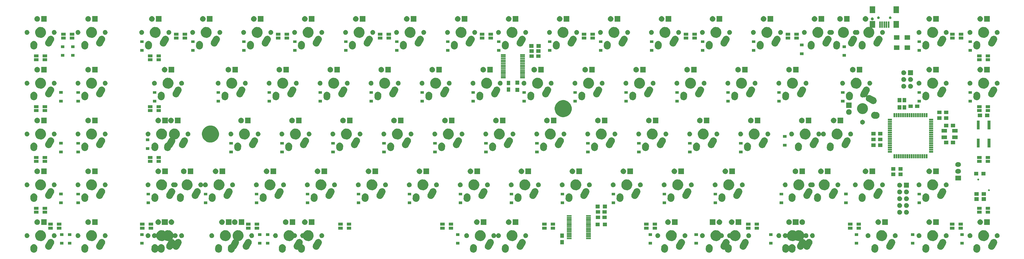
<source format=gbs>
G04 #@! TF.FileFunction,Soldermask,Bot*
%FSLAX46Y46*%
G04 Gerber Fmt 4.6, Leading zero omitted, Abs format (unit mm)*
G04 Created by KiCad (PCBNEW 4.0.3-stable) date Saturday, December 24, 2016 'PMt' 05:52:02 PM*
%MOMM*%
%LPD*%
G01*
G04 APERTURE LIST*
%ADD10C,0.150000*%
G04 APERTURE END LIST*
D10*
G36*
X350269931Y-108024949D02*
X350269947Y-108024955D01*
X350269980Y-108024961D01*
X350504864Y-108115595D01*
X350717671Y-108250125D01*
X350900293Y-108423428D01*
X351045777Y-108628901D01*
X351148581Y-108858719D01*
X351204787Y-109104130D01*
X351212257Y-109355782D01*
X351212108Y-109357973D01*
X351212108Y-109357985D01*
X351196917Y-109580803D01*
X351171769Y-109949694D01*
X351170418Y-109967655D01*
X351125402Y-110215361D01*
X351033132Y-110449607D01*
X350897118Y-110661469D01*
X350722546Y-110842879D01*
X350516061Y-110986925D01*
X350285531Y-111088121D01*
X350039734Y-111142613D01*
X350039694Y-111142614D01*
X350039685Y-111142616D01*
X349788032Y-111148327D01*
X349540069Y-111105051D01*
X349540057Y-111105047D01*
X349540020Y-111105040D01*
X349305136Y-111014405D01*
X349092329Y-110879875D01*
X348909706Y-110706573D01*
X348764223Y-110501099D01*
X348661419Y-110271281D01*
X348605213Y-110025871D01*
X348597743Y-109774218D01*
X348597892Y-109772027D01*
X348597892Y-109772015D01*
X348626719Y-109349178D01*
X348638231Y-109180307D01*
X348639582Y-109162346D01*
X348684598Y-108914639D01*
X348776868Y-108680393D01*
X348912882Y-108468531D01*
X349087454Y-108287122D01*
X349293939Y-108143076D01*
X349524469Y-108041880D01*
X349770266Y-107987387D01*
X349770306Y-107987386D01*
X349770315Y-107987384D01*
X350021968Y-107981673D01*
X350269931Y-108024949D01*
X350269931Y-108024949D01*
G37*
G36*
X369319931Y-108024949D02*
X369319947Y-108024955D01*
X369319980Y-108024961D01*
X369554864Y-108115595D01*
X369767671Y-108250125D01*
X369950293Y-108423428D01*
X370095777Y-108628901D01*
X370198581Y-108858719D01*
X370254787Y-109104130D01*
X370262257Y-109355782D01*
X370262108Y-109357973D01*
X370262108Y-109357985D01*
X370246917Y-109580803D01*
X370221769Y-109949694D01*
X370220418Y-109967655D01*
X370175402Y-110215361D01*
X370083132Y-110449607D01*
X369947118Y-110661469D01*
X369772546Y-110842879D01*
X369566061Y-110986925D01*
X369335531Y-111088121D01*
X369089734Y-111142613D01*
X369089694Y-111142614D01*
X369089685Y-111142616D01*
X368838032Y-111148327D01*
X368590069Y-111105051D01*
X368590057Y-111105047D01*
X368590020Y-111105040D01*
X368355136Y-111014405D01*
X368142329Y-110879875D01*
X367959706Y-110706573D01*
X367814223Y-110501099D01*
X367711419Y-110271281D01*
X367655213Y-110025871D01*
X367647743Y-109774218D01*
X367647892Y-109772027D01*
X367647892Y-109772015D01*
X367676719Y-109349178D01*
X367688231Y-109180307D01*
X367689582Y-109162346D01*
X367734598Y-108914639D01*
X367826868Y-108680393D01*
X367962882Y-108468531D01*
X368137454Y-108287122D01*
X368343939Y-108143076D01*
X368574469Y-108041880D01*
X368820266Y-107987387D01*
X368820306Y-107987386D01*
X368820315Y-107987384D01*
X369071968Y-107981673D01*
X369319931Y-108024949D01*
X369319931Y-108024949D01*
G37*
G36*
X319313681Y-108024949D02*
X319313697Y-108024955D01*
X319313730Y-108024961D01*
X319548614Y-108115595D01*
X319761421Y-108250125D01*
X319944043Y-108423428D01*
X320089527Y-108628901D01*
X320192331Y-108858719D01*
X320248537Y-109104130D01*
X320256007Y-109355782D01*
X320255858Y-109357973D01*
X320255858Y-109357985D01*
X320240667Y-109580803D01*
X320215519Y-109949694D01*
X320214168Y-109967655D01*
X320169152Y-110215361D01*
X320076882Y-110449607D01*
X319940868Y-110661469D01*
X319766296Y-110842879D01*
X319559811Y-110986925D01*
X319329281Y-111088121D01*
X319083484Y-111142613D01*
X319083444Y-111142614D01*
X319083435Y-111142616D01*
X318831782Y-111148327D01*
X318583819Y-111105051D01*
X318583807Y-111105047D01*
X318583770Y-111105040D01*
X318348886Y-111014405D01*
X318136079Y-110879875D01*
X317953456Y-110706573D01*
X317807973Y-110501099D01*
X317785517Y-110450899D01*
X317778493Y-110439740D01*
X317767977Y-110430392D01*
X317755274Y-110424344D01*
X317741388Y-110422075D01*
X317727420Y-110423764D01*
X317714476Y-110429277D01*
X317703580Y-110438178D01*
X317698669Y-110446014D01*
X317698048Y-110445616D01*
X317695864Y-110449018D01*
X317695632Y-110449607D01*
X317559618Y-110661469D01*
X317385046Y-110842879D01*
X317178561Y-110986925D01*
X316948031Y-111088121D01*
X316702234Y-111142613D01*
X316702194Y-111142614D01*
X316702185Y-111142616D01*
X316450532Y-111148327D01*
X316202569Y-111105051D01*
X316202557Y-111105047D01*
X316202520Y-111105040D01*
X315967636Y-111014405D01*
X315754829Y-110879875D01*
X315572206Y-110706573D01*
X315426723Y-110501099D01*
X315323919Y-110271281D01*
X315267713Y-110025871D01*
X315260243Y-109774218D01*
X315260392Y-109772027D01*
X315260392Y-109772015D01*
X315289219Y-109349178D01*
X315300731Y-109180307D01*
X315302082Y-109162346D01*
X315347098Y-108914639D01*
X315439368Y-108680393D01*
X315575382Y-108468531D01*
X315749954Y-108287122D01*
X315956439Y-108143076D01*
X316186969Y-108041880D01*
X316432766Y-107987387D01*
X316432806Y-107987386D01*
X316432815Y-107987384D01*
X316684468Y-107981673D01*
X316932431Y-108024949D01*
X316932447Y-108024955D01*
X316932480Y-108024961D01*
X317167364Y-108115595D01*
X317380171Y-108250125D01*
X317562793Y-108423428D01*
X317708277Y-108628901D01*
X317730733Y-108679101D01*
X317737757Y-108690260D01*
X317748273Y-108699607D01*
X317760976Y-108705656D01*
X317774861Y-108707925D01*
X317788829Y-108706236D01*
X317801774Y-108700723D01*
X317812670Y-108691822D01*
X317817581Y-108683986D01*
X317818202Y-108684384D01*
X317820386Y-108680982D01*
X317820618Y-108680393D01*
X317956632Y-108468531D01*
X318131204Y-108287122D01*
X318337689Y-108143076D01*
X318568219Y-108041880D01*
X318814016Y-107987387D01*
X318814056Y-107987386D01*
X318814065Y-107987384D01*
X319065718Y-107981673D01*
X319313681Y-108024949D01*
X319313681Y-108024949D01*
G37*
G36*
X388369931Y-108024949D02*
X388369947Y-108024955D01*
X388369980Y-108024961D01*
X388604864Y-108115595D01*
X388817671Y-108250125D01*
X389000293Y-108423428D01*
X389145777Y-108628901D01*
X389248581Y-108858719D01*
X389304787Y-109104130D01*
X389312257Y-109355782D01*
X389312108Y-109357973D01*
X389312108Y-109357985D01*
X389296917Y-109580803D01*
X389271769Y-109949694D01*
X389270418Y-109967655D01*
X389225402Y-110215361D01*
X389133132Y-110449607D01*
X388997118Y-110661469D01*
X388822546Y-110842879D01*
X388616061Y-110986925D01*
X388385531Y-111088121D01*
X388139734Y-111142613D01*
X388139694Y-111142614D01*
X388139685Y-111142616D01*
X387888032Y-111148327D01*
X387640069Y-111105051D01*
X387640057Y-111105047D01*
X387640020Y-111105040D01*
X387405136Y-111014405D01*
X387192329Y-110879875D01*
X387009706Y-110706573D01*
X386864223Y-110501099D01*
X386761419Y-110271281D01*
X386705213Y-110025871D01*
X386697743Y-109774218D01*
X386697892Y-109772027D01*
X386697892Y-109772015D01*
X386726719Y-109349178D01*
X386738231Y-109180307D01*
X386739582Y-109162346D01*
X386784598Y-108914639D01*
X386876868Y-108680393D01*
X387012882Y-108468531D01*
X387187454Y-108287122D01*
X387393939Y-108143076D01*
X387624469Y-108041880D01*
X387870266Y-107987387D01*
X387870306Y-107987386D01*
X387870315Y-107987384D01*
X388121968Y-107981673D01*
X388369931Y-108024949D01*
X388369931Y-108024949D01*
G37*
G36*
X294486274Y-106025812D02*
X294731928Y-106080946D01*
X294731958Y-106080959D01*
X294731970Y-106080962D01*
X294962189Y-106182741D01*
X295168259Y-106327300D01*
X295168268Y-106327310D01*
X295168300Y-106327332D01*
X295342397Y-106509197D01*
X295477855Y-106721415D01*
X295569513Y-106955901D01*
X295613880Y-107203724D01*
X295609266Y-107455446D01*
X295555848Y-107701478D01*
X295455659Y-107932448D01*
X295446971Y-107948090D01*
X295441940Y-107961223D01*
X295440766Y-107975243D01*
X295443545Y-107989036D01*
X295450056Y-108001508D01*
X295459785Y-108011672D01*
X295471960Y-108018724D01*
X295482087Y-108021618D01*
X295501185Y-108024951D01*
X295501195Y-108024955D01*
X295501230Y-108024961D01*
X295736114Y-108115595D01*
X295948921Y-108250125D01*
X296131543Y-108423428D01*
X296277027Y-108628901D01*
X296379831Y-108858719D01*
X296436037Y-109104130D01*
X296443507Y-109355782D01*
X296443358Y-109357973D01*
X296443358Y-109357985D01*
X296428167Y-109580803D01*
X296403019Y-109949694D01*
X296401668Y-109967655D01*
X296356652Y-110215361D01*
X296264382Y-110449607D01*
X296128368Y-110661469D01*
X295953796Y-110842879D01*
X295747311Y-110986925D01*
X295516781Y-111088121D01*
X295270984Y-111142613D01*
X295270944Y-111142614D01*
X295270935Y-111142616D01*
X295019282Y-111148327D01*
X294771319Y-111105051D01*
X294771307Y-111105047D01*
X294771270Y-111105040D01*
X294536386Y-111014405D01*
X294323579Y-110879875D01*
X294140956Y-110706573D01*
X293995473Y-110501099D01*
X293892669Y-110271281D01*
X293847664Y-110074779D01*
X293843053Y-110062757D01*
X293834553Y-110051545D01*
X293823267Y-110043145D01*
X293810086Y-110038221D01*
X293791153Y-110037784D01*
X293600408Y-110070560D01*
X293348725Y-110064189D01*
X293103072Y-110009054D01*
X293103042Y-110009041D01*
X293103030Y-110009038D01*
X292872811Y-109907259D01*
X292666741Y-109762700D01*
X292666732Y-109762690D01*
X292666700Y-109762668D01*
X292492603Y-109580803D01*
X292357145Y-109368586D01*
X292265487Y-109134100D01*
X292221120Y-108886276D01*
X292225733Y-108634555D01*
X292279152Y-108388523D01*
X292379341Y-108157553D01*
X293200233Y-106679669D01*
X293200240Y-106679656D01*
X293200277Y-106679590D01*
X293208093Y-106665747D01*
X293208098Y-106665740D01*
X293209089Y-106663985D01*
X293355110Y-106458893D01*
X293538185Y-106286068D01*
X293751344Y-106152096D01*
X293986464Y-106062076D01*
X294234591Y-106019440D01*
X294486274Y-106025812D01*
X294486274Y-106025812D01*
G37*
G36*
X288357431Y-108024949D02*
X288357447Y-108024955D01*
X288357480Y-108024961D01*
X288592364Y-108115595D01*
X288805171Y-108250125D01*
X288987793Y-108423428D01*
X289133277Y-108628901D01*
X289236081Y-108858719D01*
X289292287Y-109104130D01*
X289299757Y-109355782D01*
X289299608Y-109357973D01*
X289299608Y-109357985D01*
X289284417Y-109580803D01*
X289259269Y-109949694D01*
X289257918Y-109967655D01*
X289212902Y-110215361D01*
X289120632Y-110449607D01*
X288984618Y-110661469D01*
X288810046Y-110842879D01*
X288603561Y-110986925D01*
X288373031Y-111088121D01*
X288127234Y-111142613D01*
X288127194Y-111142614D01*
X288127185Y-111142616D01*
X287875532Y-111148327D01*
X287627569Y-111105051D01*
X287627557Y-111105047D01*
X287627520Y-111105040D01*
X287392636Y-111014405D01*
X287179829Y-110879875D01*
X286997206Y-110706573D01*
X286851723Y-110501099D01*
X286748919Y-110271281D01*
X286692713Y-110025871D01*
X286685243Y-109774218D01*
X286685392Y-109772027D01*
X286685392Y-109772015D01*
X286714219Y-109349178D01*
X286725731Y-109180307D01*
X286727082Y-109162346D01*
X286772098Y-108914639D01*
X286864368Y-108680393D01*
X287000382Y-108468531D01*
X287174954Y-108287122D01*
X287381439Y-108143076D01*
X287611969Y-108041880D01*
X287857766Y-107987387D01*
X287857806Y-107987386D01*
X287857815Y-107987384D01*
X288109468Y-107981673D01*
X288357431Y-108024949D01*
X288357431Y-108024949D01*
G37*
G36*
X271688681Y-108024949D02*
X271688697Y-108024955D01*
X271688730Y-108024961D01*
X271923614Y-108115595D01*
X272136421Y-108250125D01*
X272319043Y-108423428D01*
X272464527Y-108628901D01*
X272567331Y-108858719D01*
X272623537Y-109104130D01*
X272631007Y-109355782D01*
X272630858Y-109357973D01*
X272630858Y-109357985D01*
X272615667Y-109580803D01*
X272590519Y-109949694D01*
X272589168Y-109967655D01*
X272544152Y-110215361D01*
X272451882Y-110449607D01*
X272315868Y-110661469D01*
X272141296Y-110842879D01*
X271934811Y-110986925D01*
X271704281Y-111088121D01*
X271458484Y-111142613D01*
X271458444Y-111142614D01*
X271458435Y-111142616D01*
X271206782Y-111148327D01*
X270958819Y-111105051D01*
X270958807Y-111105047D01*
X270958770Y-111105040D01*
X270723886Y-111014405D01*
X270511079Y-110879875D01*
X270328456Y-110706573D01*
X270182973Y-110501099D01*
X270080169Y-110271281D01*
X270023963Y-110025871D01*
X270016493Y-109774218D01*
X270016642Y-109772027D01*
X270016642Y-109772015D01*
X270045469Y-109349178D01*
X270056981Y-109180307D01*
X270058332Y-109162346D01*
X270103348Y-108914639D01*
X270195618Y-108680393D01*
X270331632Y-108468531D01*
X270506204Y-108287122D01*
X270712689Y-108143076D01*
X270943219Y-108041880D01*
X271189016Y-107987387D01*
X271189056Y-107987386D01*
X271189065Y-107987384D01*
X271440718Y-107981673D01*
X271688681Y-108024949D01*
X271688681Y-108024949D01*
G37*
G36*
X212157431Y-108024949D02*
X212157447Y-108024955D01*
X212157480Y-108024961D01*
X212392364Y-108115595D01*
X212605171Y-108250125D01*
X212787793Y-108423428D01*
X212933277Y-108628901D01*
X213036081Y-108858719D01*
X213092287Y-109104130D01*
X213099757Y-109355782D01*
X213099608Y-109357973D01*
X213099608Y-109357985D01*
X213084417Y-109580803D01*
X213059269Y-109949694D01*
X213057918Y-109967655D01*
X213012902Y-110215361D01*
X212920632Y-110449607D01*
X212784618Y-110661469D01*
X212610046Y-110842879D01*
X212403561Y-110986925D01*
X212173031Y-111088121D01*
X211927234Y-111142613D01*
X211927194Y-111142614D01*
X211927185Y-111142616D01*
X211675532Y-111148327D01*
X211427569Y-111105051D01*
X211427557Y-111105047D01*
X211427520Y-111105040D01*
X211192636Y-111014405D01*
X210979829Y-110879875D01*
X210797206Y-110706573D01*
X210651723Y-110501099D01*
X210548919Y-110271281D01*
X210492713Y-110025871D01*
X210485243Y-109774218D01*
X210485392Y-109772027D01*
X210485392Y-109772015D01*
X210514219Y-109349178D01*
X210525731Y-109180307D01*
X210527082Y-109162346D01*
X210572098Y-108914639D01*
X210664368Y-108680393D01*
X210800382Y-108468531D01*
X210974954Y-108287122D01*
X211181439Y-108143076D01*
X211411969Y-108041880D01*
X211657766Y-107987387D01*
X211657806Y-107987386D01*
X211657815Y-107987384D01*
X211909468Y-107981673D01*
X212157431Y-108024949D01*
X212157431Y-108024949D01*
G37*
G36*
X200251181Y-108024949D02*
X200251197Y-108024955D01*
X200251230Y-108024961D01*
X200486114Y-108115595D01*
X200698921Y-108250125D01*
X200881543Y-108423428D01*
X201027027Y-108628901D01*
X201129831Y-108858719D01*
X201186037Y-109104130D01*
X201193507Y-109355782D01*
X201193358Y-109357973D01*
X201193358Y-109357985D01*
X201178167Y-109580803D01*
X201153019Y-109949694D01*
X201151668Y-109967655D01*
X201106652Y-110215361D01*
X201014382Y-110449607D01*
X200878368Y-110661469D01*
X200703796Y-110842879D01*
X200497311Y-110986925D01*
X200266781Y-111088121D01*
X200020984Y-111142613D01*
X200020944Y-111142614D01*
X200020935Y-111142616D01*
X199769282Y-111148327D01*
X199521319Y-111105051D01*
X199521307Y-111105047D01*
X199521270Y-111105040D01*
X199286386Y-111014405D01*
X199073579Y-110879875D01*
X198890956Y-110706573D01*
X198745473Y-110501099D01*
X198642669Y-110271281D01*
X198586463Y-110025871D01*
X198578993Y-109774218D01*
X198579142Y-109772027D01*
X198579142Y-109772015D01*
X198607969Y-109349178D01*
X198619481Y-109180307D01*
X198620832Y-109162346D01*
X198665848Y-108914639D01*
X198758118Y-108680393D01*
X198894132Y-108468531D01*
X199068704Y-108287122D01*
X199275189Y-108143076D01*
X199505719Y-108041880D01*
X199751516Y-107987387D01*
X199751556Y-107987386D01*
X199751565Y-107987384D01*
X200003218Y-107981673D01*
X200251181Y-108024949D01*
X200251181Y-108024949D01*
G37*
G36*
X35944931Y-108024949D02*
X35944947Y-108024955D01*
X35944980Y-108024961D01*
X36179864Y-108115595D01*
X36392671Y-108250125D01*
X36575293Y-108423428D01*
X36720777Y-108628901D01*
X36823581Y-108858719D01*
X36879787Y-109104130D01*
X36887257Y-109355782D01*
X36887108Y-109357973D01*
X36887108Y-109357985D01*
X36871917Y-109580803D01*
X36846769Y-109949694D01*
X36845418Y-109967655D01*
X36800402Y-110215361D01*
X36708132Y-110449607D01*
X36572118Y-110661469D01*
X36397546Y-110842879D01*
X36191061Y-110986925D01*
X35960531Y-111088121D01*
X35714734Y-111142613D01*
X35714694Y-111142614D01*
X35714685Y-111142616D01*
X35463032Y-111148327D01*
X35215069Y-111105051D01*
X35215057Y-111105047D01*
X35215020Y-111105040D01*
X34980136Y-111014405D01*
X34767329Y-110879875D01*
X34584706Y-110706573D01*
X34439223Y-110501099D01*
X34336419Y-110271281D01*
X34280213Y-110025871D01*
X34272743Y-109774218D01*
X34272892Y-109772027D01*
X34272892Y-109772015D01*
X34301719Y-109349178D01*
X34313231Y-109180307D01*
X34314582Y-109162346D01*
X34359598Y-108914639D01*
X34451868Y-108680393D01*
X34587882Y-108468531D01*
X34762454Y-108287122D01*
X34968939Y-108143076D01*
X35199469Y-108041880D01*
X35445266Y-107987387D01*
X35445306Y-107987386D01*
X35445315Y-107987384D01*
X35696968Y-107981673D01*
X35944931Y-108024949D01*
X35944931Y-108024949D01*
G37*
G36*
X54994931Y-108024949D02*
X54994947Y-108024955D01*
X54994980Y-108024961D01*
X55229864Y-108115595D01*
X55442671Y-108250125D01*
X55625293Y-108423428D01*
X55770777Y-108628901D01*
X55873581Y-108858719D01*
X55929787Y-109104130D01*
X55937257Y-109355782D01*
X55937108Y-109357973D01*
X55937108Y-109357985D01*
X55921917Y-109580803D01*
X55896769Y-109949694D01*
X55895418Y-109967655D01*
X55850402Y-110215361D01*
X55758132Y-110449607D01*
X55622118Y-110661469D01*
X55447546Y-110842879D01*
X55241061Y-110986925D01*
X55010531Y-111088121D01*
X54764734Y-111142613D01*
X54764694Y-111142614D01*
X54764685Y-111142616D01*
X54513032Y-111148327D01*
X54265069Y-111105051D01*
X54265057Y-111105047D01*
X54265020Y-111105040D01*
X54030136Y-111014405D01*
X53817329Y-110879875D01*
X53634706Y-110706573D01*
X53489223Y-110501099D01*
X53386419Y-110271281D01*
X53330213Y-110025871D01*
X53322743Y-109774218D01*
X53322892Y-109772027D01*
X53322892Y-109772015D01*
X53351719Y-109349178D01*
X53363231Y-109180307D01*
X53364582Y-109162346D01*
X53409598Y-108914639D01*
X53501868Y-108680393D01*
X53637882Y-108468531D01*
X53812454Y-108287122D01*
X54018939Y-108143076D01*
X54249469Y-108041880D01*
X54495266Y-107987387D01*
X54495306Y-107987386D01*
X54495315Y-107987384D01*
X54746968Y-107981673D01*
X54994931Y-108024949D01*
X54994931Y-108024949D01*
G37*
G36*
X83569931Y-108024949D02*
X83569947Y-108024955D01*
X83569980Y-108024961D01*
X83804864Y-108115595D01*
X84017671Y-108250125D01*
X84200293Y-108423428D01*
X84345777Y-108628901D01*
X84448581Y-108858719D01*
X84504787Y-109104130D01*
X84512257Y-109355782D01*
X84512108Y-109357973D01*
X84512108Y-109357985D01*
X84496917Y-109580803D01*
X84471769Y-109949694D01*
X84470418Y-109967655D01*
X84425402Y-110215361D01*
X84333132Y-110449607D01*
X84197118Y-110661469D01*
X84022546Y-110842879D01*
X83816061Y-110986925D01*
X83585531Y-111088121D01*
X83339734Y-111142613D01*
X83339694Y-111142614D01*
X83339685Y-111142616D01*
X83088032Y-111148327D01*
X82840069Y-111105051D01*
X82840057Y-111105047D01*
X82840020Y-111105040D01*
X82605136Y-111014405D01*
X82392329Y-110879875D01*
X82209706Y-110706573D01*
X82064223Y-110501099D01*
X82041767Y-110450899D01*
X82034743Y-110439740D01*
X82024227Y-110430392D01*
X82011524Y-110424344D01*
X81997638Y-110422075D01*
X81983670Y-110423764D01*
X81970726Y-110429277D01*
X81959830Y-110438178D01*
X81954919Y-110446014D01*
X81954298Y-110445616D01*
X81952114Y-110449018D01*
X81951882Y-110449607D01*
X81815868Y-110661469D01*
X81641296Y-110842879D01*
X81434811Y-110986925D01*
X81204281Y-111088121D01*
X80958484Y-111142613D01*
X80958444Y-111142614D01*
X80958435Y-111142616D01*
X80706782Y-111148327D01*
X80458819Y-111105051D01*
X80458807Y-111105047D01*
X80458770Y-111105040D01*
X80223886Y-111014405D01*
X80011079Y-110879875D01*
X79828456Y-110706573D01*
X79682973Y-110501099D01*
X79580169Y-110271281D01*
X79523963Y-110025871D01*
X79516493Y-109774218D01*
X79516642Y-109772027D01*
X79516642Y-109772015D01*
X79545469Y-109349178D01*
X79556981Y-109180307D01*
X79558332Y-109162346D01*
X79603348Y-108914639D01*
X79695618Y-108680393D01*
X79831632Y-108468531D01*
X80006204Y-108287122D01*
X80212689Y-108143076D01*
X80443219Y-108041880D01*
X80689016Y-107987387D01*
X80689056Y-107987386D01*
X80689065Y-107987384D01*
X80940718Y-107981673D01*
X81188681Y-108024949D01*
X81188697Y-108024955D01*
X81188730Y-108024961D01*
X81423614Y-108115595D01*
X81636421Y-108250125D01*
X81819043Y-108423428D01*
X81964527Y-108628901D01*
X81986983Y-108679101D01*
X81994007Y-108690260D01*
X82004523Y-108699607D01*
X82017226Y-108705656D01*
X82031111Y-108707925D01*
X82045079Y-108706236D01*
X82058024Y-108700723D01*
X82068920Y-108691822D01*
X82073831Y-108683986D01*
X82074452Y-108684384D01*
X82076636Y-108680982D01*
X82076868Y-108680393D01*
X82212882Y-108468531D01*
X82387454Y-108287122D01*
X82593939Y-108143076D01*
X82824469Y-108041880D01*
X83070266Y-107987387D01*
X83070306Y-107987386D01*
X83070315Y-107987384D01*
X83321968Y-107981673D01*
X83569931Y-108024949D01*
X83569931Y-108024949D01*
G37*
G36*
X105001181Y-108024949D02*
X105001197Y-108024955D01*
X105001230Y-108024961D01*
X105236114Y-108115595D01*
X105448921Y-108250125D01*
X105631543Y-108423428D01*
X105777027Y-108628901D01*
X105879831Y-108858719D01*
X105936037Y-109104130D01*
X105943507Y-109355782D01*
X105943358Y-109357973D01*
X105943358Y-109357985D01*
X105928167Y-109580803D01*
X105903019Y-109949694D01*
X105901668Y-109967655D01*
X105856652Y-110215361D01*
X105764382Y-110449607D01*
X105628368Y-110661469D01*
X105453796Y-110842879D01*
X105247311Y-110986925D01*
X105016781Y-111088121D01*
X104770984Y-111142613D01*
X104770944Y-111142614D01*
X104770935Y-111142616D01*
X104519282Y-111148327D01*
X104271319Y-111105051D01*
X104271307Y-111105047D01*
X104271270Y-111105040D01*
X104036386Y-111014405D01*
X103823579Y-110879875D01*
X103640956Y-110706573D01*
X103495473Y-110501099D01*
X103392669Y-110271281D01*
X103336463Y-110025871D01*
X103328993Y-109774218D01*
X103329142Y-109772027D01*
X103329142Y-109772015D01*
X103357969Y-109349178D01*
X103369481Y-109180307D01*
X103370832Y-109162346D01*
X103415848Y-108914639D01*
X103508118Y-108680393D01*
X103644132Y-108468531D01*
X103818704Y-108287122D01*
X104025189Y-108143076D01*
X104255719Y-108041880D01*
X104501516Y-107987387D01*
X104501556Y-107987386D01*
X104501565Y-107987384D01*
X104753218Y-107981673D01*
X105001181Y-108024949D01*
X105001181Y-108024949D01*
G37*
G36*
X112132379Y-102742448D02*
X112523104Y-102822653D01*
X112890804Y-102977219D01*
X113221483Y-103200265D01*
X113502542Y-103483293D01*
X113723274Y-103815519D01*
X113875270Y-104184290D01*
X113952676Y-104575222D01*
X113952676Y-104575231D01*
X113952742Y-104575565D01*
X113946380Y-105031149D01*
X113946304Y-105031483D01*
X113946304Y-105031495D01*
X113858015Y-105420105D01*
X113695779Y-105784492D01*
X113465859Y-106110426D01*
X113177004Y-106385498D01*
X112840231Y-106599220D01*
X112468354Y-106743463D01*
X112212080Y-106788650D01*
X112198705Y-106793018D01*
X112187078Y-106800939D01*
X112178117Y-106811786D01*
X112172533Y-106824701D01*
X112170768Y-106838659D01*
X112174136Y-106855804D01*
X112213263Y-106955901D01*
X112257630Y-107203724D01*
X112253016Y-107455446D01*
X112199598Y-107701478D01*
X112099409Y-107932448D01*
X111306331Y-109360256D01*
X111278473Y-109410410D01*
X111270657Y-109424253D01*
X111270652Y-109424260D01*
X111269661Y-109426015D01*
X111123640Y-109631108D01*
X110940564Y-109803932D01*
X110727406Y-109937904D01*
X110690811Y-109951915D01*
X110679020Y-109958461D01*
X110669108Y-109968447D01*
X110662371Y-109980799D01*
X110660634Y-109987101D01*
X110619152Y-110215361D01*
X110526882Y-110449607D01*
X110390868Y-110661469D01*
X110216296Y-110842879D01*
X110009811Y-110986925D01*
X109779281Y-111088121D01*
X109533484Y-111142613D01*
X109533444Y-111142614D01*
X109533435Y-111142616D01*
X109281782Y-111148327D01*
X109033819Y-111105051D01*
X109033807Y-111105047D01*
X109033770Y-111105040D01*
X108798886Y-111014405D01*
X108586079Y-110879875D01*
X108403456Y-110706573D01*
X108257973Y-110501099D01*
X108155169Y-110271281D01*
X108098963Y-110025871D01*
X108091493Y-109774218D01*
X108091642Y-109772027D01*
X108091642Y-109772015D01*
X108120469Y-109349178D01*
X108131981Y-109180307D01*
X108133332Y-109162346D01*
X108178348Y-108914639D01*
X108270618Y-108680393D01*
X108406632Y-108468531D01*
X108581204Y-108287122D01*
X108787689Y-108143076D01*
X109018219Y-108041880D01*
X109075131Y-108029263D01*
X109088253Y-108024333D01*
X109099524Y-108015912D01*
X109107964Y-108004753D01*
X109843983Y-106679669D01*
X109843990Y-106679656D01*
X109844027Y-106679590D01*
X109851843Y-106665747D01*
X109851848Y-106665740D01*
X109852839Y-106663985D01*
X109998860Y-106458893D01*
X110181935Y-106286068D01*
X110359828Y-106174261D01*
X110369911Y-106165728D01*
X110377694Y-106154008D01*
X110381904Y-106140582D01*
X110382207Y-106126516D01*
X110378579Y-106112922D01*
X110368531Y-106097751D01*
X110317076Y-106044468D01*
X110101008Y-105709196D01*
X109954174Y-105338335D01*
X109882169Y-104946013D01*
X109887739Y-104547184D01*
X109970667Y-104157034D01*
X110127800Y-103790417D01*
X110353148Y-103461304D01*
X110638131Y-103182228D01*
X110971890Y-102963822D01*
X111341715Y-102814403D01*
X111733516Y-102739663D01*
X112132379Y-102742448D01*
X112132379Y-102742448D01*
G37*
G36*
X128813681Y-108024949D02*
X128813697Y-108024955D01*
X128813730Y-108024961D01*
X129048614Y-108115595D01*
X129261421Y-108250125D01*
X129444043Y-108423428D01*
X129589527Y-108628901D01*
X129692331Y-108858719D01*
X129748537Y-109104130D01*
X129756007Y-109355782D01*
X129755858Y-109357973D01*
X129755858Y-109357985D01*
X129740667Y-109580803D01*
X129715519Y-109949694D01*
X129714168Y-109967655D01*
X129669152Y-110215361D01*
X129576882Y-110449607D01*
X129440868Y-110661469D01*
X129266296Y-110842879D01*
X129059811Y-110986925D01*
X128829281Y-111088121D01*
X128583484Y-111142613D01*
X128583444Y-111142614D01*
X128583435Y-111142616D01*
X128331782Y-111148327D01*
X128083819Y-111105051D01*
X128083807Y-111105047D01*
X128083770Y-111105040D01*
X127848886Y-111014405D01*
X127636079Y-110879875D01*
X127453456Y-110706573D01*
X127307973Y-110501099D01*
X127205169Y-110271281D01*
X127148963Y-110025871D01*
X127141493Y-109774218D01*
X127141642Y-109772027D01*
X127141642Y-109772015D01*
X127170469Y-109349178D01*
X127181981Y-109180307D01*
X127183332Y-109162346D01*
X127228348Y-108914639D01*
X127320618Y-108680393D01*
X127456632Y-108468531D01*
X127631204Y-108287122D01*
X127837689Y-108143076D01*
X128068219Y-108041880D01*
X128314016Y-107987387D01*
X128314056Y-107987386D01*
X128314065Y-107987384D01*
X128565718Y-107981673D01*
X128813681Y-108024949D01*
X128813681Y-108024949D01*
G37*
G36*
X134942524Y-106025812D02*
X135188178Y-106080946D01*
X135188208Y-106080959D01*
X135188220Y-106080962D01*
X135418439Y-106182741D01*
X135624509Y-106327300D01*
X135624518Y-106327310D01*
X135624550Y-106327332D01*
X135798647Y-106509197D01*
X135934105Y-106721415D01*
X136025763Y-106955901D01*
X136070130Y-107203724D01*
X136065516Y-107455446D01*
X136012098Y-107701478D01*
X135911909Y-107932448D01*
X135903221Y-107948090D01*
X135898190Y-107961223D01*
X135897016Y-107975243D01*
X135899795Y-107989036D01*
X135906306Y-108001508D01*
X135916035Y-108011672D01*
X135928210Y-108018724D01*
X135938337Y-108021618D01*
X135957435Y-108024951D01*
X135957445Y-108024955D01*
X135957480Y-108024961D01*
X136192364Y-108115595D01*
X136405171Y-108250125D01*
X136587793Y-108423428D01*
X136733277Y-108628901D01*
X136836081Y-108858719D01*
X136892287Y-109104130D01*
X136899757Y-109355782D01*
X136899608Y-109357973D01*
X136899608Y-109357985D01*
X136884417Y-109580803D01*
X136859269Y-109949694D01*
X136857918Y-109967655D01*
X136812902Y-110215361D01*
X136720632Y-110449607D01*
X136584618Y-110661469D01*
X136410046Y-110842879D01*
X136203561Y-110986925D01*
X135973031Y-111088121D01*
X135727234Y-111142613D01*
X135727194Y-111142614D01*
X135727185Y-111142616D01*
X135475532Y-111148327D01*
X135227569Y-111105051D01*
X135227557Y-111105047D01*
X135227520Y-111105040D01*
X134992636Y-111014405D01*
X134779829Y-110879875D01*
X134597206Y-110706573D01*
X134451723Y-110501099D01*
X134348919Y-110271281D01*
X134303914Y-110074779D01*
X134299303Y-110062757D01*
X134290803Y-110051545D01*
X134279517Y-110043145D01*
X134266336Y-110038221D01*
X134247403Y-110037784D01*
X134056658Y-110070560D01*
X133804975Y-110064189D01*
X133559322Y-110009054D01*
X133559292Y-110009041D01*
X133559280Y-110009038D01*
X133329061Y-109907259D01*
X133122991Y-109762700D01*
X133122982Y-109762690D01*
X133122950Y-109762668D01*
X132948853Y-109580803D01*
X132813395Y-109368586D01*
X132721737Y-109134100D01*
X132677370Y-108886276D01*
X132681983Y-108634555D01*
X132735402Y-108388523D01*
X132835591Y-108157553D01*
X133656483Y-106679669D01*
X133656490Y-106679656D01*
X133656527Y-106679590D01*
X133664343Y-106665747D01*
X133664348Y-106665740D01*
X133665339Y-106663985D01*
X133811360Y-106458893D01*
X133994435Y-106286068D01*
X134207594Y-106152096D01*
X134442714Y-106062076D01*
X134690841Y-106019440D01*
X134942524Y-106025812D01*
X134942524Y-106025812D01*
G37*
G36*
X61123774Y-106025812D02*
X61369428Y-106080946D01*
X61369458Y-106080959D01*
X61369470Y-106080962D01*
X61599689Y-106182741D01*
X61805759Y-106327300D01*
X61805768Y-106327310D01*
X61805800Y-106327332D01*
X61979897Y-106509197D01*
X62115355Y-106721415D01*
X62207013Y-106955901D01*
X62251380Y-107203724D01*
X62246766Y-107455446D01*
X62193348Y-107701478D01*
X62093159Y-107932448D01*
X61300081Y-109360256D01*
X61272223Y-109410410D01*
X61264407Y-109424253D01*
X61264402Y-109424260D01*
X61263411Y-109426015D01*
X61117390Y-109631108D01*
X60934314Y-109803932D01*
X60721156Y-109937904D01*
X60486036Y-110027924D01*
X60237908Y-110070560D01*
X59986225Y-110064189D01*
X59740572Y-110009054D01*
X59740542Y-110009041D01*
X59740530Y-110009038D01*
X59510311Y-109907259D01*
X59304241Y-109762700D01*
X59304232Y-109762690D01*
X59304200Y-109762668D01*
X59130103Y-109580803D01*
X58994645Y-109368586D01*
X58902987Y-109134100D01*
X58858620Y-108886276D01*
X58863233Y-108634555D01*
X58916652Y-108388523D01*
X59016841Y-108157553D01*
X59837733Y-106679669D01*
X59837740Y-106679656D01*
X59837777Y-106679590D01*
X59845593Y-106665747D01*
X59845598Y-106665740D01*
X59846589Y-106663985D01*
X59992610Y-106458893D01*
X60175685Y-106286068D01*
X60388844Y-106152096D01*
X60623964Y-106062076D01*
X60872091Y-106019440D01*
X61123774Y-106025812D01*
X61123774Y-106025812D01*
G37*
G36*
X115892524Y-106025812D02*
X116138178Y-106080946D01*
X116138208Y-106080959D01*
X116138220Y-106080962D01*
X116368439Y-106182741D01*
X116574509Y-106327300D01*
X116574518Y-106327310D01*
X116574550Y-106327332D01*
X116748647Y-106509197D01*
X116884105Y-106721415D01*
X116975763Y-106955901D01*
X117020130Y-107203724D01*
X117015516Y-107455446D01*
X116962098Y-107701478D01*
X116861909Y-107932448D01*
X116068831Y-109360256D01*
X116040973Y-109410410D01*
X116033157Y-109424253D01*
X116033152Y-109424260D01*
X116032161Y-109426015D01*
X115886140Y-109631108D01*
X115703064Y-109803932D01*
X115489906Y-109937904D01*
X115254786Y-110027924D01*
X115006658Y-110070560D01*
X114754975Y-110064189D01*
X114509322Y-110009054D01*
X114509292Y-110009041D01*
X114509280Y-110009038D01*
X114279061Y-109907259D01*
X114072991Y-109762700D01*
X114072982Y-109762690D01*
X114072950Y-109762668D01*
X113898853Y-109580803D01*
X113763395Y-109368586D01*
X113671737Y-109134100D01*
X113627370Y-108886276D01*
X113631983Y-108634555D01*
X113685402Y-108388523D01*
X113785591Y-108157553D01*
X114606483Y-106679669D01*
X114606490Y-106679656D01*
X114606527Y-106679590D01*
X114614343Y-106665747D01*
X114614348Y-106665740D01*
X114615339Y-106663985D01*
X114761360Y-106458893D01*
X114944435Y-106286068D01*
X115157594Y-106152096D01*
X115392714Y-106062076D01*
X115640841Y-106019440D01*
X115892524Y-106025812D01*
X115892524Y-106025812D01*
G37*
G36*
X42073774Y-106025812D02*
X42319428Y-106080946D01*
X42319458Y-106080959D01*
X42319470Y-106080962D01*
X42549689Y-106182741D01*
X42755759Y-106327300D01*
X42755768Y-106327310D01*
X42755800Y-106327332D01*
X42929897Y-106509197D01*
X43065355Y-106721415D01*
X43157013Y-106955901D01*
X43201380Y-107203724D01*
X43196766Y-107455446D01*
X43143348Y-107701478D01*
X43043159Y-107932448D01*
X42250081Y-109360256D01*
X42222223Y-109410410D01*
X42214407Y-109424253D01*
X42214402Y-109424260D01*
X42213411Y-109426015D01*
X42067390Y-109631108D01*
X41884314Y-109803932D01*
X41671156Y-109937904D01*
X41436036Y-110027924D01*
X41187908Y-110070560D01*
X40936225Y-110064189D01*
X40690572Y-110009054D01*
X40690542Y-110009041D01*
X40690530Y-110009038D01*
X40460311Y-109907259D01*
X40254241Y-109762700D01*
X40254232Y-109762690D01*
X40254200Y-109762668D01*
X40080103Y-109580803D01*
X39944645Y-109368586D01*
X39852987Y-109134100D01*
X39808620Y-108886276D01*
X39813233Y-108634555D01*
X39866652Y-108388523D01*
X39966841Y-108157553D01*
X40787733Y-106679669D01*
X40787740Y-106679656D01*
X40787777Y-106679590D01*
X40795593Y-106665747D01*
X40795598Y-106665740D01*
X40796589Y-106663985D01*
X40942610Y-106458893D01*
X41125685Y-106286068D01*
X41338844Y-106152096D01*
X41573964Y-106062076D01*
X41822091Y-106019440D01*
X42073774Y-106025812D01*
X42073774Y-106025812D01*
G37*
G36*
X142086274Y-106025812D02*
X142331928Y-106080946D01*
X142331958Y-106080959D01*
X142331970Y-106080962D01*
X142562189Y-106182741D01*
X142768259Y-106327300D01*
X142768268Y-106327310D01*
X142768300Y-106327332D01*
X142942397Y-106509197D01*
X143077855Y-106721415D01*
X143169513Y-106955901D01*
X143213880Y-107203724D01*
X143209266Y-107455446D01*
X143155848Y-107701478D01*
X143055659Y-107932448D01*
X142262581Y-109360256D01*
X142234723Y-109410410D01*
X142226907Y-109424253D01*
X142226902Y-109424260D01*
X142225911Y-109426015D01*
X142079890Y-109631108D01*
X141896814Y-109803932D01*
X141683656Y-109937904D01*
X141448536Y-110027924D01*
X141200408Y-110070560D01*
X140948725Y-110064189D01*
X140703072Y-110009054D01*
X140703042Y-110009041D01*
X140703030Y-110009038D01*
X140472811Y-109907259D01*
X140266741Y-109762700D01*
X140266732Y-109762690D01*
X140266700Y-109762668D01*
X140092603Y-109580803D01*
X139957145Y-109368586D01*
X139865487Y-109134100D01*
X139821120Y-108886276D01*
X139825733Y-108634555D01*
X139879152Y-108388523D01*
X139979341Y-108157553D01*
X140800233Y-106679669D01*
X140800240Y-106679656D01*
X140800277Y-106679590D01*
X140808093Y-106665747D01*
X140808098Y-106665740D01*
X140809089Y-106663985D01*
X140955110Y-106458893D01*
X141138185Y-106286068D01*
X141351344Y-106152096D01*
X141586464Y-106062076D01*
X141834591Y-106019440D01*
X142086274Y-106025812D01*
X142086274Y-106025812D01*
G37*
G36*
X321682379Y-102742448D02*
X322073104Y-102822653D01*
X322440804Y-102977219D01*
X322771483Y-103200265D01*
X323052542Y-103483293D01*
X323273274Y-103815519D01*
X323417741Y-104166024D01*
X323424879Y-104178148D01*
X323435113Y-104187803D01*
X323447631Y-104194226D01*
X323461443Y-104196906D01*
X323475455Y-104195633D01*
X323488557Y-104190506D01*
X323498951Y-104182694D01*
X323606554Y-104077321D01*
X323752749Y-103981654D01*
X323914743Y-103916204D01*
X324086361Y-103883466D01*
X324261075Y-103884686D01*
X324432225Y-103919818D01*
X324593286Y-103987522D01*
X324738133Y-104085222D01*
X324861245Y-104209198D01*
X324957933Y-104354723D01*
X325024508Y-104516250D01*
X325058378Y-104687298D01*
X325058378Y-104687313D01*
X325058443Y-104687642D01*
X325055657Y-104887200D01*
X325055581Y-104887534D01*
X325055581Y-104887545D01*
X325016951Y-105057574D01*
X324945888Y-105217185D01*
X324845177Y-105359953D01*
X324718648Y-105480444D01*
X324571135Y-105574058D01*
X324408241Y-105637241D01*
X324236182Y-105667580D01*
X324061505Y-105663921D01*
X323890860Y-105626402D01*
X323730758Y-105556455D01*
X323587292Y-105456743D01*
X323499658Y-105365995D01*
X323488558Y-105357350D01*
X323475488Y-105352140D01*
X323461485Y-105350777D01*
X323447656Y-105353369D01*
X323435097Y-105359711D01*
X323424802Y-105369301D01*
X323417586Y-105381379D01*
X323414934Y-105389650D01*
X323408014Y-105420106D01*
X323245779Y-105784492D01*
X323116768Y-105967377D01*
X323110356Y-105979901D01*
X323107687Y-105993715D01*
X323108972Y-106007726D01*
X323114109Y-106020824D01*
X323122693Y-106031972D01*
X323134042Y-106040288D01*
X323146636Y-106044970D01*
X323306928Y-106080946D01*
X323306958Y-106080959D01*
X323306970Y-106080962D01*
X323537189Y-106182741D01*
X323743259Y-106327300D01*
X323743268Y-106327310D01*
X323743300Y-106327332D01*
X323917397Y-106509197D01*
X324050842Y-106718262D01*
X324059887Y-106728800D01*
X324071662Y-106736501D01*
X324085116Y-106740617D01*
X324099184Y-106740822D01*
X324112752Y-106737099D01*
X324124746Y-106729744D01*
X324136580Y-106715501D01*
X324156527Y-106679590D01*
X324164343Y-106665747D01*
X324164348Y-106665740D01*
X324165339Y-106663985D01*
X324311360Y-106458893D01*
X324494435Y-106286068D01*
X324707594Y-106152096D01*
X324942714Y-106062076D01*
X325190841Y-106019440D01*
X325442524Y-106025812D01*
X325688178Y-106080946D01*
X325688208Y-106080959D01*
X325688220Y-106080962D01*
X325918439Y-106182741D01*
X326124509Y-106327300D01*
X326124518Y-106327310D01*
X326124550Y-106327332D01*
X326298647Y-106509197D01*
X326434105Y-106721415D01*
X326525763Y-106955901D01*
X326570130Y-107203724D01*
X326565516Y-107455446D01*
X326512098Y-107701478D01*
X326411909Y-107932448D01*
X325618831Y-109360256D01*
X325590973Y-109410410D01*
X325583157Y-109424253D01*
X325583152Y-109424260D01*
X325582161Y-109426015D01*
X325436140Y-109631108D01*
X325253064Y-109803932D01*
X325039906Y-109937904D01*
X324804786Y-110027924D01*
X324556658Y-110070560D01*
X324304975Y-110064189D01*
X324059322Y-110009054D01*
X324059292Y-110009041D01*
X324059280Y-110009038D01*
X323829061Y-109907259D01*
X323622991Y-109762700D01*
X323622982Y-109762690D01*
X323622950Y-109762668D01*
X323448853Y-109580803D01*
X323315405Y-109371735D01*
X323306363Y-109361200D01*
X323294588Y-109353499D01*
X323281134Y-109349383D01*
X323267066Y-109349178D01*
X323253498Y-109352901D01*
X323241504Y-109360256D01*
X323229670Y-109374499D01*
X323209723Y-109410410D01*
X323201907Y-109424253D01*
X323201902Y-109424260D01*
X323200911Y-109426015D01*
X323054890Y-109631108D01*
X322871814Y-109803932D01*
X322658656Y-109937904D01*
X322423536Y-110027924D01*
X322175408Y-110070560D01*
X321923725Y-110064189D01*
X321678072Y-110009054D01*
X321678042Y-110009041D01*
X321678030Y-110009038D01*
X321447811Y-109907259D01*
X321241741Y-109762700D01*
X321241732Y-109762690D01*
X321241700Y-109762668D01*
X321067603Y-109580803D01*
X320932145Y-109368586D01*
X320840487Y-109134100D01*
X320796120Y-108886276D01*
X320800733Y-108634555D01*
X320854152Y-108388523D01*
X320954341Y-108157553D01*
X321660170Y-106886821D01*
X321665202Y-106873685D01*
X321666376Y-106859665D01*
X321663597Y-106845872D01*
X321657086Y-106833400D01*
X321647358Y-106823235D01*
X321635183Y-106816183D01*
X321617506Y-106812556D01*
X321226765Y-106804372D01*
X320837195Y-106718719D01*
X320471687Y-106559032D01*
X320308347Y-106445508D01*
X320295779Y-106439183D01*
X320281946Y-106436611D01*
X320267945Y-106437994D01*
X320253020Y-106444349D01*
X320008981Y-106599220D01*
X319637104Y-106743463D01*
X319244297Y-106812724D01*
X318845515Y-106804372D01*
X318455945Y-106718719D01*
X318090437Y-106559032D01*
X317762907Y-106331393D01*
X317485826Y-106044468D01*
X317269758Y-105709196D01*
X317140959Y-105383886D01*
X317133990Y-105371663D01*
X317123893Y-105361866D01*
X317111465Y-105355269D01*
X317097692Y-105352396D01*
X317083664Y-105353474D01*
X317070491Y-105358417D01*
X317059989Y-105366083D01*
X316939898Y-105480444D01*
X316792385Y-105574058D01*
X316629491Y-105637241D01*
X316457432Y-105667580D01*
X316282755Y-105663921D01*
X316112110Y-105626402D01*
X315952008Y-105556455D01*
X315808542Y-105456743D01*
X315687173Y-105331062D01*
X315592528Y-105184203D01*
X315528211Y-105021758D01*
X315496671Y-104849907D01*
X315499111Y-104675210D01*
X315535435Y-104504315D01*
X315604265Y-104343725D01*
X315702973Y-104199565D01*
X315827804Y-104077321D01*
X315973999Y-103981654D01*
X316135993Y-103916204D01*
X316307611Y-103883466D01*
X316482325Y-103884686D01*
X316653475Y-103919818D01*
X316814536Y-103987522D01*
X316959383Y-104085222D01*
X317055089Y-104181599D01*
X317066309Y-104190088D01*
X317079450Y-104195115D01*
X317093471Y-104196283D01*
X317107262Y-104193498D01*
X317119732Y-104186981D01*
X317129892Y-104177248D01*
X317136938Y-104165070D01*
X317139329Y-104157241D01*
X317296550Y-103790417D01*
X317521898Y-103461304D01*
X317806881Y-103182228D01*
X318140640Y-102963822D01*
X318510465Y-102814403D01*
X318902266Y-102739663D01*
X319301129Y-102742448D01*
X319691854Y-102822653D01*
X320059554Y-102977219D01*
X320249599Y-103105406D01*
X320262254Y-103111554D01*
X320276121Y-103113933D01*
X320290102Y-103112355D01*
X320304937Y-103105792D01*
X320521890Y-102963822D01*
X320891715Y-102814403D01*
X321283516Y-102739663D01*
X321682379Y-102742448D01*
X321682379Y-102742448D01*
G37*
G36*
X394498774Y-106025812D02*
X394744428Y-106080946D01*
X394744458Y-106080959D01*
X394744470Y-106080962D01*
X394974689Y-106182741D01*
X395180759Y-106327300D01*
X395180768Y-106327310D01*
X395180800Y-106327332D01*
X395354897Y-106509197D01*
X395490355Y-106721415D01*
X395582013Y-106955901D01*
X395626380Y-107203724D01*
X395621766Y-107455446D01*
X395568348Y-107701478D01*
X395468159Y-107932448D01*
X394675081Y-109360256D01*
X394647223Y-109410410D01*
X394639407Y-109424253D01*
X394639402Y-109424260D01*
X394638411Y-109426015D01*
X394492390Y-109631108D01*
X394309314Y-109803932D01*
X394096156Y-109937904D01*
X393861036Y-110027924D01*
X393612908Y-110070560D01*
X393361225Y-110064189D01*
X393115572Y-110009054D01*
X393115542Y-110009041D01*
X393115530Y-110009038D01*
X392885311Y-109907259D01*
X392679241Y-109762700D01*
X392679232Y-109762690D01*
X392679200Y-109762668D01*
X392505103Y-109580803D01*
X392369645Y-109368586D01*
X392277987Y-109134100D01*
X392233620Y-108886276D01*
X392238233Y-108634555D01*
X392291652Y-108388523D01*
X392391841Y-108157553D01*
X393212733Y-106679669D01*
X393212740Y-106679656D01*
X393212777Y-106679590D01*
X393220593Y-106665747D01*
X393220598Y-106665740D01*
X393221589Y-106663985D01*
X393367610Y-106458893D01*
X393550685Y-106286068D01*
X393763844Y-106152096D01*
X393998964Y-106062076D01*
X394247091Y-106019440D01*
X394498774Y-106025812D01*
X394498774Y-106025812D01*
G37*
G36*
X277817524Y-106025812D02*
X278063178Y-106080946D01*
X278063208Y-106080959D01*
X278063220Y-106080962D01*
X278293439Y-106182741D01*
X278499509Y-106327300D01*
X278499518Y-106327310D01*
X278499550Y-106327332D01*
X278673647Y-106509197D01*
X278809105Y-106721415D01*
X278900763Y-106955901D01*
X278945130Y-107203724D01*
X278940516Y-107455446D01*
X278887098Y-107701478D01*
X278786909Y-107932448D01*
X277993831Y-109360256D01*
X277965973Y-109410410D01*
X277958157Y-109424253D01*
X277958152Y-109424260D01*
X277957161Y-109426015D01*
X277811140Y-109631108D01*
X277628064Y-109803932D01*
X277414906Y-109937904D01*
X277179786Y-110027924D01*
X276931658Y-110070560D01*
X276679975Y-110064189D01*
X276434322Y-110009054D01*
X276434292Y-110009041D01*
X276434280Y-110009038D01*
X276204061Y-109907259D01*
X275997991Y-109762700D01*
X275997982Y-109762690D01*
X275997950Y-109762668D01*
X275823853Y-109580803D01*
X275688395Y-109368586D01*
X275596737Y-109134100D01*
X275552370Y-108886276D01*
X275556983Y-108634555D01*
X275610402Y-108388523D01*
X275710591Y-108157553D01*
X276531483Y-106679669D01*
X276531490Y-106679656D01*
X276531527Y-106679590D01*
X276539343Y-106665747D01*
X276539348Y-106665740D01*
X276540339Y-106663985D01*
X276686360Y-106458893D01*
X276869435Y-106286068D01*
X277082594Y-106152096D01*
X277317714Y-106062076D01*
X277565841Y-106019440D01*
X277817524Y-106025812D01*
X277817524Y-106025812D01*
G37*
G36*
X375448774Y-106025812D02*
X375694428Y-106080946D01*
X375694458Y-106080959D01*
X375694470Y-106080962D01*
X375924689Y-106182741D01*
X376130759Y-106327300D01*
X376130768Y-106327310D01*
X376130800Y-106327332D01*
X376304897Y-106509197D01*
X376440355Y-106721415D01*
X376532013Y-106955901D01*
X376576380Y-107203724D01*
X376571766Y-107455446D01*
X376518348Y-107701478D01*
X376418159Y-107932448D01*
X375625081Y-109360256D01*
X375597223Y-109410410D01*
X375589407Y-109424253D01*
X375589402Y-109424260D01*
X375588411Y-109426015D01*
X375442390Y-109631108D01*
X375259314Y-109803932D01*
X375046156Y-109937904D01*
X374811036Y-110027924D01*
X374562908Y-110070560D01*
X374311225Y-110064189D01*
X374065572Y-110009054D01*
X374065542Y-110009041D01*
X374065530Y-110009038D01*
X373835311Y-109907259D01*
X373629241Y-109762700D01*
X373629232Y-109762690D01*
X373629200Y-109762668D01*
X373455103Y-109580803D01*
X373319645Y-109368586D01*
X373227987Y-109134100D01*
X373183620Y-108886276D01*
X373188233Y-108634555D01*
X373241652Y-108388523D01*
X373341841Y-108157553D01*
X374162733Y-106679669D01*
X374162740Y-106679656D01*
X374162777Y-106679590D01*
X374170593Y-106665747D01*
X374170598Y-106665740D01*
X374171589Y-106663985D01*
X374317610Y-106458893D01*
X374500685Y-106286068D01*
X374713844Y-106152096D01*
X374948964Y-106062076D01*
X375197091Y-106019440D01*
X375448774Y-106025812D01*
X375448774Y-106025812D01*
G37*
G36*
X356398774Y-106025812D02*
X356644428Y-106080946D01*
X356644458Y-106080959D01*
X356644470Y-106080962D01*
X356874689Y-106182741D01*
X357080759Y-106327300D01*
X357080768Y-106327310D01*
X357080800Y-106327332D01*
X357254897Y-106509197D01*
X357390355Y-106721415D01*
X357482013Y-106955901D01*
X357526380Y-107203724D01*
X357521766Y-107455446D01*
X357468348Y-107701478D01*
X357368159Y-107932448D01*
X356575081Y-109360256D01*
X356547223Y-109410410D01*
X356539407Y-109424253D01*
X356539402Y-109424260D01*
X356538411Y-109426015D01*
X356392390Y-109631108D01*
X356209314Y-109803932D01*
X355996156Y-109937904D01*
X355761036Y-110027924D01*
X355512908Y-110070560D01*
X355261225Y-110064189D01*
X355015572Y-110009054D01*
X355015542Y-110009041D01*
X355015530Y-110009038D01*
X354785311Y-109907259D01*
X354579241Y-109762700D01*
X354579232Y-109762690D01*
X354579200Y-109762668D01*
X354405103Y-109580803D01*
X354269645Y-109368586D01*
X354177987Y-109134100D01*
X354133620Y-108886276D01*
X354138233Y-108634555D01*
X354191652Y-108388523D01*
X354291841Y-108157553D01*
X355112733Y-106679669D01*
X355112740Y-106679656D01*
X355112777Y-106679590D01*
X355120593Y-106665747D01*
X355120598Y-106665740D01*
X355121589Y-106663985D01*
X355267610Y-106458893D01*
X355450685Y-106286068D01*
X355663844Y-106152096D01*
X355898964Y-106062076D01*
X356147091Y-106019440D01*
X356398774Y-106025812D01*
X356398774Y-106025812D01*
G37*
G36*
X301630024Y-106025812D02*
X301875678Y-106080946D01*
X301875708Y-106080959D01*
X301875720Y-106080962D01*
X302105939Y-106182741D01*
X302312009Y-106327300D01*
X302312018Y-106327310D01*
X302312050Y-106327332D01*
X302486147Y-106509197D01*
X302621605Y-106721415D01*
X302713263Y-106955901D01*
X302757630Y-107203724D01*
X302753016Y-107455446D01*
X302699598Y-107701478D01*
X302599409Y-107932448D01*
X301806331Y-109360256D01*
X301778473Y-109410410D01*
X301770657Y-109424253D01*
X301770652Y-109424260D01*
X301769661Y-109426015D01*
X301623640Y-109631108D01*
X301440564Y-109803932D01*
X301227406Y-109937904D01*
X300992286Y-110027924D01*
X300744158Y-110070560D01*
X300492475Y-110064189D01*
X300246822Y-110009054D01*
X300246792Y-110009041D01*
X300246780Y-110009038D01*
X300016561Y-109907259D01*
X299810491Y-109762700D01*
X299810482Y-109762690D01*
X299810450Y-109762668D01*
X299636353Y-109580803D01*
X299500895Y-109368586D01*
X299409237Y-109134100D01*
X299364870Y-108886276D01*
X299369483Y-108634555D01*
X299422902Y-108388523D01*
X299523091Y-108157553D01*
X300343983Y-106679669D01*
X300343990Y-106679656D01*
X300344027Y-106679590D01*
X300351843Y-106665747D01*
X300351848Y-106665740D01*
X300352839Y-106663985D01*
X300498860Y-106458893D01*
X300681935Y-106286068D01*
X300895094Y-106152096D01*
X301130214Y-106062076D01*
X301378341Y-106019440D01*
X301630024Y-106025812D01*
X301630024Y-106025812D01*
G37*
G36*
X206380024Y-106025812D02*
X206625678Y-106080946D01*
X206625708Y-106080959D01*
X206625720Y-106080962D01*
X206855939Y-106182741D01*
X207062009Y-106327300D01*
X207062018Y-106327310D01*
X207062050Y-106327332D01*
X207236147Y-106509197D01*
X207371605Y-106721415D01*
X207463263Y-106955901D01*
X207507630Y-107203724D01*
X207503016Y-107455446D01*
X207449598Y-107701478D01*
X207349409Y-107932448D01*
X206556331Y-109360256D01*
X206528473Y-109410410D01*
X206520657Y-109424253D01*
X206520652Y-109424260D01*
X206519661Y-109426015D01*
X206373640Y-109631108D01*
X206190564Y-109803932D01*
X205977406Y-109937904D01*
X205742286Y-110027924D01*
X205494158Y-110070560D01*
X205242475Y-110064189D01*
X204996822Y-110009054D01*
X204996792Y-110009041D01*
X204996780Y-110009038D01*
X204766561Y-109907259D01*
X204560491Y-109762700D01*
X204560482Y-109762690D01*
X204560450Y-109762668D01*
X204386353Y-109580803D01*
X204250895Y-109368586D01*
X204159237Y-109134100D01*
X204114870Y-108886276D01*
X204119483Y-108634555D01*
X204172902Y-108388523D01*
X204273091Y-108157553D01*
X205093983Y-106679669D01*
X205093990Y-106679656D01*
X205094027Y-106679590D01*
X205101843Y-106665747D01*
X205101848Y-106665740D01*
X205102839Y-106663985D01*
X205248860Y-106458893D01*
X205431935Y-106286068D01*
X205645094Y-106152096D01*
X205880214Y-106062076D01*
X206128341Y-106019440D01*
X206380024Y-106025812D01*
X206380024Y-106025812D01*
G37*
G36*
X218286274Y-106025812D02*
X218531928Y-106080946D01*
X218531958Y-106080959D01*
X218531970Y-106080962D01*
X218762189Y-106182741D01*
X218968259Y-106327300D01*
X218968268Y-106327310D01*
X218968300Y-106327332D01*
X219142397Y-106509197D01*
X219277855Y-106721415D01*
X219369513Y-106955901D01*
X219413880Y-107203724D01*
X219409266Y-107455446D01*
X219355848Y-107701478D01*
X219255659Y-107932448D01*
X218462581Y-109360256D01*
X218434723Y-109410410D01*
X218426907Y-109424253D01*
X218426902Y-109424260D01*
X218425911Y-109426015D01*
X218279890Y-109631108D01*
X218096814Y-109803932D01*
X217883656Y-109937904D01*
X217648536Y-110027924D01*
X217400408Y-110070560D01*
X217148725Y-110064189D01*
X216903072Y-110009054D01*
X216903042Y-110009041D01*
X216903030Y-110009038D01*
X216672811Y-109907259D01*
X216466741Y-109762700D01*
X216466732Y-109762690D01*
X216466700Y-109762668D01*
X216292603Y-109580803D01*
X216157145Y-109368586D01*
X216065487Y-109134100D01*
X216021120Y-108886276D01*
X216025733Y-108634555D01*
X216079152Y-108388523D01*
X216179341Y-108157553D01*
X217000233Y-106679669D01*
X217000240Y-106679656D01*
X217000277Y-106679590D01*
X217008093Y-106665747D01*
X217008098Y-106665740D01*
X217009089Y-106663985D01*
X217155110Y-106458893D01*
X217338185Y-106286068D01*
X217551344Y-106152096D01*
X217786464Y-106062076D01*
X218034591Y-106019440D01*
X218286274Y-106025812D01*
X218286274Y-106025812D01*
G37*
G36*
X85938629Y-102742448D02*
X86329354Y-102822653D01*
X86697054Y-102977219D01*
X87027733Y-103200265D01*
X87308792Y-103483293D01*
X87529524Y-103815519D01*
X87673991Y-104166024D01*
X87681129Y-104178148D01*
X87691363Y-104187803D01*
X87703881Y-104194226D01*
X87717693Y-104196906D01*
X87731705Y-104195633D01*
X87744807Y-104190506D01*
X87755201Y-104182694D01*
X87862804Y-104077321D01*
X88008999Y-103981654D01*
X88170993Y-103916204D01*
X88342611Y-103883466D01*
X88517325Y-103884686D01*
X88688475Y-103919818D01*
X88849536Y-103987522D01*
X88994383Y-104085222D01*
X89117495Y-104209198D01*
X89214183Y-104354723D01*
X89280758Y-104516250D01*
X89314628Y-104687298D01*
X89314628Y-104687313D01*
X89314693Y-104687642D01*
X89311907Y-104887200D01*
X89311831Y-104887534D01*
X89311831Y-104887545D01*
X89273201Y-105057574D01*
X89202138Y-105217185D01*
X89101427Y-105359953D01*
X88974898Y-105480444D01*
X88827385Y-105574058D01*
X88664491Y-105637241D01*
X88492432Y-105667580D01*
X88317755Y-105663921D01*
X88147110Y-105626402D01*
X87987008Y-105556455D01*
X87843542Y-105456743D01*
X87755908Y-105365995D01*
X87744808Y-105357350D01*
X87731738Y-105352140D01*
X87717735Y-105350777D01*
X87703906Y-105353369D01*
X87691347Y-105359711D01*
X87681052Y-105369301D01*
X87673836Y-105381379D01*
X87671184Y-105389650D01*
X87664264Y-105420106D01*
X87502029Y-105784492D01*
X87373018Y-105967377D01*
X87366606Y-105979901D01*
X87363937Y-105993715D01*
X87365222Y-106007726D01*
X87370359Y-106020824D01*
X87378943Y-106031972D01*
X87390292Y-106040288D01*
X87402886Y-106044970D01*
X87563178Y-106080946D01*
X87563208Y-106080959D01*
X87563220Y-106080962D01*
X87793439Y-106182741D01*
X87999509Y-106327300D01*
X87999518Y-106327310D01*
X87999550Y-106327332D01*
X88173647Y-106509197D01*
X88307092Y-106718262D01*
X88316137Y-106728800D01*
X88327912Y-106736501D01*
X88341366Y-106740617D01*
X88355434Y-106740822D01*
X88369002Y-106737099D01*
X88380996Y-106729744D01*
X88392830Y-106715501D01*
X88412777Y-106679590D01*
X88420593Y-106665747D01*
X88420598Y-106665740D01*
X88421589Y-106663985D01*
X88567610Y-106458893D01*
X88750685Y-106286068D01*
X88963844Y-106152096D01*
X89198964Y-106062076D01*
X89447091Y-106019440D01*
X89698774Y-106025812D01*
X89944428Y-106080946D01*
X89944458Y-106080959D01*
X89944470Y-106080962D01*
X90174689Y-106182741D01*
X90380759Y-106327300D01*
X90380768Y-106327310D01*
X90380800Y-106327332D01*
X90554897Y-106509197D01*
X90690355Y-106721415D01*
X90782013Y-106955901D01*
X90826380Y-107203724D01*
X90821766Y-107455446D01*
X90768348Y-107701478D01*
X90668159Y-107932448D01*
X89875081Y-109360256D01*
X89847223Y-109410410D01*
X89839407Y-109424253D01*
X89839402Y-109424260D01*
X89838411Y-109426015D01*
X89692390Y-109631108D01*
X89509314Y-109803932D01*
X89296156Y-109937904D01*
X89061036Y-110027924D01*
X88812908Y-110070560D01*
X88561225Y-110064189D01*
X88315572Y-110009054D01*
X88315542Y-110009041D01*
X88315530Y-110009038D01*
X88085311Y-109907259D01*
X87879241Y-109762700D01*
X87879232Y-109762690D01*
X87879200Y-109762668D01*
X87705103Y-109580803D01*
X87571655Y-109371735D01*
X87562613Y-109361200D01*
X87550838Y-109353499D01*
X87537384Y-109349383D01*
X87523316Y-109349178D01*
X87509748Y-109352901D01*
X87497754Y-109360256D01*
X87485920Y-109374499D01*
X87465973Y-109410410D01*
X87458157Y-109424253D01*
X87458152Y-109424260D01*
X87457161Y-109426015D01*
X87311140Y-109631108D01*
X87128064Y-109803932D01*
X86914906Y-109937904D01*
X86679786Y-110027924D01*
X86431658Y-110070560D01*
X86179975Y-110064189D01*
X85934322Y-110009054D01*
X85934292Y-110009041D01*
X85934280Y-110009038D01*
X85704061Y-109907259D01*
X85497991Y-109762700D01*
X85497982Y-109762690D01*
X85497950Y-109762668D01*
X85323853Y-109580803D01*
X85188395Y-109368586D01*
X85096737Y-109134100D01*
X85052370Y-108886276D01*
X85056983Y-108634555D01*
X85110402Y-108388523D01*
X85210591Y-108157553D01*
X85916420Y-106886821D01*
X85921452Y-106873685D01*
X85922626Y-106859665D01*
X85919847Y-106845872D01*
X85913336Y-106833400D01*
X85903608Y-106823235D01*
X85891433Y-106816183D01*
X85873756Y-106812556D01*
X85483015Y-106804372D01*
X85093445Y-106718719D01*
X84727937Y-106559032D01*
X84564597Y-106445508D01*
X84552029Y-106439183D01*
X84538196Y-106436611D01*
X84524195Y-106437994D01*
X84509270Y-106444349D01*
X84265231Y-106599220D01*
X83893354Y-106743463D01*
X83500547Y-106812724D01*
X83101765Y-106804372D01*
X82712195Y-106718719D01*
X82346687Y-106559032D01*
X82019157Y-106331393D01*
X81742076Y-106044468D01*
X81526008Y-105709196D01*
X81397209Y-105383886D01*
X81390240Y-105371663D01*
X81380143Y-105361866D01*
X81367715Y-105355269D01*
X81353942Y-105352396D01*
X81339914Y-105353474D01*
X81326741Y-105358417D01*
X81316239Y-105366083D01*
X81196148Y-105480444D01*
X81048635Y-105574058D01*
X80885741Y-105637241D01*
X80713682Y-105667580D01*
X80539005Y-105663921D01*
X80368360Y-105626402D01*
X80208258Y-105556455D01*
X80064792Y-105456743D01*
X79943423Y-105331062D01*
X79848778Y-105184203D01*
X79784461Y-105021758D01*
X79752921Y-104849907D01*
X79755361Y-104675210D01*
X79791685Y-104504315D01*
X79860515Y-104343725D01*
X79959223Y-104199565D01*
X80084054Y-104077321D01*
X80230249Y-103981654D01*
X80392243Y-103916204D01*
X80563861Y-103883466D01*
X80738575Y-103884686D01*
X80909725Y-103919818D01*
X81070786Y-103987522D01*
X81215633Y-104085222D01*
X81311339Y-104181599D01*
X81322559Y-104190088D01*
X81335700Y-104195115D01*
X81349721Y-104196283D01*
X81363512Y-104193498D01*
X81375982Y-104186981D01*
X81386142Y-104177248D01*
X81393188Y-104165070D01*
X81395579Y-104157241D01*
X81552800Y-103790417D01*
X81778148Y-103461304D01*
X82063131Y-103182228D01*
X82396890Y-102963822D01*
X82766715Y-102814403D01*
X83158516Y-102739663D01*
X83557379Y-102742448D01*
X83948104Y-102822653D01*
X84315804Y-102977219D01*
X84505849Y-103105406D01*
X84518504Y-103111554D01*
X84532371Y-103113933D01*
X84546352Y-103112355D01*
X84561187Y-103105792D01*
X84778140Y-102963822D01*
X85147965Y-102814403D01*
X85539766Y-102739663D01*
X85938629Y-102742448D01*
X85938629Y-102742448D01*
G37*
G36*
X76650000Y-108130000D02*
X75350000Y-108130000D01*
X75350000Y-107140000D01*
X76650000Y-107140000D01*
X76650000Y-108130000D01*
X76650000Y-108130000D01*
G37*
G36*
X49650000Y-108130000D02*
X48350000Y-108130000D01*
X48350000Y-107140000D01*
X49650000Y-107140000D01*
X49650000Y-108130000D01*
X49650000Y-108130000D01*
G37*
G36*
X46650000Y-108130000D02*
X45350000Y-108130000D01*
X45350000Y-107140000D01*
X46650000Y-107140000D01*
X46650000Y-108130000D01*
X46650000Y-108130000D01*
G37*
G36*
X383150000Y-108130000D02*
X381850000Y-108130000D01*
X381850000Y-107140000D01*
X383150000Y-107140000D01*
X383150000Y-108130000D01*
X383150000Y-108130000D01*
G37*
G36*
X120665000Y-108130000D02*
X119365000Y-108130000D01*
X119365000Y-107140000D01*
X120665000Y-107140000D01*
X120665000Y-108130000D01*
X120665000Y-108130000D01*
G37*
G36*
X123650000Y-108130000D02*
X122350000Y-108130000D01*
X122350000Y-107140000D01*
X123650000Y-107140000D01*
X123650000Y-108130000D01*
X123650000Y-108130000D01*
G37*
G36*
X364650000Y-108130000D02*
X363350000Y-108130000D01*
X363350000Y-107140000D01*
X364650000Y-107140000D01*
X364650000Y-108130000D01*
X364650000Y-108130000D01*
G37*
G36*
X343650000Y-108130000D02*
X342350000Y-108130000D01*
X342350000Y-107140000D01*
X343650000Y-107140000D01*
X343650000Y-108130000D01*
X343650000Y-108130000D01*
G37*
G36*
X311650000Y-108130000D02*
X310350000Y-108130000D01*
X310350000Y-107140000D01*
X311650000Y-107140000D01*
X311650000Y-108130000D01*
X311650000Y-108130000D01*
G37*
G36*
X283781250Y-108130000D02*
X282481250Y-108130000D01*
X282481250Y-107140000D01*
X283781250Y-107140000D01*
X283781250Y-108130000D01*
X283781250Y-108130000D01*
G37*
G36*
X266650000Y-108130000D02*
X265350000Y-108130000D01*
X265350000Y-107140000D01*
X266650000Y-107140000D01*
X266650000Y-108130000D01*
X266650000Y-108130000D01*
G37*
G36*
X194650000Y-108130000D02*
X193350000Y-108130000D01*
X193350000Y-107140000D01*
X194650000Y-107140000D01*
X194650000Y-108130000D01*
X194650000Y-108130000D01*
G37*
G36*
X233665000Y-108040000D02*
X232335000Y-108040000D01*
X232335000Y-106460000D01*
X233665000Y-106460000D01*
X233665000Y-108040000D01*
X233665000Y-108040000D01*
G37*
G36*
X214526129Y-102742448D02*
X214916854Y-102822653D01*
X215284554Y-102977219D01*
X215615233Y-103200265D01*
X215896292Y-103483293D01*
X216117024Y-103815519D01*
X216269020Y-104184290D01*
X216346426Y-104575222D01*
X216346426Y-104575231D01*
X216346492Y-104575565D01*
X216340130Y-105031149D01*
X216340054Y-105031483D01*
X216340054Y-105031495D01*
X216251765Y-105420105D01*
X216089529Y-105784492D01*
X215859609Y-106110426D01*
X215570754Y-106385498D01*
X215233981Y-106599220D01*
X214862104Y-106743463D01*
X214469297Y-106812724D01*
X214070515Y-106804372D01*
X213680945Y-106718719D01*
X213315437Y-106559032D01*
X212987907Y-106331393D01*
X212710826Y-106044468D01*
X212494758Y-105709196D01*
X212347924Y-105338335D01*
X212275919Y-104946013D01*
X212281489Y-104547184D01*
X212364417Y-104157034D01*
X212521550Y-103790417D01*
X212746898Y-103461304D01*
X213031881Y-103182228D01*
X213365640Y-102963822D01*
X213735465Y-102814403D01*
X214127266Y-102739663D01*
X214526129Y-102742448D01*
X214526129Y-102742448D01*
G37*
G36*
X274057379Y-102742448D02*
X274448104Y-102822653D01*
X274815804Y-102977219D01*
X275146483Y-103200265D01*
X275427542Y-103483293D01*
X275648274Y-103815519D01*
X275800270Y-104184290D01*
X275877676Y-104575222D01*
X275877676Y-104575231D01*
X275877742Y-104575565D01*
X275871380Y-105031149D01*
X275871304Y-105031483D01*
X275871304Y-105031495D01*
X275783015Y-105420105D01*
X275620779Y-105784492D01*
X275390859Y-106110426D01*
X275102004Y-106385498D01*
X274765231Y-106599220D01*
X274393354Y-106743463D01*
X274000547Y-106812724D01*
X273601765Y-106804372D01*
X273212195Y-106718719D01*
X272846687Y-106559032D01*
X272519157Y-106331393D01*
X272242076Y-106044468D01*
X272026008Y-105709196D01*
X271879174Y-105338335D01*
X271807169Y-104946013D01*
X271812739Y-104547184D01*
X271895667Y-104157034D01*
X272052800Y-103790417D01*
X272278148Y-103461304D01*
X272563131Y-103182228D01*
X272896890Y-102963822D01*
X273266715Y-102814403D01*
X273658516Y-102739663D01*
X274057379Y-102742448D01*
X274057379Y-102742448D01*
G37*
G36*
X202619879Y-102742448D02*
X203010604Y-102822653D01*
X203378304Y-102977219D01*
X203708983Y-103200265D01*
X203990042Y-103483293D01*
X204210774Y-103815519D01*
X204362770Y-104184290D01*
X204440176Y-104575222D01*
X204440176Y-104575231D01*
X204440242Y-104575565D01*
X204433880Y-105031149D01*
X204433804Y-105031483D01*
X204433804Y-105031495D01*
X204345515Y-105420105D01*
X204183279Y-105784492D01*
X203953359Y-106110426D01*
X203664504Y-106385498D01*
X203327731Y-106599220D01*
X202955854Y-106743463D01*
X202563047Y-106812724D01*
X202164265Y-106804372D01*
X201774695Y-106718719D01*
X201409187Y-106559032D01*
X201081657Y-106331393D01*
X200804576Y-106044468D01*
X200588508Y-105709196D01*
X200441674Y-105338335D01*
X200369669Y-104946013D01*
X200375239Y-104547184D01*
X200458167Y-104157034D01*
X200615300Y-103790417D01*
X200840648Y-103461304D01*
X201125631Y-103182228D01*
X201459390Y-102963822D01*
X201829215Y-102814403D01*
X202221016Y-102739663D01*
X202619879Y-102742448D01*
X202619879Y-102742448D01*
G37*
G36*
X297869879Y-102742448D02*
X298260604Y-102822653D01*
X298628304Y-102977219D01*
X298958983Y-103200265D01*
X299240042Y-103483293D01*
X299460774Y-103815519D01*
X299612770Y-104184290D01*
X299690176Y-104575222D01*
X299690176Y-104575231D01*
X299690242Y-104575565D01*
X299683880Y-105031149D01*
X299683804Y-105031483D01*
X299683804Y-105031495D01*
X299595515Y-105420105D01*
X299433279Y-105784492D01*
X299203359Y-106110426D01*
X298914504Y-106385498D01*
X298577731Y-106599220D01*
X298205854Y-106743463D01*
X297813047Y-106812724D01*
X297414265Y-106804372D01*
X297024695Y-106718719D01*
X296659187Y-106559032D01*
X296331657Y-106331393D01*
X296054576Y-106044468D01*
X295838509Y-105709198D01*
X295826546Y-105678983D01*
X295819577Y-105666761D01*
X295809479Y-105656963D01*
X295797052Y-105650367D01*
X295783279Y-105647494D01*
X295771374Y-105648150D01*
X295661182Y-105667580D01*
X295486505Y-105663921D01*
X295315860Y-105626402D01*
X295155758Y-105556455D01*
X295012292Y-105456743D01*
X294890923Y-105331062D01*
X294796278Y-105184203D01*
X294731961Y-105021758D01*
X294700421Y-104849907D01*
X294702861Y-104675210D01*
X294739185Y-104504315D01*
X294808015Y-104343725D01*
X294906723Y-104199565D01*
X295031554Y-104077321D01*
X295177749Y-103981654D01*
X295339743Y-103916204D01*
X295511361Y-103883466D01*
X295686075Y-103884686D01*
X295773724Y-103902677D01*
X295787768Y-103903539D01*
X295801495Y-103900454D01*
X295813819Y-103893667D01*
X295823765Y-103883715D01*
X295829735Y-103873395D01*
X295865300Y-103790417D01*
X296090648Y-103461304D01*
X296375631Y-103182228D01*
X296709390Y-102963822D01*
X297079215Y-102814403D01*
X297471016Y-102739663D01*
X297869879Y-102742448D01*
X297869879Y-102742448D01*
G37*
G36*
X352638629Y-102742448D02*
X353029354Y-102822653D01*
X353397054Y-102977219D01*
X353727733Y-103200265D01*
X354008792Y-103483293D01*
X354229524Y-103815519D01*
X354381520Y-104184290D01*
X354458926Y-104575222D01*
X354458926Y-104575231D01*
X354458992Y-104575565D01*
X354452630Y-105031149D01*
X354452554Y-105031483D01*
X354452554Y-105031495D01*
X354364265Y-105420105D01*
X354202029Y-105784492D01*
X353972109Y-106110426D01*
X353683254Y-106385498D01*
X353346481Y-106599220D01*
X352974604Y-106743463D01*
X352581797Y-106812724D01*
X352183015Y-106804372D01*
X351793445Y-106718719D01*
X351427937Y-106559032D01*
X351100407Y-106331393D01*
X350823326Y-106044468D01*
X350607258Y-105709196D01*
X350460424Y-105338335D01*
X350388419Y-104946013D01*
X350393989Y-104547184D01*
X350476917Y-104157034D01*
X350634050Y-103790417D01*
X350859398Y-103461304D01*
X351144381Y-103182228D01*
X351478140Y-102963822D01*
X351847965Y-102814403D01*
X352239766Y-102739663D01*
X352638629Y-102742448D01*
X352638629Y-102742448D01*
G37*
G36*
X38313629Y-102742448D02*
X38704354Y-102822653D01*
X39072054Y-102977219D01*
X39402733Y-103200265D01*
X39683792Y-103483293D01*
X39904524Y-103815519D01*
X40056520Y-104184290D01*
X40133926Y-104575222D01*
X40133926Y-104575231D01*
X40133992Y-104575565D01*
X40127630Y-105031149D01*
X40127554Y-105031483D01*
X40127554Y-105031495D01*
X40039265Y-105420105D01*
X39877029Y-105784492D01*
X39647109Y-106110426D01*
X39358254Y-106385498D01*
X39021481Y-106599220D01*
X38649604Y-106743463D01*
X38256797Y-106812724D01*
X37858015Y-106804372D01*
X37468445Y-106718719D01*
X37102937Y-106559032D01*
X36775407Y-106331393D01*
X36498326Y-106044468D01*
X36282258Y-105709196D01*
X36135424Y-105338335D01*
X36063419Y-104946013D01*
X36068989Y-104547184D01*
X36151917Y-104157034D01*
X36309050Y-103790417D01*
X36534398Y-103461304D01*
X36819381Y-103182228D01*
X37153140Y-102963822D01*
X37522965Y-102814403D01*
X37914766Y-102739663D01*
X38313629Y-102742448D01*
X38313629Y-102742448D01*
G37*
G36*
X371688629Y-102742448D02*
X372079354Y-102822653D01*
X372447054Y-102977219D01*
X372777733Y-103200265D01*
X373058792Y-103483293D01*
X373279524Y-103815519D01*
X373431520Y-104184290D01*
X373508926Y-104575222D01*
X373508926Y-104575231D01*
X373508992Y-104575565D01*
X373502630Y-105031149D01*
X373502554Y-105031483D01*
X373502554Y-105031495D01*
X373414265Y-105420105D01*
X373252029Y-105784492D01*
X373022109Y-106110426D01*
X372733254Y-106385498D01*
X372396481Y-106599220D01*
X372024604Y-106743463D01*
X371631797Y-106812724D01*
X371233015Y-106804372D01*
X370843445Y-106718719D01*
X370477937Y-106559032D01*
X370150407Y-106331393D01*
X369873326Y-106044468D01*
X369657258Y-105709196D01*
X369510424Y-105338335D01*
X369438419Y-104946013D01*
X369443989Y-104547184D01*
X369526917Y-104157034D01*
X369684050Y-103790417D01*
X369909398Y-103461304D01*
X370194381Y-103182228D01*
X370528140Y-102963822D01*
X370897965Y-102814403D01*
X371289766Y-102739663D01*
X371688629Y-102742448D01*
X371688629Y-102742448D01*
G37*
G36*
X290726129Y-102742448D02*
X291116854Y-102822653D01*
X291484554Y-102977219D01*
X291815233Y-103200265D01*
X292096292Y-103483293D01*
X292317025Y-103815521D01*
X292340430Y-103872307D01*
X292347568Y-103884432D01*
X292357801Y-103894087D01*
X292370320Y-103900510D01*
X292384132Y-103903190D01*
X292396026Y-103902368D01*
X292495111Y-103883466D01*
X292669825Y-103884686D01*
X292840975Y-103919818D01*
X293002036Y-103987522D01*
X293146883Y-104085222D01*
X293269995Y-104209198D01*
X293366683Y-104354723D01*
X293433258Y-104516250D01*
X293467128Y-104687298D01*
X293467128Y-104687313D01*
X293467193Y-104687642D01*
X293464407Y-104887200D01*
X293464331Y-104887534D01*
X293464331Y-104887545D01*
X293425701Y-105057574D01*
X293354638Y-105217185D01*
X293253927Y-105359953D01*
X293127398Y-105480444D01*
X292979885Y-105574058D01*
X292816991Y-105637241D01*
X292644932Y-105667580D01*
X292470254Y-105663921D01*
X292394365Y-105647236D01*
X292380336Y-105646179D01*
X292366567Y-105649071D01*
X292354149Y-105655686D01*
X292344065Y-105665497D01*
X292337952Y-105675733D01*
X292289529Y-105784492D01*
X292059609Y-106110426D01*
X291770754Y-106385498D01*
X291433981Y-106599220D01*
X291062104Y-106743463D01*
X290669297Y-106812724D01*
X290270515Y-106804372D01*
X289880945Y-106718719D01*
X289515437Y-106559032D01*
X289187907Y-106331393D01*
X288910826Y-106044468D01*
X288694758Y-105709196D01*
X288547924Y-105338335D01*
X288475919Y-104946013D01*
X288481489Y-104547184D01*
X288564417Y-104157034D01*
X288721550Y-103790417D01*
X288946898Y-103461304D01*
X289231881Y-103182228D01*
X289565640Y-102963822D01*
X289935465Y-102814403D01*
X290327266Y-102739663D01*
X290726129Y-102742448D01*
X290726129Y-102742448D01*
G37*
G36*
X390738629Y-102742448D02*
X391129354Y-102822653D01*
X391497054Y-102977219D01*
X391827733Y-103200265D01*
X392108792Y-103483293D01*
X392329524Y-103815519D01*
X392481520Y-104184290D01*
X392558926Y-104575222D01*
X392558926Y-104575231D01*
X392558992Y-104575565D01*
X392552630Y-105031149D01*
X392552554Y-105031483D01*
X392552554Y-105031495D01*
X392464265Y-105420105D01*
X392302029Y-105784492D01*
X392072109Y-106110426D01*
X391783254Y-106385498D01*
X391446481Y-106599220D01*
X391074604Y-106743463D01*
X390681797Y-106812724D01*
X390283015Y-106804372D01*
X389893445Y-106718719D01*
X389527937Y-106559032D01*
X389200407Y-106331393D01*
X388923326Y-106044468D01*
X388707258Y-105709196D01*
X388560424Y-105338335D01*
X388488419Y-104946013D01*
X388493989Y-104547184D01*
X388576917Y-104157034D01*
X388734050Y-103790417D01*
X388959398Y-103461304D01*
X389244381Y-103182228D01*
X389578140Y-102963822D01*
X389947965Y-102814403D01*
X390339766Y-102739663D01*
X390738629Y-102742448D01*
X390738629Y-102742448D01*
G37*
G36*
X138326129Y-102742448D02*
X138716854Y-102822653D01*
X139084554Y-102977219D01*
X139415233Y-103200265D01*
X139696292Y-103483293D01*
X139917024Y-103815519D01*
X140069020Y-104184290D01*
X140146426Y-104575222D01*
X140146426Y-104575231D01*
X140146492Y-104575565D01*
X140140130Y-105031149D01*
X140140054Y-105031483D01*
X140140054Y-105031495D01*
X140051765Y-105420105D01*
X139889529Y-105784492D01*
X139659609Y-106110426D01*
X139370754Y-106385498D01*
X139033981Y-106599220D01*
X138662104Y-106743463D01*
X138269297Y-106812724D01*
X137870515Y-106804372D01*
X137480945Y-106718719D01*
X137115437Y-106559032D01*
X136787907Y-106331393D01*
X136510826Y-106044468D01*
X136294759Y-105709198D01*
X136282796Y-105678983D01*
X136275827Y-105666761D01*
X136265729Y-105656963D01*
X136253302Y-105650367D01*
X136239529Y-105647494D01*
X136227624Y-105648150D01*
X136117432Y-105667580D01*
X135942755Y-105663921D01*
X135772110Y-105626402D01*
X135612008Y-105556455D01*
X135468542Y-105456743D01*
X135347173Y-105331062D01*
X135252528Y-105184203D01*
X135188211Y-105021758D01*
X135156671Y-104849907D01*
X135159111Y-104675210D01*
X135195435Y-104504315D01*
X135264265Y-104343725D01*
X135362973Y-104199565D01*
X135487804Y-104077321D01*
X135633999Y-103981654D01*
X135795993Y-103916204D01*
X135967611Y-103883466D01*
X136142325Y-103884686D01*
X136229974Y-103902677D01*
X136244018Y-103903539D01*
X136257745Y-103900454D01*
X136270069Y-103893667D01*
X136280015Y-103883715D01*
X136285985Y-103873395D01*
X136321550Y-103790417D01*
X136546898Y-103461304D01*
X136831881Y-103182228D01*
X137165640Y-102963822D01*
X137535465Y-102814403D01*
X137927266Y-102739663D01*
X138326129Y-102742448D01*
X138326129Y-102742448D01*
G37*
G36*
X131182379Y-102742448D02*
X131573104Y-102822653D01*
X131940804Y-102977219D01*
X132271483Y-103200265D01*
X132552542Y-103483293D01*
X132773275Y-103815521D01*
X132796680Y-103872307D01*
X132803818Y-103884432D01*
X132814051Y-103894087D01*
X132826570Y-103900510D01*
X132840382Y-103903190D01*
X132852276Y-103902368D01*
X132951361Y-103883466D01*
X133126075Y-103884686D01*
X133297225Y-103919818D01*
X133458286Y-103987522D01*
X133603133Y-104085222D01*
X133726245Y-104209198D01*
X133822933Y-104354723D01*
X133889508Y-104516250D01*
X133923378Y-104687298D01*
X133923378Y-104687313D01*
X133923443Y-104687642D01*
X133920657Y-104887200D01*
X133920581Y-104887534D01*
X133920581Y-104887545D01*
X133881951Y-105057574D01*
X133810888Y-105217185D01*
X133710177Y-105359953D01*
X133583648Y-105480444D01*
X133436135Y-105574058D01*
X133273241Y-105637241D01*
X133101182Y-105667580D01*
X132926504Y-105663921D01*
X132850615Y-105647236D01*
X132836586Y-105646179D01*
X132822817Y-105649071D01*
X132810399Y-105655686D01*
X132800315Y-105665497D01*
X132794202Y-105675733D01*
X132745779Y-105784492D01*
X132515859Y-106110426D01*
X132227004Y-106385498D01*
X131890231Y-106599220D01*
X131518354Y-106743463D01*
X131125547Y-106812724D01*
X130726765Y-106804372D01*
X130337195Y-106718719D01*
X129971687Y-106559032D01*
X129644157Y-106331393D01*
X129367076Y-106044468D01*
X129151008Y-105709196D01*
X129004174Y-105338335D01*
X128932169Y-104946013D01*
X128937739Y-104547184D01*
X129020667Y-104157034D01*
X129177800Y-103790417D01*
X129403148Y-103461304D01*
X129688131Y-103182228D01*
X130021890Y-102963822D01*
X130391715Y-102814403D01*
X130783516Y-102739663D01*
X131182379Y-102742448D01*
X131182379Y-102742448D01*
G37*
G36*
X57363629Y-102742448D02*
X57754354Y-102822653D01*
X58122054Y-102977219D01*
X58452733Y-103200265D01*
X58733792Y-103483293D01*
X58954524Y-103815519D01*
X59106520Y-104184290D01*
X59183926Y-104575222D01*
X59183926Y-104575231D01*
X59183992Y-104575565D01*
X59177630Y-105031149D01*
X59177554Y-105031483D01*
X59177554Y-105031495D01*
X59089265Y-105420105D01*
X58927029Y-105784492D01*
X58697109Y-106110426D01*
X58408254Y-106385498D01*
X58071481Y-106599220D01*
X57699604Y-106743463D01*
X57306797Y-106812724D01*
X56908015Y-106804372D01*
X56518445Y-106718719D01*
X56152937Y-106559032D01*
X55825407Y-106331393D01*
X55548326Y-106044468D01*
X55332258Y-105709196D01*
X55185424Y-105338335D01*
X55113419Y-104946013D01*
X55118989Y-104547184D01*
X55201917Y-104157034D01*
X55359050Y-103790417D01*
X55584398Y-103461304D01*
X55869381Y-103182228D01*
X56203140Y-102963822D01*
X56572965Y-102814403D01*
X56964766Y-102739663D01*
X57363629Y-102742448D01*
X57363629Y-102742448D01*
G37*
G36*
X107369879Y-102742448D02*
X107760604Y-102822653D01*
X108128304Y-102977219D01*
X108458983Y-103200265D01*
X108740042Y-103483293D01*
X108960774Y-103815519D01*
X109112770Y-104184290D01*
X109190176Y-104575222D01*
X109190176Y-104575231D01*
X109190242Y-104575565D01*
X109183880Y-105031149D01*
X109183804Y-105031483D01*
X109183804Y-105031495D01*
X109095515Y-105420105D01*
X108933279Y-105784492D01*
X108703359Y-106110426D01*
X108414504Y-106385498D01*
X108077731Y-106599220D01*
X107705854Y-106743463D01*
X107313047Y-106812724D01*
X106914265Y-106804372D01*
X106524695Y-106718719D01*
X106159187Y-106559032D01*
X105831657Y-106331393D01*
X105554576Y-106044468D01*
X105338508Y-105709196D01*
X105191674Y-105338335D01*
X105119669Y-104946013D01*
X105125239Y-104547184D01*
X105208167Y-104157034D01*
X105365300Y-103790417D01*
X105590648Y-103461304D01*
X105875631Y-103182228D01*
X106209390Y-102963822D01*
X106579215Y-102814403D01*
X106971016Y-102739663D01*
X107369879Y-102742448D01*
X107369879Y-102742448D01*
G37*
G36*
X236583000Y-106090000D02*
X234753000Y-106090000D01*
X234753000Y-105560000D01*
X236583000Y-105560000D01*
X236583000Y-106090000D01*
X236583000Y-106090000D01*
G37*
G36*
X243783000Y-106090000D02*
X241953000Y-106090000D01*
X241953000Y-105560000D01*
X243783000Y-105560000D01*
X243783000Y-106090000D01*
X243783000Y-106090000D01*
G37*
G36*
X102169825Y-103884686D02*
X102340975Y-103919818D01*
X102502036Y-103987522D01*
X102646883Y-104085222D01*
X102769995Y-104209198D01*
X102866683Y-104354723D01*
X102933258Y-104516250D01*
X102967128Y-104687298D01*
X102967128Y-104687313D01*
X102967193Y-104687642D01*
X102964407Y-104887200D01*
X102964331Y-104887534D01*
X102964331Y-104887545D01*
X102925701Y-105057574D01*
X102854638Y-105217185D01*
X102753927Y-105359953D01*
X102627398Y-105480444D01*
X102479885Y-105574058D01*
X102316991Y-105637241D01*
X102144932Y-105667580D01*
X101970255Y-105663921D01*
X101799610Y-105626402D01*
X101639508Y-105556455D01*
X101496042Y-105456743D01*
X101374673Y-105331062D01*
X101280028Y-105184203D01*
X101215711Y-105021758D01*
X101184171Y-104849907D01*
X101186611Y-104675210D01*
X101222935Y-104504315D01*
X101291765Y-104343725D01*
X101390473Y-104199565D01*
X101515304Y-104077321D01*
X101661499Y-103981654D01*
X101823493Y-103916204D01*
X101995111Y-103883466D01*
X102169825Y-103884686D01*
X102169825Y-103884686D01*
G37*
G36*
X90898575Y-103884686D02*
X91069725Y-103919818D01*
X91230786Y-103987522D01*
X91375633Y-104085222D01*
X91498745Y-104209198D01*
X91595433Y-104354723D01*
X91662008Y-104516250D01*
X91695878Y-104687298D01*
X91695878Y-104687313D01*
X91695943Y-104687642D01*
X91693157Y-104887200D01*
X91693081Y-104887534D01*
X91693081Y-104887545D01*
X91654451Y-105057574D01*
X91583388Y-105217185D01*
X91482677Y-105359953D01*
X91356148Y-105480444D01*
X91208635Y-105574058D01*
X91045741Y-105637241D01*
X90873682Y-105667580D01*
X90699005Y-105663921D01*
X90528360Y-105626402D01*
X90368258Y-105556455D01*
X90224792Y-105456743D01*
X90103423Y-105331062D01*
X90008778Y-105184203D01*
X89944461Y-105021758D01*
X89912921Y-104849907D01*
X89915361Y-104675210D01*
X89951685Y-104504315D01*
X90020515Y-104343725D01*
X90119223Y-104199565D01*
X90244054Y-104077321D01*
X90390249Y-103981654D01*
X90552243Y-103916204D01*
X90723861Y-103883466D01*
X90898575Y-103884686D01*
X90898575Y-103884686D01*
G37*
G36*
X117092325Y-103884686D02*
X117263475Y-103919818D01*
X117424536Y-103987522D01*
X117569383Y-104085222D01*
X117692495Y-104209198D01*
X117789183Y-104354723D01*
X117855758Y-104516250D01*
X117889628Y-104687298D01*
X117889628Y-104687313D01*
X117889693Y-104687642D01*
X117886907Y-104887200D01*
X117886831Y-104887534D01*
X117886831Y-104887545D01*
X117848201Y-105057574D01*
X117777138Y-105217185D01*
X117676427Y-105359953D01*
X117549898Y-105480444D01*
X117402385Y-105574058D01*
X117239491Y-105637241D01*
X117067432Y-105667580D01*
X116892755Y-105663921D01*
X116722110Y-105626402D01*
X116562008Y-105556455D01*
X116418542Y-105456743D01*
X116297173Y-105331062D01*
X116202528Y-105184203D01*
X116138211Y-105021758D01*
X116106671Y-104849907D01*
X116109111Y-104675210D01*
X116145435Y-104504315D01*
X116214265Y-104343725D01*
X116312973Y-104199565D01*
X116437804Y-104077321D01*
X116583999Y-103981654D01*
X116745993Y-103916204D01*
X116917611Y-103883466D01*
X117092325Y-103884686D01*
X117092325Y-103884686D01*
G37*
G36*
X78357325Y-103884686D02*
X78528475Y-103919818D01*
X78689536Y-103987522D01*
X78834383Y-104085222D01*
X78957495Y-104209198D01*
X79054183Y-104354723D01*
X79120758Y-104516250D01*
X79154628Y-104687298D01*
X79154628Y-104687313D01*
X79154693Y-104687642D01*
X79151907Y-104887200D01*
X79151831Y-104887534D01*
X79151831Y-104887545D01*
X79113201Y-105057574D01*
X79042138Y-105217185D01*
X78941427Y-105359953D01*
X78814898Y-105480444D01*
X78667385Y-105574058D01*
X78504491Y-105637241D01*
X78332432Y-105667580D01*
X78157755Y-105663921D01*
X77987110Y-105626402D01*
X77827008Y-105556455D01*
X77683542Y-105456743D01*
X77562173Y-105331062D01*
X77467528Y-105184203D01*
X77403211Y-105021758D01*
X77371671Y-104849907D01*
X77374111Y-104675210D01*
X77410435Y-104504315D01*
X77479265Y-104343725D01*
X77577973Y-104199565D01*
X77702804Y-104077321D01*
X77848999Y-103981654D01*
X78010993Y-103916204D01*
X78182611Y-103883466D01*
X78357325Y-103884686D01*
X78357325Y-103884686D01*
G37*
G36*
X62323575Y-103884686D02*
X62494725Y-103919818D01*
X62655786Y-103987522D01*
X62800633Y-104085222D01*
X62923745Y-104209198D01*
X63020433Y-104354723D01*
X63087008Y-104516250D01*
X63120878Y-104687298D01*
X63120878Y-104687313D01*
X63120943Y-104687642D01*
X63118157Y-104887200D01*
X63118081Y-104887534D01*
X63118081Y-104887545D01*
X63079451Y-105057574D01*
X63008388Y-105217185D01*
X62907677Y-105359953D01*
X62781148Y-105480444D01*
X62633635Y-105574058D01*
X62470741Y-105637241D01*
X62298682Y-105667580D01*
X62124005Y-105663921D01*
X61953360Y-105626402D01*
X61793258Y-105556455D01*
X61649792Y-105456743D01*
X61528423Y-105331062D01*
X61433778Y-105184203D01*
X61369461Y-105021758D01*
X61337921Y-104849907D01*
X61340361Y-104675210D01*
X61376685Y-104504315D01*
X61445515Y-104343725D01*
X61544223Y-104199565D01*
X61669054Y-104077321D01*
X61815249Y-103981654D01*
X61977243Y-103916204D01*
X62148861Y-103883466D01*
X62323575Y-103884686D01*
X62323575Y-103884686D01*
G37*
G36*
X125982325Y-103884686D02*
X126153475Y-103919818D01*
X126314536Y-103987522D01*
X126459383Y-104085222D01*
X126582495Y-104209198D01*
X126679183Y-104354723D01*
X126745758Y-104516250D01*
X126779628Y-104687298D01*
X126779628Y-104687313D01*
X126779693Y-104687642D01*
X126776907Y-104887200D01*
X126776831Y-104887534D01*
X126776831Y-104887545D01*
X126738201Y-105057574D01*
X126667138Y-105217185D01*
X126566427Y-105359953D01*
X126439898Y-105480444D01*
X126292385Y-105574058D01*
X126129491Y-105637241D01*
X125957432Y-105667580D01*
X125782755Y-105663921D01*
X125612110Y-105626402D01*
X125452008Y-105556455D01*
X125308542Y-105456743D01*
X125187173Y-105331062D01*
X125092528Y-105184203D01*
X125028211Y-105021758D01*
X124996671Y-104849907D01*
X124999111Y-104675210D01*
X125035435Y-104504315D01*
X125104265Y-104343725D01*
X125202973Y-104199565D01*
X125327804Y-104077321D01*
X125473999Y-103981654D01*
X125635993Y-103916204D01*
X125807611Y-103883466D01*
X125982325Y-103884686D01*
X125982325Y-103884686D01*
G37*
G36*
X197419825Y-103884686D02*
X197590975Y-103919818D01*
X197752036Y-103987522D01*
X197896883Y-104085222D01*
X198019995Y-104209198D01*
X198116683Y-104354723D01*
X198183258Y-104516250D01*
X198217128Y-104687298D01*
X198217128Y-104687313D01*
X198217193Y-104687642D01*
X198214407Y-104887200D01*
X198214331Y-104887534D01*
X198214331Y-104887545D01*
X198175701Y-105057574D01*
X198104638Y-105217185D01*
X198003927Y-105359953D01*
X197877398Y-105480444D01*
X197729885Y-105574058D01*
X197566991Y-105637241D01*
X197394932Y-105667580D01*
X197220255Y-105663921D01*
X197049610Y-105626402D01*
X196889508Y-105556455D01*
X196746042Y-105456743D01*
X196624673Y-105331062D01*
X196530028Y-105184203D01*
X196465711Y-105021758D01*
X196434171Y-104849907D01*
X196436611Y-104675210D01*
X196472935Y-104504315D01*
X196541765Y-104343725D01*
X196640473Y-104199565D01*
X196765304Y-104077321D01*
X196911499Y-103981654D01*
X197073493Y-103916204D01*
X197245111Y-103883466D01*
X197419825Y-103884686D01*
X197419825Y-103884686D01*
G37*
G36*
X143286075Y-103884686D02*
X143457225Y-103919818D01*
X143618286Y-103987522D01*
X143763133Y-104085222D01*
X143886245Y-104209198D01*
X143982933Y-104354723D01*
X144049508Y-104516250D01*
X144083378Y-104687298D01*
X144083378Y-104687313D01*
X144083443Y-104687642D01*
X144080657Y-104887200D01*
X144080581Y-104887534D01*
X144080581Y-104887545D01*
X144041951Y-105057574D01*
X143970888Y-105217185D01*
X143870177Y-105359953D01*
X143743648Y-105480444D01*
X143596135Y-105574058D01*
X143433241Y-105637241D01*
X143261182Y-105667580D01*
X143086505Y-105663921D01*
X142915860Y-105626402D01*
X142755758Y-105556455D01*
X142612292Y-105456743D01*
X142490923Y-105331062D01*
X142396278Y-105184203D01*
X142331961Y-105021758D01*
X142300421Y-104849907D01*
X142302861Y-104675210D01*
X142339185Y-104504315D01*
X142408015Y-104343725D01*
X142506723Y-104199565D01*
X142631554Y-104077321D01*
X142777749Y-103981654D01*
X142939743Y-103916204D01*
X143111361Y-103883466D01*
X143286075Y-103884686D01*
X143286075Y-103884686D01*
G37*
G36*
X219486075Y-103884686D02*
X219657225Y-103919818D01*
X219818286Y-103987522D01*
X219963133Y-104085222D01*
X220086245Y-104209198D01*
X220182933Y-104354723D01*
X220249508Y-104516250D01*
X220283378Y-104687298D01*
X220283378Y-104687313D01*
X220283443Y-104687642D01*
X220280657Y-104887200D01*
X220280581Y-104887534D01*
X220280581Y-104887545D01*
X220241951Y-105057574D01*
X220170888Y-105217185D01*
X220070177Y-105359953D01*
X219943648Y-105480444D01*
X219796135Y-105574058D01*
X219633241Y-105637241D01*
X219461182Y-105667580D01*
X219286505Y-105663921D01*
X219115860Y-105626402D01*
X218955758Y-105556455D01*
X218812292Y-105456743D01*
X218690923Y-105331062D01*
X218596278Y-105184203D01*
X218531961Y-105021758D01*
X218500421Y-104849907D01*
X218502861Y-104675210D01*
X218539185Y-104504315D01*
X218608015Y-104343725D01*
X218706723Y-104199565D01*
X218831554Y-104077321D01*
X218977749Y-103981654D01*
X219139743Y-103916204D01*
X219311361Y-103883466D01*
X219486075Y-103884686D01*
X219486075Y-103884686D01*
G37*
G36*
X268857325Y-103884686D02*
X269028475Y-103919818D01*
X269189536Y-103987522D01*
X269334383Y-104085222D01*
X269457495Y-104209198D01*
X269554183Y-104354723D01*
X269620758Y-104516250D01*
X269654628Y-104687298D01*
X269654628Y-104687313D01*
X269654693Y-104687642D01*
X269651907Y-104887200D01*
X269651831Y-104887534D01*
X269651831Y-104887545D01*
X269613201Y-105057574D01*
X269542138Y-105217185D01*
X269441427Y-105359953D01*
X269314898Y-105480444D01*
X269167385Y-105574058D01*
X269004491Y-105637241D01*
X268832432Y-105667580D01*
X268657755Y-105663921D01*
X268487110Y-105626402D01*
X268327008Y-105556455D01*
X268183542Y-105456743D01*
X268062173Y-105331062D01*
X267967528Y-105184203D01*
X267903211Y-105021758D01*
X267871671Y-104849907D01*
X267874111Y-104675210D01*
X267910435Y-104504315D01*
X267979265Y-104343725D01*
X268077973Y-104199565D01*
X268202804Y-104077321D01*
X268348999Y-103981654D01*
X268510993Y-103916204D01*
X268682611Y-103883466D01*
X268857325Y-103884686D01*
X268857325Y-103884686D01*
G37*
G36*
X279017325Y-103884686D02*
X279188475Y-103919818D01*
X279349536Y-103987522D01*
X279494383Y-104085222D01*
X279617495Y-104209198D01*
X279714183Y-104354723D01*
X279780758Y-104516250D01*
X279814628Y-104687298D01*
X279814628Y-104687313D01*
X279814693Y-104687642D01*
X279811907Y-104887200D01*
X279811831Y-104887534D01*
X279811831Y-104887545D01*
X279773201Y-105057574D01*
X279702138Y-105217185D01*
X279601427Y-105359953D01*
X279474898Y-105480444D01*
X279327385Y-105574058D01*
X279164491Y-105637241D01*
X278992432Y-105667580D01*
X278817755Y-105663921D01*
X278647110Y-105626402D01*
X278487008Y-105556455D01*
X278343542Y-105456743D01*
X278222173Y-105331062D01*
X278127528Y-105184203D01*
X278063211Y-105021758D01*
X278031671Y-104849907D01*
X278034111Y-104675210D01*
X278070435Y-104504315D01*
X278139265Y-104343725D01*
X278237973Y-104199565D01*
X278362804Y-104077321D01*
X278508999Y-103981654D01*
X278670993Y-103916204D01*
X278842611Y-103883466D01*
X279017325Y-103884686D01*
X279017325Y-103884686D01*
G37*
G36*
X285526075Y-103884686D02*
X285697225Y-103919818D01*
X285858286Y-103987522D01*
X286003133Y-104085222D01*
X286126245Y-104209198D01*
X286222933Y-104354723D01*
X286289508Y-104516250D01*
X286323378Y-104687298D01*
X286323378Y-104687313D01*
X286323443Y-104687642D01*
X286320657Y-104887200D01*
X286320581Y-104887534D01*
X286320581Y-104887545D01*
X286281951Y-105057574D01*
X286210888Y-105217185D01*
X286110177Y-105359953D01*
X285983648Y-105480444D01*
X285836135Y-105574058D01*
X285673241Y-105637241D01*
X285501182Y-105667580D01*
X285326505Y-105663921D01*
X285155860Y-105626402D01*
X284995758Y-105556455D01*
X284852292Y-105456743D01*
X284730923Y-105331062D01*
X284636278Y-105184203D01*
X284571961Y-105021758D01*
X284540421Y-104849907D01*
X284542861Y-104675210D01*
X284579185Y-104504315D01*
X284648015Y-104343725D01*
X284746723Y-104199565D01*
X284871554Y-104077321D01*
X285017749Y-103981654D01*
X285179743Y-103916204D01*
X285351361Y-103883466D01*
X285526075Y-103884686D01*
X285526075Y-103884686D01*
G37*
G36*
X302829825Y-103884686D02*
X303000975Y-103919818D01*
X303162036Y-103987522D01*
X303306883Y-104085222D01*
X303429995Y-104209198D01*
X303526683Y-104354723D01*
X303593258Y-104516250D01*
X303627128Y-104687298D01*
X303627128Y-104687313D01*
X303627193Y-104687642D01*
X303624407Y-104887200D01*
X303624331Y-104887534D01*
X303624331Y-104887545D01*
X303585701Y-105057574D01*
X303514638Y-105217185D01*
X303413927Y-105359953D01*
X303287398Y-105480444D01*
X303139885Y-105574058D01*
X302976991Y-105637241D01*
X302804932Y-105667580D01*
X302630255Y-105663921D01*
X302459610Y-105626402D01*
X302299508Y-105556455D01*
X302156042Y-105456743D01*
X302034673Y-105331062D01*
X301940028Y-105184203D01*
X301875711Y-105021758D01*
X301844171Y-104849907D01*
X301846611Y-104675210D01*
X301882935Y-104504315D01*
X301951765Y-104343725D01*
X302050473Y-104199565D01*
X302175304Y-104077321D01*
X302321499Y-103981654D01*
X302483493Y-103916204D01*
X302655111Y-103883466D01*
X302829825Y-103884686D01*
X302829825Y-103884686D01*
G37*
G36*
X314101075Y-103884686D02*
X314272225Y-103919818D01*
X314433286Y-103987522D01*
X314578133Y-104085222D01*
X314701245Y-104209198D01*
X314797933Y-104354723D01*
X314864508Y-104516250D01*
X314898378Y-104687298D01*
X314898378Y-104687313D01*
X314898443Y-104687642D01*
X314895657Y-104887200D01*
X314895581Y-104887534D01*
X314895581Y-104887545D01*
X314856951Y-105057574D01*
X314785888Y-105217185D01*
X314685177Y-105359953D01*
X314558648Y-105480444D01*
X314411135Y-105574058D01*
X314248241Y-105637241D01*
X314076182Y-105667580D01*
X313901505Y-105663921D01*
X313730860Y-105626402D01*
X313570758Y-105556455D01*
X313427292Y-105456743D01*
X313305923Y-105331062D01*
X313211278Y-105184203D01*
X313146961Y-105021758D01*
X313115421Y-104849907D01*
X313117861Y-104675210D01*
X313154185Y-104504315D01*
X313223015Y-104343725D01*
X313321723Y-104199565D01*
X313446554Y-104077321D01*
X313592749Y-103981654D01*
X313754743Y-103916204D01*
X313926361Y-103883466D01*
X314101075Y-103884686D01*
X314101075Y-103884686D01*
G37*
G36*
X326642325Y-103884686D02*
X326813475Y-103919818D01*
X326974536Y-103987522D01*
X327119383Y-104085222D01*
X327242495Y-104209198D01*
X327339183Y-104354723D01*
X327405758Y-104516250D01*
X327439628Y-104687298D01*
X327439628Y-104687313D01*
X327439693Y-104687642D01*
X327436907Y-104887200D01*
X327436831Y-104887534D01*
X327436831Y-104887545D01*
X327398201Y-105057574D01*
X327327138Y-105217185D01*
X327226427Y-105359953D01*
X327099898Y-105480444D01*
X326952385Y-105574058D01*
X326789491Y-105637241D01*
X326617432Y-105667580D01*
X326442755Y-105663921D01*
X326272110Y-105626402D01*
X326112008Y-105556455D01*
X325968542Y-105456743D01*
X325847173Y-105331062D01*
X325752528Y-105184203D01*
X325688211Y-105021758D01*
X325656671Y-104849907D01*
X325659111Y-104675210D01*
X325695435Y-104504315D01*
X325764265Y-104343725D01*
X325862973Y-104199565D01*
X325987804Y-104077321D01*
X326133999Y-103981654D01*
X326295993Y-103916204D01*
X326467611Y-103883466D01*
X326642325Y-103884686D01*
X326642325Y-103884686D01*
G37*
G36*
X347438575Y-103884686D02*
X347609725Y-103919818D01*
X347770786Y-103987522D01*
X347915633Y-104085222D01*
X348038745Y-104209198D01*
X348135433Y-104354723D01*
X348202008Y-104516250D01*
X348235878Y-104687298D01*
X348235878Y-104687313D01*
X348235943Y-104687642D01*
X348233157Y-104887200D01*
X348233081Y-104887534D01*
X348233081Y-104887545D01*
X348194451Y-105057574D01*
X348123388Y-105217185D01*
X348022677Y-105359953D01*
X347896148Y-105480444D01*
X347748635Y-105574058D01*
X347585741Y-105637241D01*
X347413682Y-105667580D01*
X347239005Y-105663921D01*
X347068360Y-105626402D01*
X346908258Y-105556455D01*
X346764792Y-105456743D01*
X346643423Y-105331062D01*
X346548778Y-105184203D01*
X346484461Y-105021758D01*
X346452921Y-104849907D01*
X346455361Y-104675210D01*
X346491685Y-104504315D01*
X346560515Y-104343725D01*
X346659223Y-104199565D01*
X346784054Y-104077321D01*
X346930249Y-103981654D01*
X347092243Y-103916204D01*
X347263861Y-103883466D01*
X347438575Y-103884686D01*
X347438575Y-103884686D01*
G37*
G36*
X357598575Y-103884686D02*
X357769725Y-103919818D01*
X357930786Y-103987522D01*
X358075633Y-104085222D01*
X358198745Y-104209198D01*
X358295433Y-104354723D01*
X358362008Y-104516250D01*
X358395878Y-104687298D01*
X358395878Y-104687313D01*
X358395943Y-104687642D01*
X358393157Y-104887200D01*
X358393081Y-104887534D01*
X358393081Y-104887545D01*
X358354451Y-105057574D01*
X358283388Y-105217185D01*
X358182677Y-105359953D01*
X358056148Y-105480444D01*
X357908635Y-105574058D01*
X357745741Y-105637241D01*
X357573682Y-105667580D01*
X357399005Y-105663921D01*
X357228360Y-105626402D01*
X357068258Y-105556455D01*
X356924792Y-105456743D01*
X356803423Y-105331062D01*
X356708778Y-105184203D01*
X356644461Y-105021758D01*
X356612921Y-104849907D01*
X356615361Y-104675210D01*
X356651685Y-104504315D01*
X356720515Y-104343725D01*
X356819223Y-104199565D01*
X356944054Y-104077321D01*
X357090249Y-103981654D01*
X357252243Y-103916204D01*
X357423861Y-103883466D01*
X357598575Y-103884686D01*
X357598575Y-103884686D01*
G37*
G36*
X366488575Y-103884686D02*
X366659725Y-103919818D01*
X366820786Y-103987522D01*
X366965633Y-104085222D01*
X367088745Y-104209198D01*
X367185433Y-104354723D01*
X367252008Y-104516250D01*
X367285878Y-104687298D01*
X367285878Y-104687313D01*
X367285943Y-104687642D01*
X367283157Y-104887200D01*
X367283081Y-104887534D01*
X367283081Y-104887545D01*
X367244451Y-105057574D01*
X367173388Y-105217185D01*
X367072677Y-105359953D01*
X366946148Y-105480444D01*
X366798635Y-105574058D01*
X366635741Y-105637241D01*
X366463682Y-105667580D01*
X366289005Y-105663921D01*
X366118360Y-105626402D01*
X365958258Y-105556455D01*
X365814792Y-105456743D01*
X365693423Y-105331062D01*
X365598778Y-105184203D01*
X365534461Y-105021758D01*
X365502921Y-104849907D01*
X365505361Y-104675210D01*
X365541685Y-104504315D01*
X365610515Y-104343725D01*
X365709223Y-104199565D01*
X365834054Y-104077321D01*
X365980249Y-103981654D01*
X366142243Y-103916204D01*
X366313861Y-103883466D01*
X366488575Y-103884686D01*
X366488575Y-103884686D01*
G37*
G36*
X376648575Y-103884686D02*
X376819725Y-103919818D01*
X376980786Y-103987522D01*
X377125633Y-104085222D01*
X377248745Y-104209198D01*
X377345433Y-104354723D01*
X377412008Y-104516250D01*
X377445878Y-104687298D01*
X377445878Y-104687313D01*
X377445943Y-104687642D01*
X377443157Y-104887200D01*
X377443081Y-104887534D01*
X377443081Y-104887545D01*
X377404451Y-105057574D01*
X377333388Y-105217185D01*
X377232677Y-105359953D01*
X377106148Y-105480444D01*
X376958635Y-105574058D01*
X376795741Y-105637241D01*
X376623682Y-105667580D01*
X376449005Y-105663921D01*
X376278360Y-105626402D01*
X376118258Y-105556455D01*
X375974792Y-105456743D01*
X375853423Y-105331062D01*
X375758778Y-105184203D01*
X375694461Y-105021758D01*
X375662921Y-104849907D01*
X375665361Y-104675210D01*
X375701685Y-104504315D01*
X375770515Y-104343725D01*
X375869223Y-104199565D01*
X375994054Y-104077321D01*
X376140249Y-103981654D01*
X376302243Y-103916204D01*
X376473861Y-103883466D01*
X376648575Y-103884686D01*
X376648575Y-103884686D01*
G37*
G36*
X385538575Y-103884686D02*
X385709725Y-103919818D01*
X385870786Y-103987522D01*
X386015633Y-104085222D01*
X386138745Y-104209198D01*
X386235433Y-104354723D01*
X386302008Y-104516250D01*
X386335878Y-104687298D01*
X386335878Y-104687313D01*
X386335943Y-104687642D01*
X386333157Y-104887200D01*
X386333081Y-104887534D01*
X386333081Y-104887545D01*
X386294451Y-105057574D01*
X386223388Y-105217185D01*
X386122677Y-105359953D01*
X385996148Y-105480444D01*
X385848635Y-105574058D01*
X385685741Y-105637241D01*
X385513682Y-105667580D01*
X385339005Y-105663921D01*
X385168360Y-105626402D01*
X385008258Y-105556455D01*
X384864792Y-105456743D01*
X384743423Y-105331062D01*
X384648778Y-105184203D01*
X384584461Y-105021758D01*
X384552921Y-104849907D01*
X384555361Y-104675210D01*
X384591685Y-104504315D01*
X384660515Y-104343725D01*
X384759223Y-104199565D01*
X384884054Y-104077321D01*
X385030249Y-103981654D01*
X385192243Y-103916204D01*
X385363861Y-103883466D01*
X385538575Y-103884686D01*
X385538575Y-103884686D01*
G37*
G36*
X395698575Y-103884686D02*
X395869725Y-103919818D01*
X396030786Y-103987522D01*
X396175633Y-104085222D01*
X396298745Y-104209198D01*
X396395433Y-104354723D01*
X396462008Y-104516250D01*
X396495878Y-104687298D01*
X396495878Y-104687313D01*
X396495943Y-104687642D01*
X396493157Y-104887200D01*
X396493081Y-104887534D01*
X396493081Y-104887545D01*
X396454451Y-105057574D01*
X396383388Y-105217185D01*
X396282677Y-105359953D01*
X396156148Y-105480444D01*
X396008635Y-105574058D01*
X395845741Y-105637241D01*
X395673682Y-105667580D01*
X395499005Y-105663921D01*
X395328360Y-105626402D01*
X395168258Y-105556455D01*
X395024792Y-105456743D01*
X394903423Y-105331062D01*
X394808778Y-105184203D01*
X394744461Y-105021758D01*
X394712921Y-104849907D01*
X394715361Y-104675210D01*
X394751685Y-104504315D01*
X394820515Y-104343725D01*
X394919223Y-104199565D01*
X395044054Y-104077321D01*
X395190249Y-103981654D01*
X395352243Y-103916204D01*
X395523861Y-103883466D01*
X395698575Y-103884686D01*
X395698575Y-103884686D01*
G37*
G36*
X33113575Y-103884686D02*
X33284725Y-103919818D01*
X33445786Y-103987522D01*
X33590633Y-104085222D01*
X33713745Y-104209198D01*
X33810433Y-104354723D01*
X33877008Y-104516250D01*
X33910878Y-104687298D01*
X33910878Y-104687313D01*
X33910943Y-104687642D01*
X33908157Y-104887200D01*
X33908081Y-104887534D01*
X33908081Y-104887545D01*
X33869451Y-105057574D01*
X33798388Y-105217185D01*
X33697677Y-105359953D01*
X33571148Y-105480444D01*
X33423635Y-105574058D01*
X33260741Y-105637241D01*
X33088682Y-105667580D01*
X32914005Y-105663921D01*
X32743360Y-105626402D01*
X32583258Y-105556455D01*
X32439792Y-105456743D01*
X32318423Y-105331062D01*
X32223778Y-105184203D01*
X32159461Y-105021758D01*
X32127921Y-104849907D01*
X32130361Y-104675210D01*
X32166685Y-104504315D01*
X32235515Y-104343725D01*
X32334223Y-104199565D01*
X32459054Y-104077321D01*
X32605249Y-103981654D01*
X32767243Y-103916204D01*
X32938861Y-103883466D01*
X33113575Y-103884686D01*
X33113575Y-103884686D01*
G37*
G36*
X52163575Y-103884686D02*
X52334725Y-103919818D01*
X52495786Y-103987522D01*
X52640633Y-104085222D01*
X52763745Y-104209198D01*
X52860433Y-104354723D01*
X52927008Y-104516250D01*
X52960878Y-104687298D01*
X52960878Y-104687313D01*
X52960943Y-104687642D01*
X52958157Y-104887200D01*
X52958081Y-104887534D01*
X52958081Y-104887545D01*
X52919451Y-105057574D01*
X52848388Y-105217185D01*
X52747677Y-105359953D01*
X52621148Y-105480444D01*
X52473635Y-105574058D01*
X52310741Y-105637241D01*
X52138682Y-105667580D01*
X51964005Y-105663921D01*
X51793360Y-105626402D01*
X51633258Y-105556455D01*
X51489792Y-105456743D01*
X51368423Y-105331062D01*
X51273778Y-105184203D01*
X51209461Y-105021758D01*
X51177921Y-104849907D01*
X51180361Y-104675210D01*
X51216685Y-104504315D01*
X51285515Y-104343725D01*
X51384223Y-104199565D01*
X51509054Y-104077321D01*
X51655249Y-103981654D01*
X51817243Y-103916204D01*
X51988861Y-103883466D01*
X52163575Y-103884686D01*
X52163575Y-103884686D01*
G37*
G36*
X209326075Y-103884686D02*
X209497225Y-103919818D01*
X209658286Y-103987522D01*
X209803133Y-104085222D01*
X209926245Y-104209198D01*
X210022933Y-104354723D01*
X210089508Y-104516250D01*
X210123378Y-104687298D01*
X210123378Y-104687313D01*
X210123443Y-104687642D01*
X210120657Y-104887200D01*
X210120581Y-104887534D01*
X210120581Y-104887545D01*
X210081951Y-105057574D01*
X210010888Y-105217185D01*
X209910177Y-105359953D01*
X209783648Y-105480444D01*
X209636135Y-105574058D01*
X209473241Y-105637241D01*
X209301182Y-105667580D01*
X209126505Y-105663921D01*
X208955860Y-105626402D01*
X208795758Y-105556455D01*
X208652292Y-105456743D01*
X208530923Y-105331062D01*
X208436278Y-105184203D01*
X208406187Y-105108201D01*
X208399218Y-105095978D01*
X208389121Y-105086180D01*
X208376693Y-105079584D01*
X208362920Y-105076711D01*
X208348892Y-105077789D01*
X208335719Y-105082732D01*
X208324445Y-105091149D01*
X208314021Y-105106270D01*
X208264638Y-105217185D01*
X208163927Y-105359953D01*
X208037398Y-105480444D01*
X207889885Y-105574058D01*
X207726991Y-105637241D01*
X207554932Y-105667580D01*
X207380255Y-105663921D01*
X207209610Y-105626402D01*
X207049508Y-105556455D01*
X206906042Y-105456743D01*
X206784673Y-105331062D01*
X206690028Y-105184203D01*
X206625711Y-105021758D01*
X206594171Y-104849907D01*
X206596611Y-104675210D01*
X206632935Y-104504315D01*
X206701765Y-104343725D01*
X206800473Y-104199565D01*
X206925304Y-104077321D01*
X207071499Y-103981654D01*
X207233493Y-103916204D01*
X207405111Y-103883466D01*
X207579825Y-103884686D01*
X207750975Y-103919818D01*
X207912036Y-103987522D01*
X208056883Y-104085222D01*
X208179995Y-104209198D01*
X208276683Y-104354723D01*
X208313037Y-104442926D01*
X208320175Y-104455051D01*
X208330408Y-104464706D01*
X208342927Y-104471129D01*
X208356739Y-104473809D01*
X208370751Y-104472536D01*
X208383853Y-104467409D01*
X208395008Y-104458835D01*
X208405221Y-104443570D01*
X208448015Y-104343725D01*
X208546723Y-104199565D01*
X208671554Y-104077321D01*
X208817749Y-103981654D01*
X208979743Y-103916204D01*
X209151361Y-103883466D01*
X209326075Y-103884686D01*
X209326075Y-103884686D01*
G37*
G36*
X43273575Y-103884686D02*
X43444725Y-103919818D01*
X43605786Y-103987522D01*
X43750633Y-104085222D01*
X43873745Y-104209198D01*
X43970433Y-104354723D01*
X44037008Y-104516250D01*
X44070878Y-104687298D01*
X44070878Y-104687313D01*
X44070943Y-104687642D01*
X44068157Y-104887200D01*
X44068081Y-104887534D01*
X44068081Y-104887545D01*
X44029451Y-105057574D01*
X43958388Y-105217185D01*
X43857677Y-105359953D01*
X43731148Y-105480444D01*
X43583635Y-105574058D01*
X43420741Y-105637241D01*
X43248682Y-105667580D01*
X43074005Y-105663921D01*
X42903360Y-105626402D01*
X42743258Y-105556455D01*
X42599792Y-105456743D01*
X42478423Y-105331062D01*
X42383778Y-105184203D01*
X42319461Y-105021758D01*
X42287921Y-104849907D01*
X42290361Y-104675210D01*
X42326685Y-104504315D01*
X42395515Y-104343725D01*
X42494223Y-104199565D01*
X42619054Y-104077321D01*
X42765249Y-103981654D01*
X42927243Y-103916204D01*
X43098861Y-103883466D01*
X43273575Y-103884686D01*
X43273575Y-103884686D01*
G37*
G36*
X233665000Y-105540000D02*
X232335000Y-105540000D01*
X232335000Y-103960000D01*
X233665000Y-103960000D01*
X233665000Y-105540000D01*
X233665000Y-105540000D01*
G37*
G36*
X243783000Y-105440000D02*
X241953000Y-105440000D01*
X241953000Y-104910000D01*
X243783000Y-104910000D01*
X243783000Y-105440000D01*
X243783000Y-105440000D01*
G37*
G36*
X236583000Y-105440000D02*
X234753000Y-105440000D01*
X234753000Y-104910000D01*
X236583000Y-104910000D01*
X236583000Y-105440000D01*
X236583000Y-105440000D01*
G37*
G36*
X49650000Y-104860000D02*
X48350000Y-104860000D01*
X48350000Y-103870000D01*
X49650000Y-103870000D01*
X49650000Y-104860000D01*
X49650000Y-104860000D01*
G37*
G36*
X343650000Y-104860000D02*
X342350000Y-104860000D01*
X342350000Y-103870000D01*
X343650000Y-103870000D01*
X343650000Y-104860000D01*
X343650000Y-104860000D01*
G37*
G36*
X76650000Y-104860000D02*
X75350000Y-104860000D01*
X75350000Y-103870000D01*
X76650000Y-103870000D01*
X76650000Y-104860000D01*
X76650000Y-104860000D01*
G37*
G36*
X120665000Y-104860000D02*
X119365000Y-104860000D01*
X119365000Y-103870000D01*
X120665000Y-103870000D01*
X120665000Y-104860000D01*
X120665000Y-104860000D01*
G37*
G36*
X364650000Y-104860000D02*
X363350000Y-104860000D01*
X363350000Y-103870000D01*
X364650000Y-103870000D01*
X364650000Y-104860000D01*
X364650000Y-104860000D01*
G37*
G36*
X46650000Y-104860000D02*
X45350000Y-104860000D01*
X45350000Y-103870000D01*
X46650000Y-103870000D01*
X46650000Y-104860000D01*
X46650000Y-104860000D01*
G37*
G36*
X311650000Y-104860000D02*
X310350000Y-104860000D01*
X310350000Y-103870000D01*
X311650000Y-103870000D01*
X311650000Y-104860000D01*
X311650000Y-104860000D01*
G37*
G36*
X194650000Y-104860000D02*
X193350000Y-104860000D01*
X193350000Y-103870000D01*
X194650000Y-103870000D01*
X194650000Y-104860000D01*
X194650000Y-104860000D01*
G37*
G36*
X383150000Y-104860000D02*
X381850000Y-104860000D01*
X381850000Y-103870000D01*
X383150000Y-103870000D01*
X383150000Y-104860000D01*
X383150000Y-104860000D01*
G37*
G36*
X266650000Y-104860000D02*
X265350000Y-104860000D01*
X265350000Y-103870000D01*
X266650000Y-103870000D01*
X266650000Y-104860000D01*
X266650000Y-104860000D01*
G37*
G36*
X283781250Y-104860000D02*
X282481250Y-104860000D01*
X282481250Y-103870000D01*
X283781250Y-103870000D01*
X283781250Y-104860000D01*
X283781250Y-104860000D01*
G37*
G36*
X123650000Y-104860000D02*
X122350000Y-104860000D01*
X122350000Y-103870000D01*
X123650000Y-103870000D01*
X123650000Y-104860000D01*
X123650000Y-104860000D01*
G37*
G36*
X236583000Y-104790000D02*
X234753000Y-104790000D01*
X234753000Y-104260000D01*
X236583000Y-104260000D01*
X236583000Y-104790000D01*
X236583000Y-104790000D01*
G37*
G36*
X243783000Y-104790000D02*
X241953000Y-104790000D01*
X241953000Y-104260000D01*
X243783000Y-104260000D01*
X243783000Y-104790000D01*
X243783000Y-104790000D01*
G37*
G36*
X243783000Y-104140000D02*
X241953000Y-104140000D01*
X241953000Y-103610000D01*
X243783000Y-103610000D01*
X243783000Y-104140000D01*
X243783000Y-104140000D01*
G37*
G36*
X236583000Y-104140000D02*
X234753000Y-104140000D01*
X234753000Y-103610000D01*
X236583000Y-103610000D01*
X236583000Y-104140000D01*
X236583000Y-104140000D01*
G37*
G36*
X243783000Y-103490000D02*
X241953000Y-103490000D01*
X241953000Y-102960000D01*
X243783000Y-102960000D01*
X243783000Y-103490000D01*
X243783000Y-103490000D01*
G37*
G36*
X236583000Y-103490000D02*
X234753000Y-103490000D01*
X234753000Y-102960000D01*
X236583000Y-102960000D01*
X236583000Y-103490000D01*
X236583000Y-103490000D01*
G37*
G36*
X243783000Y-102840000D02*
X241953000Y-102840000D01*
X241953000Y-102310000D01*
X243783000Y-102310000D01*
X243783000Y-102840000D01*
X243783000Y-102840000D01*
G37*
G36*
X236583000Y-102840000D02*
X234753000Y-102840000D01*
X234753000Y-102310000D01*
X236583000Y-102310000D01*
X236583000Y-102840000D01*
X236583000Y-102840000D01*
G37*
G36*
X80164000Y-102509000D02*
X78484000Y-102509000D01*
X78484000Y-101429000D01*
X80164000Y-101429000D01*
X80164000Y-102509000D01*
X80164000Y-102509000D01*
G37*
G36*
X42674000Y-102509000D02*
X40994000Y-102509000D01*
X40994000Y-101429000D01*
X42674000Y-101429000D01*
X42674000Y-102509000D01*
X42674000Y-102509000D01*
G37*
G36*
X45874000Y-102509000D02*
X44194000Y-102509000D01*
X44194000Y-101429000D01*
X45874000Y-101429000D01*
X45874000Y-102509000D01*
X45874000Y-102509000D01*
G37*
G36*
X116588000Y-102509000D02*
X114908000Y-102509000D01*
X114908000Y-101429000D01*
X116588000Y-101429000D01*
X116588000Y-102509000D01*
X116588000Y-102509000D01*
G37*
G36*
X151005000Y-102509000D02*
X149325000Y-102509000D01*
X149325000Y-101429000D01*
X151005000Y-101429000D01*
X151005000Y-102509000D01*
X151005000Y-102509000D01*
G37*
G36*
X154205000Y-102509000D02*
X152525000Y-102509000D01*
X152525000Y-101429000D01*
X154205000Y-101429000D01*
X154205000Y-102509000D01*
X154205000Y-102509000D01*
G37*
G36*
X189105000Y-102509000D02*
X187425000Y-102509000D01*
X187425000Y-101429000D01*
X189105000Y-101429000D01*
X189105000Y-102509000D01*
X189105000Y-102509000D01*
G37*
G36*
X192305000Y-102509000D02*
X190625000Y-102509000D01*
X190625000Y-101429000D01*
X192305000Y-101429000D01*
X192305000Y-102509000D01*
X192305000Y-102509000D01*
G37*
G36*
X227205000Y-102509000D02*
X225525000Y-102509000D01*
X225525000Y-101429000D01*
X227205000Y-101429000D01*
X227205000Y-102509000D01*
X227205000Y-102509000D01*
G37*
G36*
X230405000Y-102509000D02*
X228725000Y-102509000D01*
X228725000Y-101429000D01*
X230405000Y-101429000D01*
X230405000Y-102509000D01*
X230405000Y-102509000D01*
G37*
G36*
X76964000Y-102509000D02*
X75284000Y-102509000D01*
X75284000Y-101429000D01*
X76964000Y-101429000D01*
X76964000Y-102509000D01*
X76964000Y-102509000D01*
G37*
G36*
X119788000Y-102509000D02*
X118108000Y-102509000D01*
X118108000Y-101429000D01*
X119788000Y-101429000D01*
X119788000Y-102509000D01*
X119788000Y-102509000D01*
G37*
G36*
X382805000Y-102509000D02*
X381125000Y-102509000D01*
X381125000Y-101429000D01*
X382805000Y-101429000D01*
X382805000Y-102509000D01*
X382805000Y-102509000D01*
G37*
G36*
X379605000Y-102509000D02*
X377925000Y-102509000D01*
X377925000Y-101429000D01*
X379605000Y-101429000D01*
X379605000Y-102509000D01*
X379605000Y-102509000D01*
G37*
G36*
X344705000Y-102509000D02*
X343025000Y-102509000D01*
X343025000Y-101429000D01*
X344705000Y-101429000D01*
X344705000Y-102509000D01*
X344705000Y-102509000D01*
G37*
G36*
X341505000Y-102509000D02*
X339825000Y-102509000D01*
X339825000Y-101429000D01*
X341505000Y-101429000D01*
X341505000Y-102509000D01*
X341505000Y-102509000D01*
G37*
G36*
X306605000Y-102509000D02*
X304925000Y-102509000D01*
X304925000Y-101429000D01*
X306605000Y-101429000D01*
X306605000Y-102509000D01*
X306605000Y-102509000D01*
G37*
G36*
X303405000Y-102509000D02*
X301725000Y-102509000D01*
X301725000Y-101429000D01*
X303405000Y-101429000D01*
X303405000Y-102509000D01*
X303405000Y-102509000D01*
G37*
G36*
X268505000Y-102509000D02*
X266825000Y-102509000D01*
X266825000Y-101429000D01*
X268505000Y-101429000D01*
X268505000Y-102509000D01*
X268505000Y-102509000D01*
G37*
G36*
X265305000Y-102509000D02*
X263625000Y-102509000D01*
X263625000Y-101429000D01*
X265305000Y-101429000D01*
X265305000Y-102509000D01*
X265305000Y-102509000D01*
G37*
G36*
X236583000Y-102190000D02*
X234753000Y-102190000D01*
X234753000Y-101660000D01*
X236583000Y-101660000D01*
X236583000Y-102190000D01*
X236583000Y-102190000D01*
G37*
G36*
X243783000Y-102190000D02*
X241953000Y-102190000D01*
X241953000Y-101660000D01*
X243783000Y-101660000D01*
X243783000Y-102190000D01*
X243783000Y-102190000D01*
G37*
G36*
X243783000Y-101540000D02*
X241953000Y-101540000D01*
X241953000Y-101010000D01*
X243783000Y-101010000D01*
X243783000Y-101540000D01*
X243783000Y-101540000D01*
G37*
G36*
X236583000Y-101540000D02*
X234753000Y-101540000D01*
X234753000Y-101010000D01*
X236583000Y-101010000D01*
X236583000Y-101540000D01*
X236583000Y-101540000D01*
G37*
G36*
X249790000Y-101274000D02*
X248210000Y-101274000D01*
X248210000Y-99894000D01*
X249790000Y-99894000D01*
X249790000Y-101274000D01*
X249790000Y-101274000D01*
G37*
G36*
X247090000Y-101274000D02*
X245510000Y-101274000D01*
X245510000Y-99894000D01*
X247090000Y-99894000D01*
X247090000Y-101274000D01*
X247090000Y-101274000D01*
G37*
G36*
X45874000Y-101009000D02*
X44194000Y-101009000D01*
X44194000Y-99929000D01*
X45874000Y-99929000D01*
X45874000Y-101009000D01*
X45874000Y-101009000D01*
G37*
G36*
X227205000Y-101009000D02*
X225525000Y-101009000D01*
X225525000Y-99929000D01*
X227205000Y-99929000D01*
X227205000Y-101009000D01*
X227205000Y-101009000D01*
G37*
G36*
X230405000Y-101009000D02*
X228725000Y-101009000D01*
X228725000Y-99929000D01*
X230405000Y-99929000D01*
X230405000Y-101009000D01*
X230405000Y-101009000D01*
G37*
G36*
X189105000Y-101009000D02*
X187425000Y-101009000D01*
X187425000Y-99929000D01*
X189105000Y-99929000D01*
X189105000Y-101009000D01*
X189105000Y-101009000D01*
G37*
G36*
X192305000Y-101009000D02*
X190625000Y-101009000D01*
X190625000Y-99929000D01*
X192305000Y-99929000D01*
X192305000Y-101009000D01*
X192305000Y-101009000D01*
G37*
G36*
X151005000Y-101009000D02*
X149325000Y-101009000D01*
X149325000Y-99929000D01*
X151005000Y-99929000D01*
X151005000Y-101009000D01*
X151005000Y-101009000D01*
G37*
G36*
X154205000Y-101009000D02*
X152525000Y-101009000D01*
X152525000Y-99929000D01*
X154205000Y-99929000D01*
X154205000Y-101009000D01*
X154205000Y-101009000D01*
G37*
G36*
X116588000Y-101009000D02*
X114908000Y-101009000D01*
X114908000Y-99929000D01*
X116588000Y-99929000D01*
X116588000Y-101009000D01*
X116588000Y-101009000D01*
G37*
G36*
X119788000Y-101009000D02*
X118108000Y-101009000D01*
X118108000Y-99929000D01*
X119788000Y-99929000D01*
X119788000Y-101009000D01*
X119788000Y-101009000D01*
G37*
G36*
X76964000Y-101009000D02*
X75284000Y-101009000D01*
X75284000Y-99929000D01*
X76964000Y-99929000D01*
X76964000Y-101009000D01*
X76964000Y-101009000D01*
G37*
G36*
X80164000Y-101009000D02*
X78484000Y-101009000D01*
X78484000Y-99929000D01*
X80164000Y-99929000D01*
X80164000Y-101009000D01*
X80164000Y-101009000D01*
G37*
G36*
X42674000Y-101009000D02*
X40994000Y-101009000D01*
X40994000Y-99929000D01*
X42674000Y-99929000D01*
X42674000Y-101009000D01*
X42674000Y-101009000D01*
G37*
G36*
X265305000Y-101009000D02*
X263625000Y-101009000D01*
X263625000Y-99929000D01*
X265305000Y-99929000D01*
X265305000Y-101009000D01*
X265305000Y-101009000D01*
G37*
G36*
X344705000Y-101009000D02*
X343025000Y-101009000D01*
X343025000Y-99929000D01*
X344705000Y-99929000D01*
X344705000Y-101009000D01*
X344705000Y-101009000D01*
G37*
G36*
X303405000Y-101009000D02*
X301725000Y-101009000D01*
X301725000Y-99929000D01*
X303405000Y-99929000D01*
X303405000Y-101009000D01*
X303405000Y-101009000D01*
G37*
G36*
X379605000Y-101009000D02*
X377925000Y-101009000D01*
X377925000Y-99929000D01*
X379605000Y-99929000D01*
X379605000Y-101009000D01*
X379605000Y-101009000D01*
G37*
G36*
X306605000Y-101009000D02*
X304925000Y-101009000D01*
X304925000Y-99929000D01*
X306605000Y-99929000D01*
X306605000Y-101009000D01*
X306605000Y-101009000D01*
G37*
G36*
X341505000Y-101009000D02*
X339825000Y-101009000D01*
X339825000Y-99929000D01*
X341505000Y-99929000D01*
X341505000Y-101009000D01*
X341505000Y-101009000D01*
G37*
G36*
X382805000Y-101009000D02*
X381125000Y-101009000D01*
X381125000Y-99929000D01*
X382805000Y-99929000D01*
X382805000Y-101009000D01*
X382805000Y-101009000D01*
G37*
G36*
X268505000Y-101009000D02*
X266825000Y-101009000D01*
X266825000Y-99929000D01*
X268505000Y-99929000D01*
X268505000Y-101009000D01*
X268505000Y-101009000D01*
G37*
G36*
X236583000Y-100890000D02*
X234753000Y-100890000D01*
X234753000Y-100360000D01*
X236583000Y-100360000D01*
X236583000Y-100890000D01*
X236583000Y-100890000D01*
G37*
G36*
X243783000Y-100890000D02*
X241953000Y-100890000D01*
X241953000Y-100360000D01*
X243783000Y-100360000D01*
X243783000Y-100890000D01*
X243783000Y-100890000D01*
G37*
G36*
X351264235Y-98655691D02*
X351464026Y-98696702D01*
X351652042Y-98775737D01*
X351821129Y-98889787D01*
X351964845Y-99034510D01*
X352077713Y-99204389D01*
X352155430Y-99392948D01*
X352194979Y-99592679D01*
X352194979Y-99592694D01*
X352195044Y-99593023D01*
X352191792Y-99825977D01*
X352191715Y-99826315D01*
X352191715Y-99826323D01*
X352146609Y-100024862D01*
X352063652Y-100211186D01*
X351946087Y-100377846D01*
X351798384Y-100518501D01*
X351626183Y-100627782D01*
X351436030Y-100701539D01*
X351235176Y-100736954D01*
X351031266Y-100732683D01*
X350832063Y-100688885D01*
X350645170Y-100607234D01*
X350477693Y-100490834D01*
X350336012Y-100344119D01*
X350225530Y-100172685D01*
X350150449Y-99983052D01*
X350113630Y-99782443D01*
X350116479Y-99578510D01*
X350158882Y-99379015D01*
X350239230Y-99191551D01*
X350354457Y-99023265D01*
X350500179Y-98880563D01*
X350670840Y-98768886D01*
X350859944Y-98692483D01*
X351060282Y-98654267D01*
X351264235Y-98655691D01*
X351264235Y-98655691D01*
G37*
G36*
X322847985Y-98655691D02*
X323047776Y-98696702D01*
X323235792Y-98775737D01*
X323404879Y-98889787D01*
X323548595Y-99034510D01*
X323661463Y-99204389D01*
X323739180Y-99392948D01*
X323778729Y-99592679D01*
X323778729Y-99592694D01*
X323778794Y-99593023D01*
X323775542Y-99825977D01*
X323775465Y-99826315D01*
X323775465Y-99826323D01*
X323730359Y-100024862D01*
X323647402Y-100211186D01*
X323529837Y-100377846D01*
X323382134Y-100518501D01*
X323209933Y-100627782D01*
X323019780Y-100701539D01*
X322818926Y-100736954D01*
X322615016Y-100732683D01*
X322415813Y-100688885D01*
X322228920Y-100607234D01*
X322061443Y-100490834D01*
X321919762Y-100344119D01*
X321809280Y-100172685D01*
X321734199Y-99983052D01*
X321697380Y-99782443D01*
X321700229Y-99578510D01*
X321742632Y-99379015D01*
X321822980Y-99191551D01*
X321938207Y-99023265D01*
X322083929Y-98880563D01*
X322254590Y-98768886D01*
X322443694Y-98692483D01*
X322644032Y-98654267D01*
X322847985Y-98655691D01*
X322847985Y-98655691D01*
G37*
G36*
X370314235Y-98655691D02*
X370514026Y-98696702D01*
X370702042Y-98775737D01*
X370871129Y-98889787D01*
X371014845Y-99034510D01*
X371127713Y-99204389D01*
X371205430Y-99392948D01*
X371244979Y-99592679D01*
X371244979Y-99592694D01*
X371245044Y-99593023D01*
X371241792Y-99825977D01*
X371241715Y-99826315D01*
X371241715Y-99826323D01*
X371196609Y-100024862D01*
X371113652Y-100211186D01*
X370996087Y-100377846D01*
X370848384Y-100518501D01*
X370676183Y-100627782D01*
X370486030Y-100701539D01*
X370285176Y-100736954D01*
X370081266Y-100732683D01*
X369882063Y-100688885D01*
X369695170Y-100607234D01*
X369527693Y-100490834D01*
X369386012Y-100344119D01*
X369275530Y-100172685D01*
X369200449Y-99983052D01*
X369163630Y-99782443D01*
X369166479Y-99578510D01*
X369208882Y-99379015D01*
X369289230Y-99191551D01*
X369404457Y-99023265D01*
X369550179Y-98880563D01*
X369720840Y-98768886D01*
X369909944Y-98692483D01*
X370110282Y-98654267D01*
X370314235Y-98655691D01*
X370314235Y-98655691D01*
G37*
G36*
X389364235Y-98655691D02*
X389564026Y-98696702D01*
X389752042Y-98775737D01*
X389921129Y-98889787D01*
X390064845Y-99034510D01*
X390177713Y-99204389D01*
X390255430Y-99392948D01*
X390294979Y-99592679D01*
X390294979Y-99592694D01*
X390295044Y-99593023D01*
X390291792Y-99825977D01*
X390291715Y-99826315D01*
X390291715Y-99826323D01*
X390246609Y-100024862D01*
X390163652Y-100211186D01*
X390046087Y-100377846D01*
X389898384Y-100518501D01*
X389726183Y-100627782D01*
X389536030Y-100701539D01*
X389335176Y-100736954D01*
X389131266Y-100732683D01*
X388932063Y-100688885D01*
X388745170Y-100607234D01*
X388577693Y-100490834D01*
X388436012Y-100344119D01*
X388325530Y-100172685D01*
X388250449Y-99983052D01*
X388213630Y-99782443D01*
X388216479Y-99578510D01*
X388258882Y-99379015D01*
X388339230Y-99191551D01*
X388454457Y-99023265D01*
X388600179Y-98880563D01*
X388770840Y-98768886D01*
X388959944Y-98692483D01*
X389160282Y-98654267D01*
X389364235Y-98655691D01*
X389364235Y-98655691D01*
G37*
G36*
X105995485Y-98655691D02*
X106195276Y-98696702D01*
X106383292Y-98775737D01*
X106552379Y-98889787D01*
X106696095Y-99034510D01*
X106808963Y-99204389D01*
X106886680Y-99392948D01*
X106926229Y-99592679D01*
X106926229Y-99592694D01*
X106926294Y-99593023D01*
X106923042Y-99825977D01*
X106922965Y-99826315D01*
X106922965Y-99826323D01*
X106877859Y-100024862D01*
X106794902Y-100211186D01*
X106677337Y-100377846D01*
X106529634Y-100518501D01*
X106357433Y-100627782D01*
X106167280Y-100701539D01*
X105966426Y-100736954D01*
X105762516Y-100732683D01*
X105563313Y-100688885D01*
X105376420Y-100607234D01*
X105208943Y-100490834D01*
X105067262Y-100344119D01*
X104956780Y-100172685D01*
X104881699Y-99983052D01*
X104844880Y-99782443D01*
X104847729Y-99578510D01*
X104890132Y-99379015D01*
X104970480Y-99191551D01*
X105085707Y-99023265D01*
X105231429Y-98880563D01*
X105402090Y-98768886D01*
X105591194Y-98692483D01*
X105791532Y-98654267D01*
X105995485Y-98655691D01*
X105995485Y-98655691D01*
G37*
G36*
X36939235Y-98655691D02*
X37139026Y-98696702D01*
X37327042Y-98775737D01*
X37496129Y-98889787D01*
X37639845Y-99034510D01*
X37752713Y-99204389D01*
X37830430Y-99392948D01*
X37869979Y-99592679D01*
X37869979Y-99592694D01*
X37870044Y-99593023D01*
X37866792Y-99825977D01*
X37866715Y-99826315D01*
X37866715Y-99826323D01*
X37821609Y-100024862D01*
X37738652Y-100211186D01*
X37621087Y-100377846D01*
X37473384Y-100518501D01*
X37301183Y-100627782D01*
X37111030Y-100701539D01*
X36910176Y-100736954D01*
X36706266Y-100732683D01*
X36507063Y-100688885D01*
X36320170Y-100607234D01*
X36152693Y-100490834D01*
X36011012Y-100344119D01*
X35900530Y-100172685D01*
X35825449Y-99983052D01*
X35788630Y-99782443D01*
X35791479Y-99578510D01*
X35833882Y-99379015D01*
X35914230Y-99191551D01*
X36029457Y-99023265D01*
X36175179Y-98880563D01*
X36345840Y-98768886D01*
X36534944Y-98692483D01*
X36735282Y-98654267D01*
X36939235Y-98655691D01*
X36939235Y-98655691D01*
G37*
G36*
X55989235Y-98655691D02*
X56189026Y-98696702D01*
X56377042Y-98775737D01*
X56546129Y-98889787D01*
X56689845Y-99034510D01*
X56802713Y-99204389D01*
X56880430Y-99392948D01*
X56919979Y-99592679D01*
X56919979Y-99592694D01*
X56920044Y-99593023D01*
X56916792Y-99825977D01*
X56916715Y-99826315D01*
X56916715Y-99826323D01*
X56871609Y-100024862D01*
X56788652Y-100211186D01*
X56671087Y-100377846D01*
X56523384Y-100518501D01*
X56351183Y-100627782D01*
X56161030Y-100701539D01*
X55960176Y-100736954D01*
X55756266Y-100732683D01*
X55557063Y-100688885D01*
X55370170Y-100607234D01*
X55202693Y-100490834D01*
X55061012Y-100344119D01*
X54950530Y-100172685D01*
X54875449Y-99983052D01*
X54838630Y-99782443D01*
X54841479Y-99578510D01*
X54883882Y-99379015D01*
X54964230Y-99191551D01*
X55079457Y-99023265D01*
X55225179Y-98880563D01*
X55395840Y-98768886D01*
X55584944Y-98692483D01*
X55785282Y-98654267D01*
X55989235Y-98655691D01*
X55989235Y-98655691D01*
G37*
G36*
X82182985Y-98655691D02*
X82382776Y-98696702D01*
X82570792Y-98775737D01*
X82739879Y-98889787D01*
X82883595Y-99034510D01*
X82996463Y-99204389D01*
X83074180Y-99392948D01*
X83113729Y-99592679D01*
X83113729Y-99592694D01*
X83113794Y-99593023D01*
X83110542Y-99825977D01*
X83110465Y-99826315D01*
X83110465Y-99826323D01*
X83065359Y-100024862D01*
X82982402Y-100211186D01*
X82864837Y-100377846D01*
X82717134Y-100518501D01*
X82544933Y-100627782D01*
X82354780Y-100701539D01*
X82153926Y-100736954D01*
X81950016Y-100732683D01*
X81750813Y-100688885D01*
X81563920Y-100607234D01*
X81396443Y-100490834D01*
X81254762Y-100344119D01*
X81144280Y-100172685D01*
X81069199Y-99983052D01*
X81032380Y-99782443D01*
X81035229Y-99578510D01*
X81077632Y-99379015D01*
X81157980Y-99191551D01*
X81273207Y-99023265D01*
X81418929Y-98880563D01*
X81589590Y-98768886D01*
X81778694Y-98692483D01*
X81979032Y-98654267D01*
X82182985Y-98655691D01*
X82182985Y-98655691D01*
G37*
G36*
X110757985Y-98655691D02*
X110957776Y-98696702D01*
X111145792Y-98775737D01*
X111314879Y-98889787D01*
X111458595Y-99034510D01*
X111571463Y-99204389D01*
X111649180Y-99392948D01*
X111688729Y-99592679D01*
X111688729Y-99592694D01*
X111688794Y-99593023D01*
X111685542Y-99825977D01*
X111685465Y-99826315D01*
X111685465Y-99826323D01*
X111640359Y-100024862D01*
X111557402Y-100211186D01*
X111439837Y-100377846D01*
X111292134Y-100518501D01*
X111119933Y-100627782D01*
X110929780Y-100701539D01*
X110728926Y-100736954D01*
X110525016Y-100732683D01*
X110325813Y-100688885D01*
X110138920Y-100607234D01*
X109971443Y-100490834D01*
X109829762Y-100344119D01*
X109719280Y-100172685D01*
X109644199Y-99983052D01*
X109607380Y-99782443D01*
X109610229Y-99578510D01*
X109652632Y-99379015D01*
X109732980Y-99191551D01*
X109848207Y-99023265D01*
X109993929Y-98880563D01*
X110164590Y-98768886D01*
X110353694Y-98692483D01*
X110554032Y-98654267D01*
X110757985Y-98655691D01*
X110757985Y-98655691D01*
G37*
G36*
X317926735Y-98655691D02*
X318126526Y-98696702D01*
X318314542Y-98775737D01*
X318483629Y-98889787D01*
X318627345Y-99034510D01*
X318740213Y-99204389D01*
X318817930Y-99392948D01*
X318857479Y-99592679D01*
X318857479Y-99592694D01*
X318857544Y-99593023D01*
X318854292Y-99825977D01*
X318854215Y-99826315D01*
X318854215Y-99826323D01*
X318809109Y-100024862D01*
X318726152Y-100211186D01*
X318608587Y-100377846D01*
X318460884Y-100518501D01*
X318288683Y-100627782D01*
X318098530Y-100701539D01*
X317897676Y-100736954D01*
X317693766Y-100732683D01*
X317494563Y-100688885D01*
X317307670Y-100607234D01*
X317140193Y-100490834D01*
X316998512Y-100344119D01*
X316888030Y-100172685D01*
X316812949Y-99983052D01*
X316776130Y-99782443D01*
X316778979Y-99578510D01*
X316821382Y-99379015D01*
X316901730Y-99191551D01*
X317016957Y-99023265D01*
X317162679Y-98880563D01*
X317333340Y-98768886D01*
X317522444Y-98692483D01*
X317722782Y-98654267D01*
X317926735Y-98655691D01*
X317926735Y-98655691D01*
G37*
G36*
X296495485Y-98655691D02*
X296695276Y-98696702D01*
X296883292Y-98775737D01*
X297052379Y-98889787D01*
X297196095Y-99034510D01*
X297308963Y-99204389D01*
X297386680Y-99392948D01*
X297426229Y-99592679D01*
X297426229Y-99592694D01*
X297426294Y-99593023D01*
X297423042Y-99825977D01*
X297422965Y-99826315D01*
X297422965Y-99826323D01*
X297377859Y-100024862D01*
X297294902Y-100211186D01*
X297177337Y-100377846D01*
X297029634Y-100518501D01*
X296857433Y-100627782D01*
X296667280Y-100701539D01*
X296466426Y-100736954D01*
X296262516Y-100732683D01*
X296063313Y-100688885D01*
X295876420Y-100607234D01*
X295708943Y-100490834D01*
X295567262Y-100344119D01*
X295456780Y-100172685D01*
X295381699Y-99983052D01*
X295344880Y-99782443D01*
X295347729Y-99578510D01*
X295390132Y-99379015D01*
X295470480Y-99191551D01*
X295585707Y-99023265D01*
X295731429Y-98880563D01*
X295902090Y-98768886D01*
X296091194Y-98692483D01*
X296291532Y-98654267D01*
X296495485Y-98655691D01*
X296495485Y-98655691D01*
G37*
G36*
X291891735Y-98655691D02*
X292091526Y-98696702D01*
X292279542Y-98775737D01*
X292448629Y-98889787D01*
X292592345Y-99034510D01*
X292705213Y-99204389D01*
X292782930Y-99392948D01*
X292822479Y-99592679D01*
X292822479Y-99592694D01*
X292822544Y-99593023D01*
X292819292Y-99825977D01*
X292819215Y-99826315D01*
X292819215Y-99826323D01*
X292774109Y-100024862D01*
X292691152Y-100211186D01*
X292573587Y-100377846D01*
X292425884Y-100518501D01*
X292253683Y-100627782D01*
X292063530Y-100701539D01*
X291862676Y-100736954D01*
X291658766Y-100732683D01*
X291459563Y-100688885D01*
X291272670Y-100607234D01*
X291105193Y-100490834D01*
X290963512Y-100344119D01*
X290853030Y-100172685D01*
X290777949Y-99983052D01*
X290741130Y-99782443D01*
X290743979Y-99578510D01*
X290786382Y-99379015D01*
X290866730Y-99191551D01*
X290981957Y-99023265D01*
X291127679Y-98880563D01*
X291298340Y-98768886D01*
X291487444Y-98692483D01*
X291687782Y-98654267D01*
X291891735Y-98655691D01*
X291891735Y-98655691D01*
G37*
G36*
X272682985Y-98655691D02*
X272882776Y-98696702D01*
X273070792Y-98775737D01*
X273239879Y-98889787D01*
X273383595Y-99034510D01*
X273496463Y-99204389D01*
X273574180Y-99392948D01*
X273613729Y-99592679D01*
X273613729Y-99592694D01*
X273613794Y-99593023D01*
X273610542Y-99825977D01*
X273610465Y-99826315D01*
X273610465Y-99826323D01*
X273565359Y-100024862D01*
X273482402Y-100211186D01*
X273364837Y-100377846D01*
X273217134Y-100518501D01*
X273044933Y-100627782D01*
X272854780Y-100701539D01*
X272653926Y-100736954D01*
X272450016Y-100732683D01*
X272250813Y-100688885D01*
X272063920Y-100607234D01*
X271896443Y-100490834D01*
X271754762Y-100344119D01*
X271644280Y-100172685D01*
X271569199Y-99983052D01*
X271532380Y-99782443D01*
X271535229Y-99578510D01*
X271577632Y-99379015D01*
X271657980Y-99191551D01*
X271773207Y-99023265D01*
X271918929Y-98880563D01*
X272089590Y-98768886D01*
X272278694Y-98692483D01*
X272479032Y-98654267D01*
X272682985Y-98655691D01*
X272682985Y-98655691D01*
G37*
G36*
X213151735Y-98655691D02*
X213351526Y-98696702D01*
X213539542Y-98775737D01*
X213708629Y-98889787D01*
X213852345Y-99034510D01*
X213965213Y-99204389D01*
X214042930Y-99392948D01*
X214082479Y-99592679D01*
X214082479Y-99592694D01*
X214082544Y-99593023D01*
X214079292Y-99825977D01*
X214079215Y-99826315D01*
X214079215Y-99826323D01*
X214034109Y-100024862D01*
X213951152Y-100211186D01*
X213833587Y-100377846D01*
X213685884Y-100518501D01*
X213513683Y-100627782D01*
X213323530Y-100701539D01*
X213122676Y-100736954D01*
X212918766Y-100732683D01*
X212719563Y-100688885D01*
X212532670Y-100607234D01*
X212365193Y-100490834D01*
X212223512Y-100344119D01*
X212113030Y-100172685D01*
X212037949Y-99983052D01*
X212001130Y-99782443D01*
X212003979Y-99578510D01*
X212046382Y-99379015D01*
X212126730Y-99191551D01*
X212241957Y-99023265D01*
X212387679Y-98880563D01*
X212558340Y-98768886D01*
X212747444Y-98692483D01*
X212947782Y-98654267D01*
X213151735Y-98655691D01*
X213151735Y-98655691D01*
G37*
G36*
X201245485Y-98655691D02*
X201445276Y-98696702D01*
X201633292Y-98775737D01*
X201802379Y-98889787D01*
X201946095Y-99034510D01*
X202058963Y-99204389D01*
X202136680Y-99392948D01*
X202176229Y-99592679D01*
X202176229Y-99592694D01*
X202176294Y-99593023D01*
X202173042Y-99825977D01*
X202172965Y-99826315D01*
X202172965Y-99826323D01*
X202127859Y-100024862D01*
X202044902Y-100211186D01*
X201927337Y-100377846D01*
X201779634Y-100518501D01*
X201607433Y-100627782D01*
X201417280Y-100701539D01*
X201216426Y-100736954D01*
X201012516Y-100732683D01*
X200813313Y-100688885D01*
X200626420Y-100607234D01*
X200458943Y-100490834D01*
X200317262Y-100344119D01*
X200206780Y-100172685D01*
X200131699Y-99983052D01*
X200094880Y-99782443D01*
X200097729Y-99578510D01*
X200140132Y-99379015D01*
X200220480Y-99191551D01*
X200335707Y-99023265D01*
X200481429Y-98880563D01*
X200652090Y-98768886D01*
X200841194Y-98692483D01*
X201041532Y-98654267D01*
X201245485Y-98655691D01*
X201245485Y-98655691D01*
G37*
G36*
X136951735Y-98655691D02*
X137151526Y-98696702D01*
X137339542Y-98775737D01*
X137508629Y-98889787D01*
X137652345Y-99034510D01*
X137765213Y-99204389D01*
X137842930Y-99392948D01*
X137882479Y-99592679D01*
X137882479Y-99592694D01*
X137882544Y-99593023D01*
X137879292Y-99825977D01*
X137879215Y-99826315D01*
X137879215Y-99826323D01*
X137834109Y-100024862D01*
X137751152Y-100211186D01*
X137633587Y-100377846D01*
X137485884Y-100518501D01*
X137313683Y-100627782D01*
X137123530Y-100701539D01*
X136922676Y-100736954D01*
X136718766Y-100732683D01*
X136519563Y-100688885D01*
X136332670Y-100607234D01*
X136165193Y-100490834D01*
X136023512Y-100344119D01*
X135913030Y-100172685D01*
X135837949Y-99983052D01*
X135801130Y-99782443D01*
X135803979Y-99578510D01*
X135846382Y-99379015D01*
X135926730Y-99191551D01*
X136041957Y-99023265D01*
X136187679Y-98880563D01*
X136358340Y-98768886D01*
X136547444Y-98692483D01*
X136747782Y-98654267D01*
X136951735Y-98655691D01*
X136951735Y-98655691D01*
G37*
G36*
X129807985Y-98655691D02*
X130007776Y-98696702D01*
X130195792Y-98775737D01*
X130364879Y-98889787D01*
X130508595Y-99034510D01*
X130621463Y-99204389D01*
X130699180Y-99392948D01*
X130738729Y-99592679D01*
X130738729Y-99592694D01*
X130738794Y-99593023D01*
X130735542Y-99825977D01*
X130735465Y-99826315D01*
X130735465Y-99826323D01*
X130690359Y-100024862D01*
X130607402Y-100211186D01*
X130489837Y-100377846D01*
X130342134Y-100518501D01*
X130169933Y-100627782D01*
X129979780Y-100701539D01*
X129778926Y-100736954D01*
X129575016Y-100732683D01*
X129375813Y-100688885D01*
X129188920Y-100607234D01*
X129021443Y-100490834D01*
X128879762Y-100344119D01*
X128769280Y-100172685D01*
X128694199Y-99983052D01*
X128657380Y-99782443D01*
X128660229Y-99578510D01*
X128702632Y-99379015D01*
X128782980Y-99191551D01*
X128898207Y-99023265D01*
X129043929Y-98880563D01*
X129214590Y-98768886D01*
X129403694Y-98692483D01*
X129604032Y-98654267D01*
X129807985Y-98655691D01*
X129807985Y-98655691D01*
G37*
G36*
X87104235Y-98655691D02*
X87304026Y-98696702D01*
X87492042Y-98775737D01*
X87661129Y-98889787D01*
X87804845Y-99034510D01*
X87917713Y-99204389D01*
X87995430Y-99392948D01*
X88034979Y-99592679D01*
X88034979Y-99592694D01*
X88035044Y-99593023D01*
X88031792Y-99825977D01*
X88031715Y-99826315D01*
X88031715Y-99826323D01*
X87986609Y-100024862D01*
X87903652Y-100211186D01*
X87786087Y-100377846D01*
X87638384Y-100518501D01*
X87466183Y-100627782D01*
X87276030Y-100701539D01*
X87075176Y-100736954D01*
X86871266Y-100732683D01*
X86672063Y-100688885D01*
X86485170Y-100607234D01*
X86317693Y-100490834D01*
X86176012Y-100344119D01*
X86065530Y-100172685D01*
X85990449Y-99983052D01*
X85953630Y-99782443D01*
X85956479Y-99578510D01*
X85998882Y-99379015D01*
X86079230Y-99191551D01*
X86194457Y-99023265D01*
X86340179Y-98880563D01*
X86510840Y-98768886D01*
X86699944Y-98692483D01*
X86900282Y-98654267D01*
X87104235Y-98655691D01*
X87104235Y-98655691D01*
G37*
G36*
X354735000Y-100735000D02*
X352655000Y-100735000D01*
X352655000Y-98655000D01*
X354735000Y-98655000D01*
X354735000Y-100735000D01*
X354735000Y-100735000D01*
G37*
G36*
X373785000Y-100735000D02*
X371705000Y-100735000D01*
X371705000Y-98655000D01*
X373785000Y-98655000D01*
X373785000Y-100735000D01*
X373785000Y-100735000D01*
G37*
G36*
X392835000Y-100735000D02*
X390755000Y-100735000D01*
X390755000Y-98655000D01*
X392835000Y-98655000D01*
X392835000Y-100735000D01*
X392835000Y-100735000D01*
G37*
G36*
X299966250Y-100735000D02*
X297886250Y-100735000D01*
X297886250Y-98655000D01*
X299966250Y-98655000D01*
X299966250Y-100735000D01*
X299966250Y-100735000D01*
G37*
G36*
X276153750Y-100735000D02*
X274073750Y-100735000D01*
X274073750Y-98655000D01*
X276153750Y-98655000D01*
X276153750Y-100735000D01*
X276153750Y-100735000D01*
G37*
G36*
X216622500Y-100735000D02*
X214542500Y-100735000D01*
X214542500Y-98655000D01*
X216622500Y-98655000D01*
X216622500Y-100735000D01*
X216622500Y-100735000D01*
G37*
G36*
X204716250Y-100735000D02*
X202636250Y-100735000D01*
X202636250Y-98655000D01*
X204716250Y-98655000D01*
X204716250Y-100735000D01*
X204716250Y-100735000D01*
G37*
G36*
X290282500Y-100735000D02*
X288202500Y-100735000D01*
X288202500Y-98655000D01*
X290282500Y-98655000D01*
X290282500Y-100735000D01*
X290282500Y-100735000D01*
G37*
G36*
X109466250Y-100735000D02*
X107386250Y-100735000D01*
X107386250Y-98655000D01*
X109466250Y-98655000D01*
X109466250Y-100735000D01*
X109466250Y-100735000D01*
G37*
G36*
X140422500Y-100735000D02*
X138342500Y-100735000D01*
X138342500Y-98655000D01*
X140422500Y-98655000D01*
X140422500Y-100735000D01*
X140422500Y-100735000D01*
G37*
G36*
X85653750Y-100735000D02*
X83415000Y-100735000D01*
X83415000Y-98655000D01*
X85653750Y-98655000D01*
X85653750Y-100735000D01*
X85653750Y-100735000D01*
G37*
G36*
X40410000Y-100735000D02*
X38330000Y-100735000D01*
X38330000Y-98655000D01*
X40410000Y-98655000D01*
X40410000Y-100735000D01*
X40410000Y-100735000D01*
G37*
G36*
X321397500Y-100735000D02*
X319158750Y-100735000D01*
X319158750Y-98655000D01*
X321397500Y-98655000D01*
X321397500Y-100735000D01*
X321397500Y-100735000D01*
G37*
G36*
X133278750Y-100735000D02*
X131198750Y-100735000D01*
X131198750Y-98655000D01*
X133278750Y-98655000D01*
X133278750Y-100735000D01*
X133278750Y-100735000D01*
G37*
G36*
X59460000Y-100735000D02*
X57380000Y-100735000D01*
X57380000Y-98655000D01*
X59460000Y-98655000D01*
X59460000Y-100735000D01*
X59460000Y-100735000D01*
G37*
G36*
X114228750Y-100735000D02*
X112148750Y-100735000D01*
X112148750Y-98655000D01*
X114228750Y-98655000D01*
X114228750Y-100735000D01*
X114228750Y-100735000D01*
G37*
G36*
X243783000Y-100240000D02*
X241953000Y-100240000D01*
X241953000Y-99710000D01*
X243783000Y-99710000D01*
X243783000Y-100240000D01*
X243783000Y-100240000D01*
G37*
G36*
X236583000Y-100240000D02*
X234753000Y-100240000D01*
X234753000Y-99710000D01*
X236583000Y-99710000D01*
X236583000Y-100240000D01*
X236583000Y-100240000D01*
G37*
G36*
X236583000Y-99590000D02*
X234753000Y-99590000D01*
X234753000Y-99060000D01*
X236583000Y-99060000D01*
X236583000Y-99590000D01*
X236583000Y-99590000D01*
G37*
G36*
X243783000Y-99590000D02*
X241953000Y-99590000D01*
X241953000Y-99060000D01*
X243783000Y-99060000D01*
X243783000Y-99590000D01*
X243783000Y-99590000D01*
G37*
G36*
X243783000Y-98940000D02*
X241953000Y-98940000D01*
X241953000Y-98410000D01*
X243783000Y-98410000D01*
X243783000Y-98940000D01*
X243783000Y-98940000D01*
G37*
G36*
X236583000Y-98940000D02*
X234753000Y-98940000D01*
X234753000Y-98410000D01*
X236583000Y-98410000D01*
X236583000Y-98940000D01*
X236583000Y-98940000D01*
G37*
G36*
X249690000Y-98582000D02*
X248110000Y-98582000D01*
X248110000Y-97252000D01*
X249690000Y-97252000D01*
X249690000Y-98582000D01*
X249690000Y-98582000D01*
G37*
G36*
X247190000Y-98582000D02*
X245610000Y-98582000D01*
X245610000Y-97252000D01*
X247190000Y-97252000D01*
X247190000Y-98582000D01*
X247190000Y-98582000D01*
G37*
G36*
X243783000Y-98290000D02*
X241953000Y-98290000D01*
X241953000Y-97760000D01*
X243783000Y-97760000D01*
X243783000Y-98290000D01*
X243783000Y-98290000D01*
G37*
G36*
X236583000Y-98290000D02*
X234753000Y-98290000D01*
X234753000Y-97760000D01*
X236583000Y-97760000D01*
X236583000Y-98290000D01*
X236583000Y-98290000D01*
G37*
G36*
X243783000Y-97640000D02*
X241953000Y-97640000D01*
X241953000Y-97110000D01*
X243783000Y-97110000D01*
X243783000Y-97640000D01*
X243783000Y-97640000D01*
G37*
G36*
X236583000Y-97640000D02*
X234753000Y-97640000D01*
X234753000Y-97110000D01*
X236583000Y-97110000D01*
X236583000Y-97640000D01*
X236583000Y-97640000D01*
G37*
G36*
X361707729Y-95108451D02*
X361712988Y-95108488D01*
X361888241Y-95128146D01*
X362056338Y-95181469D01*
X362210876Y-95266427D01*
X362345970Y-95379784D01*
X362456472Y-95517222D01*
X362538175Y-95673505D01*
X362587967Y-95842682D01*
X362587970Y-95842716D01*
X362587974Y-95842729D01*
X362603953Y-96018306D01*
X362585524Y-96193645D01*
X362585520Y-96193659D01*
X362585516Y-96193694D01*
X362533368Y-96362159D01*
X362449490Y-96517287D01*
X362337079Y-96653168D01*
X362200417Y-96764628D01*
X362044707Y-96847420D01*
X361875882Y-96898391D01*
X361700372Y-96915600D01*
X361691592Y-96915600D01*
X361684271Y-96915549D01*
X361679012Y-96915512D01*
X361503759Y-96895854D01*
X361335662Y-96842531D01*
X361181124Y-96757573D01*
X361046030Y-96644216D01*
X360935528Y-96506778D01*
X360853825Y-96350495D01*
X360804033Y-96181318D01*
X360804030Y-96181284D01*
X360804026Y-96181271D01*
X360788047Y-96005694D01*
X360806476Y-95830355D01*
X360806480Y-95830341D01*
X360806484Y-95830306D01*
X360858632Y-95661841D01*
X360942510Y-95506713D01*
X361054921Y-95370832D01*
X361191583Y-95259372D01*
X361347293Y-95176580D01*
X361516118Y-95125609D01*
X361691628Y-95108400D01*
X361700408Y-95108400D01*
X361707729Y-95108451D01*
X361707729Y-95108451D01*
G37*
G36*
X359167729Y-95108451D02*
X359172988Y-95108488D01*
X359348241Y-95128146D01*
X359516338Y-95181469D01*
X359670876Y-95266427D01*
X359805970Y-95379784D01*
X359916472Y-95517222D01*
X359998175Y-95673505D01*
X360047967Y-95842682D01*
X360047970Y-95842716D01*
X360047974Y-95842729D01*
X360063953Y-96018306D01*
X360045524Y-96193645D01*
X360045520Y-96193659D01*
X360045516Y-96193694D01*
X359993368Y-96362159D01*
X359909490Y-96517287D01*
X359797079Y-96653168D01*
X359660417Y-96764628D01*
X359504707Y-96847420D01*
X359335882Y-96898391D01*
X359160372Y-96915600D01*
X359151592Y-96915600D01*
X359144271Y-96915549D01*
X359139012Y-96915512D01*
X358963759Y-96895854D01*
X358795662Y-96842531D01*
X358641124Y-96757573D01*
X358506030Y-96644216D01*
X358395528Y-96506778D01*
X358313825Y-96350495D01*
X358264033Y-96181318D01*
X358264030Y-96181284D01*
X358264026Y-96181271D01*
X358248047Y-96005694D01*
X358266476Y-95830355D01*
X358266480Y-95830341D01*
X358266484Y-95830306D01*
X358318632Y-95661841D01*
X358402510Y-95506713D01*
X358514921Y-95370832D01*
X358651583Y-95259372D01*
X358807293Y-95176580D01*
X358976118Y-95125609D01*
X359151628Y-95108400D01*
X359160408Y-95108400D01*
X359167729Y-95108451D01*
X359167729Y-95108451D01*
G37*
G36*
X249690000Y-96550000D02*
X248110000Y-96550000D01*
X248110000Y-95220000D01*
X249690000Y-95220000D01*
X249690000Y-96550000D01*
X249690000Y-96550000D01*
G37*
G36*
X247190000Y-96550000D02*
X245610000Y-96550000D01*
X245610000Y-95220000D01*
X247190000Y-95220000D01*
X247190000Y-96550000D01*
X247190000Y-96550000D01*
G37*
G36*
X389765000Y-96540000D02*
X388085000Y-96540000D01*
X388085000Y-95460000D01*
X389765000Y-95460000D01*
X389765000Y-96540000D01*
X389765000Y-96540000D01*
G37*
G36*
X40540000Y-96540000D02*
X38860000Y-96540000D01*
X38860000Y-95460000D01*
X40540000Y-95460000D01*
X40540000Y-96540000D01*
X40540000Y-96540000D01*
G37*
G36*
X392965000Y-96540000D02*
X391285000Y-96540000D01*
X391285000Y-95460000D01*
X392965000Y-95460000D01*
X392965000Y-96540000D01*
X392965000Y-96540000D01*
G37*
G36*
X37340000Y-96540000D02*
X35660000Y-96540000D01*
X35660000Y-95460000D01*
X37340000Y-95460000D01*
X37340000Y-96540000D01*
X37340000Y-96540000D01*
G37*
G36*
X37340000Y-95040000D02*
X35660000Y-95040000D01*
X35660000Y-93960000D01*
X37340000Y-93960000D01*
X37340000Y-95040000D01*
X37340000Y-95040000D01*
G37*
G36*
X392965000Y-95040000D02*
X391285000Y-95040000D01*
X391285000Y-93960000D01*
X392965000Y-93960000D01*
X392965000Y-95040000D01*
X392965000Y-95040000D01*
G37*
G36*
X389765000Y-95040000D02*
X388085000Y-95040000D01*
X388085000Y-93960000D01*
X389765000Y-93960000D01*
X389765000Y-95040000D01*
X389765000Y-95040000D01*
G37*
G36*
X40540000Y-95040000D02*
X38860000Y-95040000D01*
X38860000Y-93960000D01*
X40540000Y-93960000D01*
X40540000Y-95040000D01*
X40540000Y-95040000D01*
G37*
G36*
X249790000Y-94543000D02*
X248210000Y-94543000D01*
X248210000Y-93163000D01*
X249790000Y-93163000D01*
X249790000Y-94543000D01*
X249790000Y-94543000D01*
G37*
G36*
X247090000Y-94543000D02*
X245510000Y-94543000D01*
X245510000Y-93163000D01*
X247090000Y-93163000D01*
X247090000Y-94543000D01*
X247090000Y-94543000D01*
G37*
G36*
X359167729Y-92568451D02*
X359172988Y-92568488D01*
X359348241Y-92588146D01*
X359516338Y-92641469D01*
X359670876Y-92726427D01*
X359805970Y-92839784D01*
X359916472Y-92977222D01*
X359998175Y-93133505D01*
X360047967Y-93302682D01*
X360047970Y-93302716D01*
X360047974Y-93302729D01*
X360063953Y-93478306D01*
X360045524Y-93653645D01*
X360045520Y-93653659D01*
X360045516Y-93653694D01*
X359993368Y-93822159D01*
X359909490Y-93977287D01*
X359797079Y-94113168D01*
X359660417Y-94224628D01*
X359504707Y-94307420D01*
X359335882Y-94358391D01*
X359160372Y-94375600D01*
X359151592Y-94375600D01*
X359144271Y-94375549D01*
X359139012Y-94375512D01*
X358963759Y-94355854D01*
X358795662Y-94302531D01*
X358641124Y-94217573D01*
X358506030Y-94104216D01*
X358395528Y-93966778D01*
X358313825Y-93810495D01*
X358264033Y-93641318D01*
X358264030Y-93641284D01*
X358264026Y-93641271D01*
X358248047Y-93465694D01*
X358266476Y-93290355D01*
X358266480Y-93290341D01*
X358266484Y-93290306D01*
X358318632Y-93121841D01*
X358402510Y-92966713D01*
X358514921Y-92830832D01*
X358651583Y-92719372D01*
X358807293Y-92636580D01*
X358976118Y-92585609D01*
X359151628Y-92568400D01*
X359160408Y-92568400D01*
X359167729Y-92568451D01*
X359167729Y-92568451D01*
G37*
G36*
X361707729Y-92568451D02*
X361712988Y-92568488D01*
X361888241Y-92588146D01*
X362056338Y-92641469D01*
X362210876Y-92726427D01*
X362345970Y-92839784D01*
X362456472Y-92977222D01*
X362538175Y-93133505D01*
X362587967Y-93302682D01*
X362587970Y-93302716D01*
X362587974Y-93302729D01*
X362603953Y-93478306D01*
X362585524Y-93653645D01*
X362585520Y-93653659D01*
X362585516Y-93653694D01*
X362533368Y-93822159D01*
X362449490Y-93977287D01*
X362337079Y-94113168D01*
X362200417Y-94224628D01*
X362044707Y-94307420D01*
X361875882Y-94358391D01*
X361700372Y-94375600D01*
X361691592Y-94375600D01*
X361684271Y-94375549D01*
X361679012Y-94375512D01*
X361503759Y-94355854D01*
X361335662Y-94302531D01*
X361181124Y-94217573D01*
X361046030Y-94104216D01*
X360935528Y-93966778D01*
X360853825Y-93810495D01*
X360804033Y-93641318D01*
X360804030Y-93641284D01*
X360804026Y-93641271D01*
X360788047Y-93465694D01*
X360806476Y-93290355D01*
X360806480Y-93290341D01*
X360806484Y-93290306D01*
X360858632Y-93121841D01*
X360942510Y-92966713D01*
X361054921Y-92830832D01*
X361191583Y-92719372D01*
X361347293Y-92636580D01*
X361516118Y-92585609D01*
X361691628Y-92568400D01*
X361700408Y-92568400D01*
X361707729Y-92568451D01*
X361707729Y-92568451D01*
G37*
G36*
X52800000Y-92955000D02*
X51500000Y-92955000D01*
X51500000Y-91965000D01*
X52800000Y-91965000D01*
X52800000Y-92955000D01*
X52800000Y-92955000D01*
G37*
G36*
X119475000Y-92955000D02*
X118175000Y-92955000D01*
X118175000Y-91965000D01*
X119475000Y-91965000D01*
X119475000Y-92955000D01*
X119475000Y-92955000D01*
G37*
G36*
X100425000Y-92955000D02*
X99125000Y-92955000D01*
X99125000Y-91965000D01*
X100425000Y-91965000D01*
X100425000Y-92955000D01*
X100425000Y-92955000D01*
G37*
G36*
X78993750Y-92955000D02*
X77693750Y-92955000D01*
X77693750Y-91965000D01*
X78993750Y-91965000D01*
X78993750Y-92955000D01*
X78993750Y-92955000D01*
G37*
G36*
X367125000Y-92955000D02*
X365825000Y-92955000D01*
X365825000Y-91965000D01*
X367125000Y-91965000D01*
X367125000Y-92955000D01*
X367125000Y-92955000D01*
G37*
G36*
X315610000Y-92955000D02*
X314310000Y-92955000D01*
X314310000Y-91965000D01*
X315610000Y-91965000D01*
X315610000Y-92955000D01*
X315610000Y-92955000D01*
G37*
G36*
X290925000Y-92955000D02*
X289625000Y-92955000D01*
X289625000Y-91965000D01*
X290925000Y-91965000D01*
X290925000Y-92955000D01*
X290925000Y-92955000D01*
G37*
G36*
X271875000Y-92955000D02*
X270575000Y-92955000D01*
X270575000Y-91965000D01*
X271875000Y-91965000D01*
X271875000Y-92955000D01*
X271875000Y-92955000D01*
G37*
G36*
X252825000Y-92955000D02*
X251525000Y-92955000D01*
X251525000Y-91965000D01*
X252825000Y-91965000D01*
X252825000Y-92955000D01*
X252825000Y-92955000D01*
G37*
G36*
X233775000Y-92955000D02*
X232475000Y-92955000D01*
X232475000Y-91965000D01*
X233775000Y-91965000D01*
X233775000Y-92955000D01*
X233775000Y-92955000D01*
G37*
G36*
X214725000Y-92955000D02*
X213425000Y-92955000D01*
X213425000Y-91965000D01*
X214725000Y-91965000D01*
X214725000Y-92955000D01*
X214725000Y-92955000D01*
G37*
G36*
X195675000Y-92955000D02*
X194375000Y-92955000D01*
X194375000Y-91965000D01*
X195675000Y-91965000D01*
X195675000Y-92955000D01*
X195675000Y-92955000D01*
G37*
G36*
X176625000Y-92955000D02*
X175325000Y-92955000D01*
X175325000Y-91965000D01*
X176625000Y-91965000D01*
X176625000Y-92955000D01*
X176625000Y-92955000D01*
G37*
G36*
X157575000Y-92955000D02*
X156275000Y-92955000D01*
X156275000Y-91965000D01*
X157575000Y-91965000D01*
X157575000Y-92955000D01*
X157575000Y-92955000D01*
G37*
G36*
X138525000Y-92955000D02*
X137225000Y-92955000D01*
X137225000Y-91965000D01*
X138525000Y-91965000D01*
X138525000Y-92955000D01*
X138525000Y-92955000D01*
G37*
G36*
X339740000Y-92935000D02*
X338440000Y-92935000D01*
X338440000Y-91945000D01*
X339740000Y-91945000D01*
X339740000Y-92935000D01*
X339740000Y-92935000D01*
G37*
G36*
X46370000Y-92935000D02*
X45070000Y-92935000D01*
X45070000Y-91945000D01*
X46370000Y-91945000D01*
X46370000Y-92935000D01*
X46370000Y-92935000D01*
G37*
G36*
X235969931Y-88974949D02*
X235969947Y-88974955D01*
X235969980Y-88974961D01*
X236204864Y-89065595D01*
X236417671Y-89200125D01*
X236600293Y-89373428D01*
X236745777Y-89578901D01*
X236848581Y-89808719D01*
X236904787Y-90054130D01*
X236912257Y-90305782D01*
X236912108Y-90307973D01*
X236912108Y-90307985D01*
X236887432Y-90669929D01*
X236871769Y-90899694D01*
X236870418Y-90917655D01*
X236825402Y-91165361D01*
X236733132Y-91399607D01*
X236597118Y-91611469D01*
X236422546Y-91792879D01*
X236216061Y-91936925D01*
X235985531Y-92038121D01*
X235739734Y-92092613D01*
X235739694Y-92092614D01*
X235739685Y-92092616D01*
X235488032Y-92098327D01*
X235240069Y-92055051D01*
X235240057Y-92055047D01*
X235240020Y-92055040D01*
X235005136Y-91964405D01*
X234792329Y-91829875D01*
X234609706Y-91656573D01*
X234464223Y-91451099D01*
X234361419Y-91221281D01*
X234305213Y-90975871D01*
X234297743Y-90724218D01*
X234297892Y-90722027D01*
X234297892Y-90722015D01*
X234326666Y-90299950D01*
X234338231Y-90130307D01*
X234339582Y-90112346D01*
X234384598Y-89864639D01*
X234476868Y-89630393D01*
X234612882Y-89418531D01*
X234787454Y-89237122D01*
X234993939Y-89093076D01*
X235224469Y-88991880D01*
X235470266Y-88937387D01*
X235470306Y-88937386D01*
X235470315Y-88937384D01*
X235721968Y-88931673D01*
X235969931Y-88974949D01*
X235969931Y-88974949D01*
G37*
G36*
X255019931Y-88974949D02*
X255019947Y-88974955D01*
X255019980Y-88974961D01*
X255254864Y-89065595D01*
X255467671Y-89200125D01*
X255650293Y-89373428D01*
X255795777Y-89578901D01*
X255898581Y-89808719D01*
X255954787Y-90054130D01*
X255962257Y-90305782D01*
X255962108Y-90307973D01*
X255962108Y-90307985D01*
X255937432Y-90669929D01*
X255921769Y-90899694D01*
X255920418Y-90917655D01*
X255875402Y-91165361D01*
X255783132Y-91399607D01*
X255647118Y-91611469D01*
X255472546Y-91792879D01*
X255266061Y-91936925D01*
X255035531Y-92038121D01*
X254789734Y-92092613D01*
X254789694Y-92092614D01*
X254789685Y-92092616D01*
X254538032Y-92098327D01*
X254290069Y-92055051D01*
X254290057Y-92055047D01*
X254290020Y-92055040D01*
X254055136Y-91964405D01*
X253842329Y-91829875D01*
X253659706Y-91656573D01*
X253514223Y-91451099D01*
X253411419Y-91221281D01*
X253355213Y-90975871D01*
X253347743Y-90724218D01*
X253347892Y-90722027D01*
X253347892Y-90722015D01*
X253376666Y-90299950D01*
X253388231Y-90130307D01*
X253389582Y-90112346D01*
X253434598Y-89864639D01*
X253526868Y-89630393D01*
X253662882Y-89418531D01*
X253837454Y-89237122D01*
X254043939Y-89093076D01*
X254274469Y-88991880D01*
X254520266Y-88937387D01*
X254520306Y-88937386D01*
X254520315Y-88937384D01*
X254771968Y-88931673D01*
X255019931Y-88974949D01*
X255019931Y-88974949D01*
G37*
G36*
X274069931Y-88974949D02*
X274069947Y-88974955D01*
X274069980Y-88974961D01*
X274304864Y-89065595D01*
X274517671Y-89200125D01*
X274700293Y-89373428D01*
X274845777Y-89578901D01*
X274948581Y-89808719D01*
X275004787Y-90054130D01*
X275012257Y-90305782D01*
X275012108Y-90307973D01*
X275012108Y-90307985D01*
X274987432Y-90669929D01*
X274971769Y-90899694D01*
X274970418Y-90917655D01*
X274925402Y-91165361D01*
X274833132Y-91399607D01*
X274697118Y-91611469D01*
X274522546Y-91792879D01*
X274316061Y-91936925D01*
X274085531Y-92038121D01*
X273839734Y-92092613D01*
X273839694Y-92092614D01*
X273839685Y-92092616D01*
X273588032Y-92098327D01*
X273340069Y-92055051D01*
X273340057Y-92055047D01*
X273340020Y-92055040D01*
X273105136Y-91964405D01*
X272892329Y-91829875D01*
X272709706Y-91656573D01*
X272564223Y-91451099D01*
X272461419Y-91221281D01*
X272405213Y-90975871D01*
X272397743Y-90724218D01*
X272397892Y-90722027D01*
X272397892Y-90722015D01*
X272426666Y-90299950D01*
X272438231Y-90130307D01*
X272439582Y-90112346D01*
X272484598Y-89864639D01*
X272576868Y-89630393D01*
X272712882Y-89418531D01*
X272887454Y-89237122D01*
X273093939Y-89093076D01*
X273324469Y-88991880D01*
X273570266Y-88937387D01*
X273570306Y-88937386D01*
X273570315Y-88937384D01*
X273821968Y-88931673D01*
X274069931Y-88974949D01*
X274069931Y-88974949D01*
G37*
G36*
X216919931Y-88974949D02*
X216919947Y-88974955D01*
X216919980Y-88974961D01*
X217154864Y-89065595D01*
X217367671Y-89200125D01*
X217550293Y-89373428D01*
X217695777Y-89578901D01*
X217798581Y-89808719D01*
X217854787Y-90054130D01*
X217862257Y-90305782D01*
X217862108Y-90307973D01*
X217862108Y-90307985D01*
X217837432Y-90669929D01*
X217821769Y-90899694D01*
X217820418Y-90917655D01*
X217775402Y-91165361D01*
X217683132Y-91399607D01*
X217547118Y-91611469D01*
X217372546Y-91792879D01*
X217166061Y-91936925D01*
X216935531Y-92038121D01*
X216689734Y-92092613D01*
X216689694Y-92092614D01*
X216689685Y-92092616D01*
X216438032Y-92098327D01*
X216190069Y-92055051D01*
X216190057Y-92055047D01*
X216190020Y-92055040D01*
X215955136Y-91964405D01*
X215742329Y-91829875D01*
X215559706Y-91656573D01*
X215414223Y-91451099D01*
X215311419Y-91221281D01*
X215255213Y-90975871D01*
X215247743Y-90724218D01*
X215247892Y-90722027D01*
X215247892Y-90722015D01*
X215276666Y-90299950D01*
X215288231Y-90130307D01*
X215289582Y-90112346D01*
X215334598Y-89864639D01*
X215426868Y-89630393D01*
X215562882Y-89418531D01*
X215737454Y-89237122D01*
X215943939Y-89093076D01*
X216174469Y-88991880D01*
X216420266Y-88937387D01*
X216420306Y-88937386D01*
X216420315Y-88937384D01*
X216671968Y-88931673D01*
X216919931Y-88974949D01*
X216919931Y-88974949D01*
G37*
G36*
X197869931Y-88974949D02*
X197869947Y-88974955D01*
X197869980Y-88974961D01*
X198104864Y-89065595D01*
X198317671Y-89200125D01*
X198500293Y-89373428D01*
X198645777Y-89578901D01*
X198748581Y-89808719D01*
X198804787Y-90054130D01*
X198812257Y-90305782D01*
X198812108Y-90307973D01*
X198812108Y-90307985D01*
X198787432Y-90669929D01*
X198771769Y-90899694D01*
X198770418Y-90917655D01*
X198725402Y-91165361D01*
X198633132Y-91399607D01*
X198497118Y-91611469D01*
X198322546Y-91792879D01*
X198116061Y-91936925D01*
X197885531Y-92038121D01*
X197639734Y-92092613D01*
X197639694Y-92092614D01*
X197639685Y-92092616D01*
X197388032Y-92098327D01*
X197140069Y-92055051D01*
X197140057Y-92055047D01*
X197140020Y-92055040D01*
X196905136Y-91964405D01*
X196692329Y-91829875D01*
X196509706Y-91656573D01*
X196364223Y-91451099D01*
X196261419Y-91221281D01*
X196205213Y-90975871D01*
X196197743Y-90724218D01*
X196197892Y-90722027D01*
X196197892Y-90722015D01*
X196226666Y-90299950D01*
X196238231Y-90130307D01*
X196239582Y-90112346D01*
X196284598Y-89864639D01*
X196376868Y-89630393D01*
X196512882Y-89418531D01*
X196687454Y-89237122D01*
X196893939Y-89093076D01*
X197124469Y-88991880D01*
X197370266Y-88937387D01*
X197370306Y-88937386D01*
X197370315Y-88937384D01*
X197621968Y-88931673D01*
X197869931Y-88974949D01*
X197869931Y-88974949D01*
G37*
G36*
X178819931Y-88974949D02*
X178819947Y-88974955D01*
X178819980Y-88974961D01*
X179054864Y-89065595D01*
X179267671Y-89200125D01*
X179450293Y-89373428D01*
X179595777Y-89578901D01*
X179698581Y-89808719D01*
X179754787Y-90054130D01*
X179762257Y-90305782D01*
X179762108Y-90307973D01*
X179762108Y-90307985D01*
X179737432Y-90669929D01*
X179721769Y-90899694D01*
X179720418Y-90917655D01*
X179675402Y-91165361D01*
X179583132Y-91399607D01*
X179447118Y-91611469D01*
X179272546Y-91792879D01*
X179066061Y-91936925D01*
X178835531Y-92038121D01*
X178589734Y-92092613D01*
X178589694Y-92092614D01*
X178589685Y-92092616D01*
X178338032Y-92098327D01*
X178090069Y-92055051D01*
X178090057Y-92055047D01*
X178090020Y-92055040D01*
X177855136Y-91964405D01*
X177642329Y-91829875D01*
X177459706Y-91656573D01*
X177314223Y-91451099D01*
X177211419Y-91221281D01*
X177155213Y-90975871D01*
X177147743Y-90724218D01*
X177147892Y-90722027D01*
X177147892Y-90722015D01*
X177176666Y-90299950D01*
X177188231Y-90130307D01*
X177189582Y-90112346D01*
X177234598Y-89864639D01*
X177326868Y-89630393D01*
X177462882Y-89418531D01*
X177637454Y-89237122D01*
X177843939Y-89093076D01*
X178074469Y-88991880D01*
X178320266Y-88937387D01*
X178320306Y-88937386D01*
X178320315Y-88937384D01*
X178571968Y-88931673D01*
X178819931Y-88974949D01*
X178819931Y-88974949D01*
G37*
G36*
X293119931Y-88974949D02*
X293119947Y-88974955D01*
X293119980Y-88974961D01*
X293354864Y-89065595D01*
X293567671Y-89200125D01*
X293750293Y-89373428D01*
X293895777Y-89578901D01*
X293998581Y-89808719D01*
X294054787Y-90054130D01*
X294062257Y-90305782D01*
X294062108Y-90307973D01*
X294062108Y-90307985D01*
X294037432Y-90669929D01*
X294021769Y-90899694D01*
X294020418Y-90917655D01*
X293975402Y-91165361D01*
X293883132Y-91399607D01*
X293747118Y-91611469D01*
X293572546Y-91792879D01*
X293366061Y-91936925D01*
X293135531Y-92038121D01*
X292889734Y-92092613D01*
X292889694Y-92092614D01*
X292889685Y-92092616D01*
X292638032Y-92098327D01*
X292390069Y-92055051D01*
X292390057Y-92055047D01*
X292390020Y-92055040D01*
X292155136Y-91964405D01*
X291942329Y-91829875D01*
X291759706Y-91656573D01*
X291614223Y-91451099D01*
X291511419Y-91221281D01*
X291455213Y-90975871D01*
X291447743Y-90724218D01*
X291447892Y-90722027D01*
X291447892Y-90722015D01*
X291476666Y-90299950D01*
X291488231Y-90130307D01*
X291489582Y-90112346D01*
X291534598Y-89864639D01*
X291626868Y-89630393D01*
X291762882Y-89418531D01*
X291937454Y-89237122D01*
X292143939Y-89093076D01*
X292374469Y-88991880D01*
X292620266Y-88937387D01*
X292620306Y-88937386D01*
X292620315Y-88937384D01*
X292871968Y-88931673D01*
X293119931Y-88974949D01*
X293119931Y-88974949D01*
G37*
G36*
X319313681Y-88974949D02*
X319313697Y-88974955D01*
X319313730Y-88974961D01*
X319548614Y-89065595D01*
X319761421Y-89200125D01*
X319944043Y-89373428D01*
X320089527Y-89578901D01*
X320192331Y-89808719D01*
X320248537Y-90054130D01*
X320256007Y-90305782D01*
X320255858Y-90307973D01*
X320255858Y-90307985D01*
X320231182Y-90669929D01*
X320215519Y-90899694D01*
X320214168Y-90917655D01*
X320169152Y-91165361D01*
X320076882Y-91399607D01*
X319940868Y-91611469D01*
X319766296Y-91792879D01*
X319559811Y-91936925D01*
X319329281Y-92038121D01*
X319083484Y-92092613D01*
X319083444Y-92092614D01*
X319083435Y-92092616D01*
X318831782Y-92098327D01*
X318583819Y-92055051D01*
X318583807Y-92055047D01*
X318583770Y-92055040D01*
X318348886Y-91964405D01*
X318136079Y-91829875D01*
X317953456Y-91656573D01*
X317807973Y-91451099D01*
X317705169Y-91221281D01*
X317648963Y-90975871D01*
X317641493Y-90724218D01*
X317641642Y-90722027D01*
X317641642Y-90722015D01*
X317670416Y-90299950D01*
X317681981Y-90130307D01*
X317683332Y-90112346D01*
X317728348Y-89864639D01*
X317820618Y-89630393D01*
X317956632Y-89418531D01*
X318131204Y-89237122D01*
X318337689Y-89093076D01*
X318568219Y-88991880D01*
X318814016Y-88937387D01*
X318814056Y-88937386D01*
X318814065Y-88937384D01*
X319065718Y-88931673D01*
X319313681Y-88974949D01*
X319313681Y-88974949D01*
G37*
G36*
X328838681Y-88974949D02*
X328838697Y-88974955D01*
X328838730Y-88974961D01*
X329073614Y-89065595D01*
X329286421Y-89200125D01*
X329469043Y-89373428D01*
X329614527Y-89578901D01*
X329717331Y-89808719D01*
X329773537Y-90054130D01*
X329781007Y-90305782D01*
X329780858Y-90307973D01*
X329780858Y-90307985D01*
X329756182Y-90669929D01*
X329740519Y-90899694D01*
X329739168Y-90917655D01*
X329694152Y-91165361D01*
X329601882Y-91399607D01*
X329465868Y-91611469D01*
X329291296Y-91792879D01*
X329084811Y-91936925D01*
X328854281Y-92038121D01*
X328608484Y-92092613D01*
X328608444Y-92092614D01*
X328608435Y-92092616D01*
X328356782Y-92098327D01*
X328108819Y-92055051D01*
X328108807Y-92055047D01*
X328108770Y-92055040D01*
X327873886Y-91964405D01*
X327661079Y-91829875D01*
X327478456Y-91656573D01*
X327332973Y-91451099D01*
X327230169Y-91221281D01*
X327173963Y-90975871D01*
X327166493Y-90724218D01*
X327166642Y-90722027D01*
X327166642Y-90722015D01*
X327195416Y-90299950D01*
X327206981Y-90130307D01*
X327208332Y-90112346D01*
X327253348Y-89864639D01*
X327345618Y-89630393D01*
X327481632Y-89418531D01*
X327656204Y-89237122D01*
X327862689Y-89093076D01*
X328093219Y-88991880D01*
X328339016Y-88937387D01*
X328339056Y-88937386D01*
X328339065Y-88937384D01*
X328590718Y-88931673D01*
X328838681Y-88974949D01*
X328838681Y-88974949D01*
G37*
G36*
X345507431Y-88974949D02*
X345507447Y-88974955D01*
X345507480Y-88974961D01*
X345742364Y-89065595D01*
X345955171Y-89200125D01*
X346137793Y-89373428D01*
X346283277Y-89578901D01*
X346386081Y-89808719D01*
X346442287Y-90054130D01*
X346449757Y-90305782D01*
X346449608Y-90307973D01*
X346449608Y-90307985D01*
X346424932Y-90669929D01*
X346409269Y-90899694D01*
X346407918Y-90917655D01*
X346362902Y-91165361D01*
X346270632Y-91399607D01*
X346134618Y-91611469D01*
X345960046Y-91792879D01*
X345753561Y-91936925D01*
X345523031Y-92038121D01*
X345277234Y-92092613D01*
X345277194Y-92092614D01*
X345277185Y-92092616D01*
X345025532Y-92098327D01*
X344777569Y-92055051D01*
X344777557Y-92055047D01*
X344777520Y-92055040D01*
X344542636Y-91964405D01*
X344329829Y-91829875D01*
X344147206Y-91656573D01*
X344001723Y-91451099D01*
X343898919Y-91221281D01*
X343842713Y-90975871D01*
X343835243Y-90724218D01*
X343835392Y-90722027D01*
X343835392Y-90722015D01*
X343864166Y-90299950D01*
X343875731Y-90130307D01*
X343877082Y-90112346D01*
X343922098Y-89864639D01*
X344014368Y-89630393D01*
X344150382Y-89418531D01*
X344324954Y-89237122D01*
X344531439Y-89093076D01*
X344761969Y-88991880D01*
X345007766Y-88937387D01*
X345007806Y-88937386D01*
X345007815Y-88937384D01*
X345259468Y-88931673D01*
X345507431Y-88974949D01*
X345507431Y-88974949D01*
G37*
G36*
X369319931Y-88974949D02*
X369319947Y-88974955D01*
X369319980Y-88974961D01*
X369554864Y-89065595D01*
X369767671Y-89200125D01*
X369950293Y-89373428D01*
X370095777Y-89578901D01*
X370198581Y-89808719D01*
X370254787Y-90054130D01*
X370262257Y-90305782D01*
X370262108Y-90307973D01*
X370262108Y-90307985D01*
X370237432Y-90669929D01*
X370221769Y-90899694D01*
X370220418Y-90917655D01*
X370175402Y-91165361D01*
X370083132Y-91399607D01*
X369947118Y-91611469D01*
X369772546Y-91792879D01*
X369566061Y-91936925D01*
X369335531Y-92038121D01*
X369089734Y-92092613D01*
X369089694Y-92092614D01*
X369089685Y-92092616D01*
X368838032Y-92098327D01*
X368590069Y-92055051D01*
X368590057Y-92055047D01*
X368590020Y-92055040D01*
X368355136Y-91964405D01*
X368142329Y-91829875D01*
X367959706Y-91656573D01*
X367814223Y-91451099D01*
X367711419Y-91221281D01*
X367655213Y-90975871D01*
X367647743Y-90724218D01*
X367647892Y-90722027D01*
X367647892Y-90722015D01*
X367676666Y-90299950D01*
X367688231Y-90130307D01*
X367689582Y-90112346D01*
X367734598Y-89864639D01*
X367826868Y-89630393D01*
X367962882Y-89418531D01*
X368137454Y-89237122D01*
X368343939Y-89093076D01*
X368574469Y-88991880D01*
X368820266Y-88937387D01*
X368820306Y-88937386D01*
X368820315Y-88937384D01*
X369071968Y-88931673D01*
X369319931Y-88974949D01*
X369319931Y-88974949D01*
G37*
G36*
X159769931Y-88974949D02*
X159769947Y-88974955D01*
X159769980Y-88974961D01*
X160004864Y-89065595D01*
X160217671Y-89200125D01*
X160400293Y-89373428D01*
X160545777Y-89578901D01*
X160648581Y-89808719D01*
X160704787Y-90054130D01*
X160712257Y-90305782D01*
X160712108Y-90307973D01*
X160712108Y-90307985D01*
X160687432Y-90669929D01*
X160671769Y-90899694D01*
X160670418Y-90917655D01*
X160625402Y-91165361D01*
X160533132Y-91399607D01*
X160397118Y-91611469D01*
X160222546Y-91792879D01*
X160016061Y-91936925D01*
X159785531Y-92038121D01*
X159539734Y-92092613D01*
X159539694Y-92092614D01*
X159539685Y-92092616D01*
X159288032Y-92098327D01*
X159040069Y-92055051D01*
X159040057Y-92055047D01*
X159040020Y-92055040D01*
X158805136Y-91964405D01*
X158592329Y-91829875D01*
X158409706Y-91656573D01*
X158264223Y-91451099D01*
X158161419Y-91221281D01*
X158105213Y-90975871D01*
X158097743Y-90724218D01*
X158097892Y-90722027D01*
X158097892Y-90722015D01*
X158126666Y-90299950D01*
X158138231Y-90130307D01*
X158139582Y-90112346D01*
X158184598Y-89864639D01*
X158276868Y-89630393D01*
X158412882Y-89418531D01*
X158587454Y-89237122D01*
X158793939Y-89093076D01*
X159024469Y-88991880D01*
X159270266Y-88937387D01*
X159270306Y-88937386D01*
X159270315Y-88937384D01*
X159521968Y-88931673D01*
X159769931Y-88974949D01*
X159769931Y-88974949D01*
G37*
G36*
X140719931Y-88974949D02*
X140719947Y-88974955D01*
X140719980Y-88974961D01*
X140954864Y-89065595D01*
X141167671Y-89200125D01*
X141350293Y-89373428D01*
X141495777Y-89578901D01*
X141598581Y-89808719D01*
X141654787Y-90054130D01*
X141662257Y-90305782D01*
X141662108Y-90307973D01*
X141662108Y-90307985D01*
X141637432Y-90669929D01*
X141621769Y-90899694D01*
X141620418Y-90917655D01*
X141575402Y-91165361D01*
X141483132Y-91399607D01*
X141347118Y-91611469D01*
X141172546Y-91792879D01*
X140966061Y-91936925D01*
X140735531Y-92038121D01*
X140489734Y-92092613D01*
X140489694Y-92092614D01*
X140489685Y-92092616D01*
X140238032Y-92098327D01*
X139990069Y-92055051D01*
X139990057Y-92055047D01*
X139990020Y-92055040D01*
X139755136Y-91964405D01*
X139542329Y-91829875D01*
X139359706Y-91656573D01*
X139214223Y-91451099D01*
X139111419Y-91221281D01*
X139055213Y-90975871D01*
X139047743Y-90724218D01*
X139047892Y-90722027D01*
X139047892Y-90722015D01*
X139076666Y-90299950D01*
X139088231Y-90130307D01*
X139089582Y-90112346D01*
X139134598Y-89864639D01*
X139226868Y-89630393D01*
X139362882Y-89418531D01*
X139537454Y-89237122D01*
X139743939Y-89093076D01*
X139974469Y-88991880D01*
X140220266Y-88937387D01*
X140220306Y-88937386D01*
X140220315Y-88937384D01*
X140471968Y-88931673D01*
X140719931Y-88974949D01*
X140719931Y-88974949D01*
G37*
G36*
X121669931Y-88974949D02*
X121669947Y-88974955D01*
X121669980Y-88974961D01*
X121904864Y-89065595D01*
X122117671Y-89200125D01*
X122300293Y-89373428D01*
X122445777Y-89578901D01*
X122548581Y-89808719D01*
X122604787Y-90054130D01*
X122612257Y-90305782D01*
X122612108Y-90307973D01*
X122612108Y-90307985D01*
X122587432Y-90669929D01*
X122571769Y-90899694D01*
X122570418Y-90917655D01*
X122525402Y-91165361D01*
X122433132Y-91399607D01*
X122297118Y-91611469D01*
X122122546Y-91792879D01*
X121916061Y-91936925D01*
X121685531Y-92038121D01*
X121439734Y-92092613D01*
X121439694Y-92092614D01*
X121439685Y-92092616D01*
X121188032Y-92098327D01*
X120940069Y-92055051D01*
X120940057Y-92055047D01*
X120940020Y-92055040D01*
X120705136Y-91964405D01*
X120492329Y-91829875D01*
X120309706Y-91656573D01*
X120164223Y-91451099D01*
X120061419Y-91221281D01*
X120005213Y-90975871D01*
X119997743Y-90724218D01*
X119997892Y-90722027D01*
X119997892Y-90722015D01*
X120026666Y-90299950D01*
X120038231Y-90130307D01*
X120039582Y-90112346D01*
X120084598Y-89864639D01*
X120176868Y-89630393D01*
X120312882Y-89418531D01*
X120487454Y-89237122D01*
X120693939Y-89093076D01*
X120924469Y-88991880D01*
X121170266Y-88937387D01*
X121170306Y-88937386D01*
X121170315Y-88937384D01*
X121421968Y-88931673D01*
X121669931Y-88974949D01*
X121669931Y-88974949D01*
G37*
G36*
X102619931Y-88974949D02*
X102619947Y-88974955D01*
X102619980Y-88974961D01*
X102854864Y-89065595D01*
X103067671Y-89200125D01*
X103250293Y-89373428D01*
X103395777Y-89578901D01*
X103498581Y-89808719D01*
X103554787Y-90054130D01*
X103562257Y-90305782D01*
X103562108Y-90307973D01*
X103562108Y-90307985D01*
X103537432Y-90669929D01*
X103521769Y-90899694D01*
X103520418Y-90917655D01*
X103475402Y-91165361D01*
X103383132Y-91399607D01*
X103247118Y-91611469D01*
X103072546Y-91792879D01*
X102866061Y-91936925D01*
X102635531Y-92038121D01*
X102389734Y-92092613D01*
X102389694Y-92092614D01*
X102389685Y-92092616D01*
X102138032Y-92098327D01*
X101890069Y-92055051D01*
X101890057Y-92055047D01*
X101890020Y-92055040D01*
X101655136Y-91964405D01*
X101442329Y-91829875D01*
X101259706Y-91656573D01*
X101114223Y-91451099D01*
X101011419Y-91221281D01*
X100955213Y-90975871D01*
X100947743Y-90724218D01*
X100947892Y-90722027D01*
X100947892Y-90722015D01*
X100976666Y-90299950D01*
X100988231Y-90130307D01*
X100989582Y-90112346D01*
X101034598Y-89864639D01*
X101126868Y-89630393D01*
X101262882Y-89418531D01*
X101437454Y-89237122D01*
X101643939Y-89093076D01*
X101874469Y-88991880D01*
X102120266Y-88937387D01*
X102120306Y-88937386D01*
X102120315Y-88937384D01*
X102371968Y-88931673D01*
X102619931Y-88974949D01*
X102619931Y-88974949D01*
G37*
G36*
X90713681Y-88974949D02*
X90713697Y-88974955D01*
X90713730Y-88974961D01*
X90948614Y-89065595D01*
X91161421Y-89200125D01*
X91344043Y-89373428D01*
X91489527Y-89578901D01*
X91592331Y-89808719D01*
X91648537Y-90054130D01*
X91656007Y-90305782D01*
X91655858Y-90307973D01*
X91655858Y-90307985D01*
X91631182Y-90669929D01*
X91615519Y-90899694D01*
X91614168Y-90917655D01*
X91569152Y-91165361D01*
X91476882Y-91399607D01*
X91340868Y-91611469D01*
X91166296Y-91792879D01*
X90959811Y-91936925D01*
X90729281Y-92038121D01*
X90483484Y-92092613D01*
X90483444Y-92092614D01*
X90483435Y-92092616D01*
X90231782Y-92098327D01*
X89983819Y-92055051D01*
X89983807Y-92055047D01*
X89983770Y-92055040D01*
X89748886Y-91964405D01*
X89536079Y-91829875D01*
X89353456Y-91656573D01*
X89207973Y-91451099D01*
X89105169Y-91221281D01*
X89048963Y-90975871D01*
X89041493Y-90724218D01*
X89041642Y-90722027D01*
X89041642Y-90722015D01*
X89070416Y-90299950D01*
X89081981Y-90130307D01*
X89083332Y-90112346D01*
X89128348Y-89864639D01*
X89220618Y-89630393D01*
X89356632Y-89418531D01*
X89531204Y-89237122D01*
X89737689Y-89093076D01*
X89968219Y-88991880D01*
X90214016Y-88937387D01*
X90214056Y-88937386D01*
X90214065Y-88937384D01*
X90465718Y-88931673D01*
X90713681Y-88974949D01*
X90713681Y-88974949D01*
G37*
G36*
X81188681Y-88974949D02*
X81188697Y-88974955D01*
X81188730Y-88974961D01*
X81423614Y-89065595D01*
X81636421Y-89200125D01*
X81819043Y-89373428D01*
X81964527Y-89578901D01*
X82067331Y-89808719D01*
X82123537Y-90054130D01*
X82131007Y-90305782D01*
X82130858Y-90307973D01*
X82130858Y-90307985D01*
X82106182Y-90669929D01*
X82090519Y-90899694D01*
X82089168Y-90917655D01*
X82044152Y-91165361D01*
X81951882Y-91399607D01*
X81815868Y-91611469D01*
X81641296Y-91792879D01*
X81434811Y-91936925D01*
X81204281Y-92038121D01*
X80958484Y-92092613D01*
X80958444Y-92092614D01*
X80958435Y-92092616D01*
X80706782Y-92098327D01*
X80458819Y-92055051D01*
X80458807Y-92055047D01*
X80458770Y-92055040D01*
X80223886Y-91964405D01*
X80011079Y-91829875D01*
X79828456Y-91656573D01*
X79682973Y-91451099D01*
X79580169Y-91221281D01*
X79523963Y-90975871D01*
X79516493Y-90724218D01*
X79516642Y-90722027D01*
X79516642Y-90722015D01*
X79545416Y-90299950D01*
X79556981Y-90130307D01*
X79558332Y-90112346D01*
X79603348Y-89864639D01*
X79695618Y-89630393D01*
X79831632Y-89418531D01*
X80006204Y-89237122D01*
X80212689Y-89093076D01*
X80443219Y-88991880D01*
X80689016Y-88937387D01*
X80689056Y-88937386D01*
X80689065Y-88937384D01*
X80940718Y-88931673D01*
X81188681Y-88974949D01*
X81188681Y-88974949D01*
G37*
G36*
X54994931Y-88974949D02*
X54994947Y-88974955D01*
X54994980Y-88974961D01*
X55229864Y-89065595D01*
X55442671Y-89200125D01*
X55625293Y-89373428D01*
X55770777Y-89578901D01*
X55873581Y-89808719D01*
X55929787Y-90054130D01*
X55937257Y-90305782D01*
X55937108Y-90307973D01*
X55937108Y-90307985D01*
X55912432Y-90669929D01*
X55896769Y-90899694D01*
X55895418Y-90917655D01*
X55850402Y-91165361D01*
X55758132Y-91399607D01*
X55622118Y-91611469D01*
X55447546Y-91792879D01*
X55241061Y-91936925D01*
X55010531Y-92038121D01*
X54764734Y-92092613D01*
X54764694Y-92092614D01*
X54764685Y-92092616D01*
X54513032Y-92098327D01*
X54265069Y-92055051D01*
X54265057Y-92055047D01*
X54265020Y-92055040D01*
X54030136Y-91964405D01*
X53817329Y-91829875D01*
X53634706Y-91656573D01*
X53489223Y-91451099D01*
X53386419Y-91221281D01*
X53330213Y-90975871D01*
X53322743Y-90724218D01*
X53322892Y-90722027D01*
X53322892Y-90722015D01*
X53351666Y-90299950D01*
X53363231Y-90130307D01*
X53364582Y-90112346D01*
X53409598Y-89864639D01*
X53501868Y-89630393D01*
X53637882Y-89418531D01*
X53812454Y-89237122D01*
X54018939Y-89093076D01*
X54249469Y-88991880D01*
X54495266Y-88937387D01*
X54495306Y-88937386D01*
X54495315Y-88937384D01*
X54746968Y-88931673D01*
X54994931Y-88974949D01*
X54994931Y-88974949D01*
G37*
G36*
X35944931Y-88974949D02*
X35944947Y-88974955D01*
X35944980Y-88974961D01*
X36179864Y-89065595D01*
X36392671Y-89200125D01*
X36575293Y-89373428D01*
X36720777Y-89578901D01*
X36823581Y-89808719D01*
X36879787Y-90054130D01*
X36887257Y-90305782D01*
X36887108Y-90307973D01*
X36887108Y-90307985D01*
X36862432Y-90669929D01*
X36846769Y-90899694D01*
X36845418Y-90917655D01*
X36800402Y-91165361D01*
X36708132Y-91399607D01*
X36572118Y-91611469D01*
X36397546Y-91792879D01*
X36191061Y-91936925D01*
X35960531Y-92038121D01*
X35714734Y-92092613D01*
X35714694Y-92092614D01*
X35714685Y-92092616D01*
X35463032Y-92098327D01*
X35215069Y-92055051D01*
X35215057Y-92055047D01*
X35215020Y-92055040D01*
X34980136Y-91964405D01*
X34767329Y-91829875D01*
X34584706Y-91656573D01*
X34439223Y-91451099D01*
X34336419Y-91221281D01*
X34280213Y-90975871D01*
X34272743Y-90724218D01*
X34272892Y-90722027D01*
X34272892Y-90722015D01*
X34301666Y-90299950D01*
X34313231Y-90130307D01*
X34314582Y-90112346D01*
X34359598Y-89864639D01*
X34451868Y-89630393D01*
X34587882Y-89418531D01*
X34762454Y-89237122D01*
X34968939Y-89093076D01*
X35199469Y-88991880D01*
X35445266Y-88937387D01*
X35445306Y-88937386D01*
X35445315Y-88937384D01*
X35696968Y-88931673D01*
X35944931Y-88974949D01*
X35944931Y-88974949D01*
G37*
G36*
X359167729Y-90028451D02*
X359172988Y-90028488D01*
X359348241Y-90048146D01*
X359516338Y-90101469D01*
X359670876Y-90186427D01*
X359805970Y-90299784D01*
X359916472Y-90437222D01*
X359998175Y-90593505D01*
X360047967Y-90762682D01*
X360047970Y-90762716D01*
X360047974Y-90762729D01*
X360063953Y-90938306D01*
X360045524Y-91113645D01*
X360045520Y-91113659D01*
X360045516Y-91113694D01*
X359993368Y-91282159D01*
X359909490Y-91437287D01*
X359797079Y-91573168D01*
X359660417Y-91684628D01*
X359504707Y-91767420D01*
X359335882Y-91818391D01*
X359160372Y-91835600D01*
X359151592Y-91835600D01*
X359144271Y-91835549D01*
X359139012Y-91835512D01*
X358963759Y-91815854D01*
X358795662Y-91762531D01*
X358641124Y-91677573D01*
X358506030Y-91564216D01*
X358395528Y-91426778D01*
X358313825Y-91270495D01*
X358264033Y-91101318D01*
X358264030Y-91101284D01*
X358264026Y-91101271D01*
X358248047Y-90925694D01*
X358266476Y-90750355D01*
X358266480Y-90750341D01*
X358266484Y-90750306D01*
X358318632Y-90581841D01*
X358402510Y-90426713D01*
X358514921Y-90290832D01*
X358651583Y-90179372D01*
X358807293Y-90096580D01*
X358976118Y-90045609D01*
X359151628Y-90028400D01*
X359160408Y-90028400D01*
X359167729Y-90028451D01*
X359167729Y-90028451D01*
G37*
G36*
X361707729Y-90028451D02*
X361712988Y-90028488D01*
X361888241Y-90048146D01*
X362056338Y-90101469D01*
X362210876Y-90186427D01*
X362345970Y-90299784D01*
X362456472Y-90437222D01*
X362538175Y-90593505D01*
X362587967Y-90762682D01*
X362587970Y-90762716D01*
X362587974Y-90762729D01*
X362603953Y-90938306D01*
X362585524Y-91113645D01*
X362585520Y-91113659D01*
X362585516Y-91113694D01*
X362533368Y-91282159D01*
X362449490Y-91437287D01*
X362337079Y-91573168D01*
X362200417Y-91684628D01*
X362044707Y-91767420D01*
X361875882Y-91818391D01*
X361700372Y-91835600D01*
X361691592Y-91835600D01*
X361684271Y-91835549D01*
X361679012Y-91835512D01*
X361503759Y-91815854D01*
X361335662Y-91762531D01*
X361181124Y-91677573D01*
X361046030Y-91564216D01*
X360935528Y-91426778D01*
X360853825Y-91270495D01*
X360804033Y-91101318D01*
X360804030Y-91101284D01*
X360804026Y-91101271D01*
X360788047Y-90925694D01*
X360806476Y-90750355D01*
X360806480Y-90750341D01*
X360806484Y-90750306D01*
X360858632Y-90581841D01*
X360942510Y-90426713D01*
X361054921Y-90290832D01*
X361191583Y-90179372D01*
X361347293Y-90096580D01*
X361516118Y-90045609D01*
X361691628Y-90028400D01*
X361700408Y-90028400D01*
X361707729Y-90028451D01*
X361707729Y-90028451D01*
G37*
G36*
X388695000Y-91749000D02*
X387115000Y-91749000D01*
X387115000Y-90369000D01*
X388695000Y-90369000D01*
X388695000Y-91749000D01*
X388695000Y-91749000D01*
G37*
G36*
X391395000Y-91749000D02*
X389815000Y-91749000D01*
X389815000Y-90369000D01*
X391395000Y-90369000D01*
X391395000Y-91749000D01*
X391395000Y-91749000D01*
G37*
G36*
X87317524Y-86975812D02*
X87563178Y-87030946D01*
X87563208Y-87030959D01*
X87563220Y-87030962D01*
X87793439Y-87132741D01*
X87999509Y-87277300D01*
X87999518Y-87277310D01*
X87999550Y-87277332D01*
X88173647Y-87459197D01*
X88309105Y-87671415D01*
X88400763Y-87905901D01*
X88445130Y-88153724D01*
X88440516Y-88405446D01*
X88387098Y-88651478D01*
X88286909Y-88882448D01*
X87489204Y-90318586D01*
X87465973Y-90360410D01*
X87458157Y-90374253D01*
X87458152Y-90374260D01*
X87457161Y-90376015D01*
X87311140Y-90581108D01*
X87128064Y-90753932D01*
X86914906Y-90887904D01*
X86679786Y-90977924D01*
X86431658Y-91020560D01*
X86179975Y-91014189D01*
X85934322Y-90959054D01*
X85934292Y-90959041D01*
X85934280Y-90959038D01*
X85704061Y-90857259D01*
X85497991Y-90712700D01*
X85497982Y-90712690D01*
X85497950Y-90712668D01*
X85323853Y-90530803D01*
X85188395Y-90318586D01*
X85096737Y-90084100D01*
X85052370Y-89836276D01*
X85056983Y-89584555D01*
X85110402Y-89338523D01*
X85210591Y-89107553D01*
X86031483Y-87629669D01*
X86031490Y-87629656D01*
X86031527Y-87629590D01*
X86039343Y-87615747D01*
X86039348Y-87615740D01*
X86040339Y-87613985D01*
X86186360Y-87408893D01*
X86369435Y-87236068D01*
X86582594Y-87102096D01*
X86817714Y-87012076D01*
X87065841Y-86969440D01*
X87317524Y-86975812D01*
X87317524Y-86975812D01*
G37*
G36*
X184948774Y-86975812D02*
X185194428Y-87030946D01*
X185194458Y-87030959D01*
X185194470Y-87030962D01*
X185424689Y-87132741D01*
X185630759Y-87277300D01*
X185630768Y-87277310D01*
X185630800Y-87277332D01*
X185804897Y-87459197D01*
X185940355Y-87671415D01*
X186032013Y-87905901D01*
X186076380Y-88153724D01*
X186071766Y-88405446D01*
X186018348Y-88651478D01*
X185918159Y-88882448D01*
X185120454Y-90318586D01*
X185097223Y-90360410D01*
X185089407Y-90374253D01*
X185089402Y-90374260D01*
X185088411Y-90376015D01*
X184942390Y-90581108D01*
X184759314Y-90753932D01*
X184546156Y-90887904D01*
X184311036Y-90977924D01*
X184062908Y-91020560D01*
X183811225Y-91014189D01*
X183565572Y-90959054D01*
X183565542Y-90959041D01*
X183565530Y-90959038D01*
X183335311Y-90857259D01*
X183129241Y-90712700D01*
X183129232Y-90712690D01*
X183129200Y-90712668D01*
X182955103Y-90530803D01*
X182819645Y-90318586D01*
X182727987Y-90084100D01*
X182683620Y-89836276D01*
X182688233Y-89584555D01*
X182741652Y-89338523D01*
X182841841Y-89107553D01*
X183662733Y-87629669D01*
X183662740Y-87629656D01*
X183662777Y-87629590D01*
X183670593Y-87615747D01*
X183670598Y-87615740D01*
X183671589Y-87613985D01*
X183817610Y-87408893D01*
X184000685Y-87236068D01*
X184213844Y-87102096D01*
X184448964Y-87012076D01*
X184697091Y-86969440D01*
X184948774Y-86975812D01*
X184948774Y-86975812D01*
G37*
G36*
X165898774Y-86975812D02*
X166144428Y-87030946D01*
X166144458Y-87030959D01*
X166144470Y-87030962D01*
X166374689Y-87132741D01*
X166580759Y-87277300D01*
X166580768Y-87277310D01*
X166580800Y-87277332D01*
X166754897Y-87459197D01*
X166890355Y-87671415D01*
X166982013Y-87905901D01*
X167026380Y-88153724D01*
X167021766Y-88405446D01*
X166968348Y-88651478D01*
X166868159Y-88882448D01*
X166070454Y-90318586D01*
X166047223Y-90360410D01*
X166039407Y-90374253D01*
X166039402Y-90374260D01*
X166038411Y-90376015D01*
X165892390Y-90581108D01*
X165709314Y-90753932D01*
X165496156Y-90887904D01*
X165261036Y-90977924D01*
X165012908Y-91020560D01*
X164761225Y-91014189D01*
X164515572Y-90959054D01*
X164515542Y-90959041D01*
X164515530Y-90959038D01*
X164285311Y-90857259D01*
X164079241Y-90712700D01*
X164079232Y-90712690D01*
X164079200Y-90712668D01*
X163905103Y-90530803D01*
X163769645Y-90318586D01*
X163677987Y-90084100D01*
X163633620Y-89836276D01*
X163638233Y-89584555D01*
X163691652Y-89338523D01*
X163791841Y-89107553D01*
X164612733Y-87629669D01*
X164612740Y-87629656D01*
X164612777Y-87629590D01*
X164620593Y-87615747D01*
X164620598Y-87615740D01*
X164621589Y-87613985D01*
X164767610Y-87408893D01*
X164950685Y-87236068D01*
X165163844Y-87102096D01*
X165398964Y-87012076D01*
X165647091Y-86969440D01*
X165898774Y-86975812D01*
X165898774Y-86975812D01*
G37*
G36*
X108748774Y-86975812D02*
X108994428Y-87030946D01*
X108994458Y-87030959D01*
X108994470Y-87030962D01*
X109224689Y-87132741D01*
X109430759Y-87277300D01*
X109430768Y-87277310D01*
X109430800Y-87277332D01*
X109604897Y-87459197D01*
X109740355Y-87671415D01*
X109832013Y-87905901D01*
X109876380Y-88153724D01*
X109871766Y-88405446D01*
X109818348Y-88651478D01*
X109718159Y-88882448D01*
X108920454Y-90318586D01*
X108897223Y-90360410D01*
X108889407Y-90374253D01*
X108889402Y-90374260D01*
X108888411Y-90376015D01*
X108742390Y-90581108D01*
X108559314Y-90753932D01*
X108346156Y-90887904D01*
X108111036Y-90977924D01*
X107862908Y-91020560D01*
X107611225Y-91014189D01*
X107365572Y-90959054D01*
X107365542Y-90959041D01*
X107365530Y-90959038D01*
X107135311Y-90857259D01*
X106929241Y-90712700D01*
X106929232Y-90712690D01*
X106929200Y-90712668D01*
X106755103Y-90530803D01*
X106619645Y-90318586D01*
X106527987Y-90084100D01*
X106483620Y-89836276D01*
X106488233Y-89584555D01*
X106541652Y-89338523D01*
X106641841Y-89107553D01*
X107462733Y-87629669D01*
X107462740Y-87629656D01*
X107462777Y-87629590D01*
X107470593Y-87615747D01*
X107470598Y-87615740D01*
X107471589Y-87613985D01*
X107617610Y-87408893D01*
X107800685Y-87236068D01*
X108013844Y-87102096D01*
X108248964Y-87012076D01*
X108497091Y-86969440D01*
X108748774Y-86975812D01*
X108748774Y-86975812D01*
G37*
G36*
X42073774Y-86975812D02*
X42319428Y-87030946D01*
X42319458Y-87030959D01*
X42319470Y-87030962D01*
X42549689Y-87132741D01*
X42755759Y-87277300D01*
X42755768Y-87277310D01*
X42755800Y-87277332D01*
X42929897Y-87459197D01*
X43065355Y-87671415D01*
X43157013Y-87905901D01*
X43201380Y-88153724D01*
X43196766Y-88405446D01*
X43143348Y-88651478D01*
X43043159Y-88882448D01*
X42245454Y-90318586D01*
X42222223Y-90360410D01*
X42214407Y-90374253D01*
X42214402Y-90374260D01*
X42213411Y-90376015D01*
X42067390Y-90581108D01*
X41884314Y-90753932D01*
X41671156Y-90887904D01*
X41436036Y-90977924D01*
X41187908Y-91020560D01*
X40936225Y-91014189D01*
X40690572Y-90959054D01*
X40690542Y-90959041D01*
X40690530Y-90959038D01*
X40460311Y-90857259D01*
X40254241Y-90712700D01*
X40254232Y-90712690D01*
X40254200Y-90712668D01*
X40080103Y-90530803D01*
X39944645Y-90318586D01*
X39852987Y-90084100D01*
X39808620Y-89836276D01*
X39813233Y-89584555D01*
X39866652Y-89338523D01*
X39966841Y-89107553D01*
X40787733Y-87629669D01*
X40787740Y-87629656D01*
X40787777Y-87629590D01*
X40795593Y-87615747D01*
X40795598Y-87615740D01*
X40796589Y-87613985D01*
X40942610Y-87408893D01*
X41125685Y-87236068D01*
X41338844Y-87102096D01*
X41573964Y-87012076D01*
X41822091Y-86969440D01*
X42073774Y-86975812D01*
X42073774Y-86975812D01*
G37*
G36*
X146848774Y-86975812D02*
X147094428Y-87030946D01*
X147094458Y-87030959D01*
X147094470Y-87030962D01*
X147324689Y-87132741D01*
X147530759Y-87277300D01*
X147530768Y-87277310D01*
X147530800Y-87277332D01*
X147704897Y-87459197D01*
X147840355Y-87671415D01*
X147932013Y-87905901D01*
X147976380Y-88153724D01*
X147971766Y-88405446D01*
X147918348Y-88651478D01*
X147818159Y-88882448D01*
X147020454Y-90318586D01*
X146997223Y-90360410D01*
X146989407Y-90374253D01*
X146989402Y-90374260D01*
X146988411Y-90376015D01*
X146842390Y-90581108D01*
X146659314Y-90753932D01*
X146446156Y-90887904D01*
X146211036Y-90977924D01*
X145962908Y-91020560D01*
X145711225Y-91014189D01*
X145465572Y-90959054D01*
X145465542Y-90959041D01*
X145465530Y-90959038D01*
X145235311Y-90857259D01*
X145029241Y-90712700D01*
X145029232Y-90712690D01*
X145029200Y-90712668D01*
X144855103Y-90530803D01*
X144719645Y-90318586D01*
X144627987Y-90084100D01*
X144583620Y-89836276D01*
X144588233Y-89584555D01*
X144641652Y-89338523D01*
X144741841Y-89107553D01*
X145562733Y-87629669D01*
X145562740Y-87629656D01*
X145562777Y-87629590D01*
X145570593Y-87615747D01*
X145570598Y-87615740D01*
X145571589Y-87613985D01*
X145717610Y-87408893D01*
X145900685Y-87236068D01*
X146113844Y-87102096D01*
X146348964Y-87012076D01*
X146597091Y-86969440D01*
X146848774Y-86975812D01*
X146848774Y-86975812D01*
G37*
G36*
X127798774Y-86975812D02*
X128044428Y-87030946D01*
X128044458Y-87030959D01*
X128044470Y-87030962D01*
X128274689Y-87132741D01*
X128480759Y-87277300D01*
X128480768Y-87277310D01*
X128480800Y-87277332D01*
X128654897Y-87459197D01*
X128790355Y-87671415D01*
X128882013Y-87905901D01*
X128926380Y-88153724D01*
X128921766Y-88405446D01*
X128868348Y-88651478D01*
X128768159Y-88882448D01*
X127970454Y-90318586D01*
X127947223Y-90360410D01*
X127939407Y-90374253D01*
X127939402Y-90374260D01*
X127938411Y-90376015D01*
X127792390Y-90581108D01*
X127609314Y-90753932D01*
X127396156Y-90887904D01*
X127161036Y-90977924D01*
X126912908Y-91020560D01*
X126661225Y-91014189D01*
X126415572Y-90959054D01*
X126415542Y-90959041D01*
X126415530Y-90959038D01*
X126185311Y-90857259D01*
X125979241Y-90712700D01*
X125979232Y-90712690D01*
X125979200Y-90712668D01*
X125805103Y-90530803D01*
X125669645Y-90318586D01*
X125577987Y-90084100D01*
X125533620Y-89836276D01*
X125538233Y-89584555D01*
X125591652Y-89338523D01*
X125691841Y-89107553D01*
X126512733Y-87629669D01*
X126512740Y-87629656D01*
X126512777Y-87629590D01*
X126520593Y-87615747D01*
X126520598Y-87615740D01*
X126521589Y-87613985D01*
X126667610Y-87408893D01*
X126850685Y-87236068D01*
X127063844Y-87102096D01*
X127298964Y-87012076D01*
X127547091Y-86969440D01*
X127798774Y-86975812D01*
X127798774Y-86975812D01*
G37*
G36*
X203998774Y-86975812D02*
X204244428Y-87030946D01*
X204244458Y-87030959D01*
X204244470Y-87030962D01*
X204474689Y-87132741D01*
X204680759Y-87277300D01*
X204680768Y-87277310D01*
X204680800Y-87277332D01*
X204854897Y-87459197D01*
X204990355Y-87671415D01*
X205082013Y-87905901D01*
X205126380Y-88153724D01*
X205121766Y-88405446D01*
X205068348Y-88651478D01*
X204968159Y-88882448D01*
X204170454Y-90318586D01*
X204147223Y-90360410D01*
X204139407Y-90374253D01*
X204139402Y-90374260D01*
X204138411Y-90376015D01*
X203992390Y-90581108D01*
X203809314Y-90753932D01*
X203596156Y-90887904D01*
X203361036Y-90977924D01*
X203112908Y-91020560D01*
X202861225Y-91014189D01*
X202615572Y-90959054D01*
X202615542Y-90959041D01*
X202615530Y-90959038D01*
X202385311Y-90857259D01*
X202179241Y-90712700D01*
X202179232Y-90712690D01*
X202179200Y-90712668D01*
X202005103Y-90530803D01*
X201869645Y-90318586D01*
X201777987Y-90084100D01*
X201733620Y-89836276D01*
X201738233Y-89584555D01*
X201791652Y-89338523D01*
X201891841Y-89107553D01*
X202712733Y-87629669D01*
X202712740Y-87629656D01*
X202712777Y-87629590D01*
X202720593Y-87615747D01*
X202720598Y-87615740D01*
X202721589Y-87613985D01*
X202867610Y-87408893D01*
X203050685Y-87236068D01*
X203263844Y-87102096D01*
X203498964Y-87012076D01*
X203747091Y-86969440D01*
X203998774Y-86975812D01*
X203998774Y-86975812D01*
G37*
G36*
X223048774Y-86975812D02*
X223294428Y-87030946D01*
X223294458Y-87030959D01*
X223294470Y-87030962D01*
X223524689Y-87132741D01*
X223730759Y-87277300D01*
X223730768Y-87277310D01*
X223730800Y-87277332D01*
X223904897Y-87459197D01*
X224040355Y-87671415D01*
X224132013Y-87905901D01*
X224176380Y-88153724D01*
X224171766Y-88405446D01*
X224118348Y-88651478D01*
X224018159Y-88882448D01*
X223220454Y-90318586D01*
X223197223Y-90360410D01*
X223189407Y-90374253D01*
X223189402Y-90374260D01*
X223188411Y-90376015D01*
X223042390Y-90581108D01*
X222859314Y-90753932D01*
X222646156Y-90887904D01*
X222411036Y-90977924D01*
X222162908Y-91020560D01*
X221911225Y-91014189D01*
X221665572Y-90959054D01*
X221665542Y-90959041D01*
X221665530Y-90959038D01*
X221435311Y-90857259D01*
X221229241Y-90712700D01*
X221229232Y-90712690D01*
X221229200Y-90712668D01*
X221055103Y-90530803D01*
X220919645Y-90318586D01*
X220827987Y-90084100D01*
X220783620Y-89836276D01*
X220788233Y-89584555D01*
X220841652Y-89338523D01*
X220941841Y-89107553D01*
X221762733Y-87629669D01*
X221762740Y-87629656D01*
X221762777Y-87629590D01*
X221770593Y-87615747D01*
X221770598Y-87615740D01*
X221771589Y-87613985D01*
X221917610Y-87408893D01*
X222100685Y-87236068D01*
X222313844Y-87102096D01*
X222548964Y-87012076D01*
X222797091Y-86969440D01*
X223048774Y-86975812D01*
X223048774Y-86975812D01*
G37*
G36*
X96842524Y-86975812D02*
X97088178Y-87030946D01*
X97088208Y-87030959D01*
X97088220Y-87030962D01*
X97318439Y-87132741D01*
X97524509Y-87277300D01*
X97524518Y-87277310D01*
X97524550Y-87277332D01*
X97698647Y-87459197D01*
X97834105Y-87671415D01*
X97925763Y-87905901D01*
X97970130Y-88153724D01*
X97965516Y-88405446D01*
X97912098Y-88651478D01*
X97811909Y-88882448D01*
X97014204Y-90318586D01*
X96990973Y-90360410D01*
X96983157Y-90374253D01*
X96983152Y-90374260D01*
X96982161Y-90376015D01*
X96836140Y-90581108D01*
X96653064Y-90753932D01*
X96439906Y-90887904D01*
X96204786Y-90977924D01*
X95956658Y-91020560D01*
X95704975Y-91014189D01*
X95459322Y-90959054D01*
X95459292Y-90959041D01*
X95459280Y-90959038D01*
X95229061Y-90857259D01*
X95022991Y-90712700D01*
X95022982Y-90712690D01*
X95022950Y-90712668D01*
X94848853Y-90530803D01*
X94713395Y-90318586D01*
X94621737Y-90084100D01*
X94577370Y-89836276D01*
X94581983Y-89584555D01*
X94635402Y-89338523D01*
X94735591Y-89107553D01*
X95556483Y-87629669D01*
X95556490Y-87629656D01*
X95556527Y-87629590D01*
X95564343Y-87615747D01*
X95564348Y-87615740D01*
X95565339Y-87613985D01*
X95711360Y-87408893D01*
X95894435Y-87236068D01*
X96107594Y-87102096D01*
X96342714Y-87012076D01*
X96590841Y-86969440D01*
X96842524Y-86975812D01*
X96842524Y-86975812D01*
G37*
G36*
X280198774Y-86975812D02*
X280444428Y-87030946D01*
X280444458Y-87030959D01*
X280444470Y-87030962D01*
X280674689Y-87132741D01*
X280880759Y-87277300D01*
X280880768Y-87277310D01*
X280880800Y-87277332D01*
X281054897Y-87459197D01*
X281190355Y-87671415D01*
X281282013Y-87905901D01*
X281326380Y-88153724D01*
X281321766Y-88405446D01*
X281268348Y-88651478D01*
X281168159Y-88882448D01*
X280370454Y-90318586D01*
X280347223Y-90360410D01*
X280339407Y-90374253D01*
X280339402Y-90374260D01*
X280338411Y-90376015D01*
X280192390Y-90581108D01*
X280009314Y-90753932D01*
X279796156Y-90887904D01*
X279561036Y-90977924D01*
X279312908Y-91020560D01*
X279061225Y-91014189D01*
X278815572Y-90959054D01*
X278815542Y-90959041D01*
X278815530Y-90959038D01*
X278585311Y-90857259D01*
X278379241Y-90712700D01*
X278379232Y-90712690D01*
X278379200Y-90712668D01*
X278205103Y-90530803D01*
X278069645Y-90318586D01*
X277977987Y-90084100D01*
X277933620Y-89836276D01*
X277938233Y-89584555D01*
X277991652Y-89338523D01*
X278091841Y-89107553D01*
X278912733Y-87629669D01*
X278912740Y-87629656D01*
X278912777Y-87629590D01*
X278920593Y-87615747D01*
X278920598Y-87615740D01*
X278921589Y-87613985D01*
X279067610Y-87408893D01*
X279250685Y-87236068D01*
X279463844Y-87102096D01*
X279698964Y-87012076D01*
X279947091Y-86969440D01*
X280198774Y-86975812D01*
X280198774Y-86975812D01*
G37*
G36*
X261148774Y-86975812D02*
X261394428Y-87030946D01*
X261394458Y-87030959D01*
X261394470Y-87030962D01*
X261624689Y-87132741D01*
X261830759Y-87277300D01*
X261830768Y-87277310D01*
X261830800Y-87277332D01*
X262004897Y-87459197D01*
X262140355Y-87671415D01*
X262232013Y-87905901D01*
X262276380Y-88153724D01*
X262271766Y-88405446D01*
X262218348Y-88651478D01*
X262118159Y-88882448D01*
X261320454Y-90318586D01*
X261297223Y-90360410D01*
X261289407Y-90374253D01*
X261289402Y-90374260D01*
X261288411Y-90376015D01*
X261142390Y-90581108D01*
X260959314Y-90753932D01*
X260746156Y-90887904D01*
X260511036Y-90977924D01*
X260262908Y-91020560D01*
X260011225Y-91014189D01*
X259765572Y-90959054D01*
X259765542Y-90959041D01*
X259765530Y-90959038D01*
X259535311Y-90857259D01*
X259329241Y-90712700D01*
X259329232Y-90712690D01*
X259329200Y-90712668D01*
X259155103Y-90530803D01*
X259019645Y-90318586D01*
X258927987Y-90084100D01*
X258883620Y-89836276D01*
X258888233Y-89584555D01*
X258941652Y-89338523D01*
X259041841Y-89107553D01*
X259862733Y-87629669D01*
X259862740Y-87629656D01*
X259862777Y-87629590D01*
X259870593Y-87615747D01*
X259870598Y-87615740D01*
X259871589Y-87613985D01*
X260017610Y-87408893D01*
X260200685Y-87236068D01*
X260413844Y-87102096D01*
X260648964Y-87012076D01*
X260897091Y-86969440D01*
X261148774Y-86975812D01*
X261148774Y-86975812D01*
G37*
G36*
X242098774Y-86975812D02*
X242344428Y-87030946D01*
X242344458Y-87030959D01*
X242344470Y-87030962D01*
X242574689Y-87132741D01*
X242780759Y-87277300D01*
X242780768Y-87277310D01*
X242780800Y-87277332D01*
X242954897Y-87459197D01*
X243090355Y-87671415D01*
X243182013Y-87905901D01*
X243226380Y-88153724D01*
X243221766Y-88405446D01*
X243168348Y-88651478D01*
X243068159Y-88882448D01*
X242270454Y-90318586D01*
X242247223Y-90360410D01*
X242239407Y-90374253D01*
X242239402Y-90374260D01*
X242238411Y-90376015D01*
X242092390Y-90581108D01*
X241909314Y-90753932D01*
X241696156Y-90887904D01*
X241461036Y-90977924D01*
X241212908Y-91020560D01*
X240961225Y-91014189D01*
X240715572Y-90959054D01*
X240715542Y-90959041D01*
X240715530Y-90959038D01*
X240485311Y-90857259D01*
X240279241Y-90712700D01*
X240279232Y-90712690D01*
X240279200Y-90712668D01*
X240105103Y-90530803D01*
X239969645Y-90318586D01*
X239877987Y-90084100D01*
X239833620Y-89836276D01*
X239838233Y-89584555D01*
X239891652Y-89338523D01*
X239991841Y-89107553D01*
X240812733Y-87629669D01*
X240812740Y-87629656D01*
X240812777Y-87629590D01*
X240820593Y-87615747D01*
X240820598Y-87615740D01*
X240821589Y-87613985D01*
X240967610Y-87408893D01*
X241150685Y-87236068D01*
X241363844Y-87102096D01*
X241598964Y-87012076D01*
X241847091Y-86969440D01*
X242098774Y-86975812D01*
X242098774Y-86975812D01*
G37*
G36*
X299248774Y-86975812D02*
X299494428Y-87030946D01*
X299494458Y-87030959D01*
X299494470Y-87030962D01*
X299724689Y-87132741D01*
X299930759Y-87277300D01*
X299930768Y-87277310D01*
X299930800Y-87277332D01*
X300104897Y-87459197D01*
X300240355Y-87671415D01*
X300332013Y-87905901D01*
X300376380Y-88153724D01*
X300371766Y-88405446D01*
X300318348Y-88651478D01*
X300218159Y-88882448D01*
X299420454Y-90318586D01*
X299397223Y-90360410D01*
X299389407Y-90374253D01*
X299389402Y-90374260D01*
X299388411Y-90376015D01*
X299242390Y-90581108D01*
X299059314Y-90753932D01*
X298846156Y-90887904D01*
X298611036Y-90977924D01*
X298362908Y-91020560D01*
X298111225Y-91014189D01*
X297865572Y-90959054D01*
X297865542Y-90959041D01*
X297865530Y-90959038D01*
X297635311Y-90857259D01*
X297429241Y-90712700D01*
X297429232Y-90712690D01*
X297429200Y-90712668D01*
X297255103Y-90530803D01*
X297119645Y-90318586D01*
X297027987Y-90084100D01*
X296983620Y-89836276D01*
X296988233Y-89584555D01*
X297041652Y-89338523D01*
X297141841Y-89107553D01*
X297962733Y-87629669D01*
X297962740Y-87629656D01*
X297962777Y-87629590D01*
X297970593Y-87615747D01*
X297970598Y-87615740D01*
X297971589Y-87613985D01*
X298117610Y-87408893D01*
X298300685Y-87236068D01*
X298513844Y-87102096D01*
X298748964Y-87012076D01*
X298997091Y-86969440D01*
X299248774Y-86975812D01*
X299248774Y-86975812D01*
G37*
G36*
X61123774Y-86975812D02*
X61369428Y-87030946D01*
X61369458Y-87030959D01*
X61369470Y-87030962D01*
X61599689Y-87132741D01*
X61805759Y-87277300D01*
X61805768Y-87277310D01*
X61805800Y-87277332D01*
X61979897Y-87459197D01*
X62115355Y-87671415D01*
X62207013Y-87905901D01*
X62251380Y-88153724D01*
X62246766Y-88405446D01*
X62193348Y-88651478D01*
X62093159Y-88882448D01*
X61295454Y-90318586D01*
X61272223Y-90360410D01*
X61264407Y-90374253D01*
X61264402Y-90374260D01*
X61263411Y-90376015D01*
X61117390Y-90581108D01*
X60934314Y-90753932D01*
X60721156Y-90887904D01*
X60486036Y-90977924D01*
X60237908Y-91020560D01*
X59986225Y-91014189D01*
X59740572Y-90959054D01*
X59740542Y-90959041D01*
X59740530Y-90959038D01*
X59510311Y-90857259D01*
X59304241Y-90712700D01*
X59304232Y-90712690D01*
X59304200Y-90712668D01*
X59130103Y-90530803D01*
X58994645Y-90318586D01*
X58902987Y-90084100D01*
X58858620Y-89836276D01*
X58863233Y-89584555D01*
X58916652Y-89338523D01*
X59016841Y-89107553D01*
X59837733Y-87629669D01*
X59837740Y-87629656D01*
X59837777Y-87629590D01*
X59845593Y-87615747D01*
X59845598Y-87615740D01*
X59846589Y-87613985D01*
X59992610Y-87408893D01*
X60175685Y-87236068D01*
X60388844Y-87102096D01*
X60623964Y-87012076D01*
X60872091Y-86969440D01*
X61123774Y-86975812D01*
X61123774Y-86975812D01*
G37*
G36*
X334967524Y-86975812D02*
X335213178Y-87030946D01*
X335213208Y-87030959D01*
X335213220Y-87030962D01*
X335443439Y-87132741D01*
X335649509Y-87277300D01*
X335649518Y-87277310D01*
X335649550Y-87277332D01*
X335823647Y-87459197D01*
X335959105Y-87671415D01*
X336050763Y-87905901D01*
X336095130Y-88153724D01*
X336090516Y-88405446D01*
X336037098Y-88651478D01*
X335936909Y-88882448D01*
X335139204Y-90318586D01*
X335115973Y-90360410D01*
X335108157Y-90374253D01*
X335108152Y-90374260D01*
X335107161Y-90376015D01*
X334961140Y-90581108D01*
X334778064Y-90753932D01*
X334564906Y-90887904D01*
X334329786Y-90977924D01*
X334081658Y-91020560D01*
X333829975Y-91014189D01*
X333584322Y-90959054D01*
X333584292Y-90959041D01*
X333584280Y-90959038D01*
X333354061Y-90857259D01*
X333147991Y-90712700D01*
X333147982Y-90712690D01*
X333147950Y-90712668D01*
X332973853Y-90530803D01*
X332838395Y-90318586D01*
X332746737Y-90084100D01*
X332702370Y-89836276D01*
X332706983Y-89584555D01*
X332760402Y-89338523D01*
X332860591Y-89107553D01*
X333681483Y-87629669D01*
X333681490Y-87629656D01*
X333681527Y-87629590D01*
X333689343Y-87615747D01*
X333689348Y-87615740D01*
X333690339Y-87613985D01*
X333836360Y-87408893D01*
X334019435Y-87236068D01*
X334232594Y-87102096D01*
X334467714Y-87012076D01*
X334715841Y-86969440D01*
X334967524Y-86975812D01*
X334967524Y-86975812D01*
G37*
G36*
X375448774Y-86975812D02*
X375694428Y-87030946D01*
X375694458Y-87030959D01*
X375694470Y-87030962D01*
X375924689Y-87132741D01*
X376130759Y-87277300D01*
X376130768Y-87277310D01*
X376130800Y-87277332D01*
X376304897Y-87459197D01*
X376440355Y-87671415D01*
X376532013Y-87905901D01*
X376576380Y-88153724D01*
X376571766Y-88405446D01*
X376518348Y-88651478D01*
X376418159Y-88882448D01*
X375620454Y-90318586D01*
X375597223Y-90360410D01*
X375589407Y-90374253D01*
X375589402Y-90374260D01*
X375588411Y-90376015D01*
X375442390Y-90581108D01*
X375259314Y-90753932D01*
X375046156Y-90887904D01*
X374811036Y-90977924D01*
X374562908Y-91020560D01*
X374311225Y-91014189D01*
X374065572Y-90959054D01*
X374065542Y-90959041D01*
X374065530Y-90959038D01*
X373835311Y-90857259D01*
X373629241Y-90712700D01*
X373629232Y-90712690D01*
X373629200Y-90712668D01*
X373455103Y-90530803D01*
X373319645Y-90318586D01*
X373227987Y-90084100D01*
X373183620Y-89836276D01*
X373188233Y-89584555D01*
X373241652Y-89338523D01*
X373341841Y-89107553D01*
X374162733Y-87629669D01*
X374162740Y-87629656D01*
X374162777Y-87629590D01*
X374170593Y-87615747D01*
X374170598Y-87615740D01*
X374171589Y-87613985D01*
X374317610Y-87408893D01*
X374500685Y-87236068D01*
X374713844Y-87102096D01*
X374948964Y-87012076D01*
X375197091Y-86969440D01*
X375448774Y-86975812D01*
X375448774Y-86975812D01*
G37*
G36*
X325442524Y-86975812D02*
X325688178Y-87030946D01*
X325688208Y-87030959D01*
X325688220Y-87030962D01*
X325918439Y-87132741D01*
X326124509Y-87277300D01*
X326124518Y-87277310D01*
X326124550Y-87277332D01*
X326298647Y-87459197D01*
X326434105Y-87671415D01*
X326525763Y-87905901D01*
X326570130Y-88153724D01*
X326565516Y-88405446D01*
X326512098Y-88651478D01*
X326411909Y-88882448D01*
X325614204Y-90318586D01*
X325590973Y-90360410D01*
X325583157Y-90374253D01*
X325583152Y-90374260D01*
X325582161Y-90376015D01*
X325436140Y-90581108D01*
X325253064Y-90753932D01*
X325039906Y-90887904D01*
X324804786Y-90977924D01*
X324556658Y-91020560D01*
X324304975Y-91014189D01*
X324059322Y-90959054D01*
X324059292Y-90959041D01*
X324059280Y-90959038D01*
X323829061Y-90857259D01*
X323622991Y-90712700D01*
X323622982Y-90712690D01*
X323622950Y-90712668D01*
X323448853Y-90530803D01*
X323313395Y-90318586D01*
X323221737Y-90084100D01*
X323177370Y-89836276D01*
X323181983Y-89584555D01*
X323235402Y-89338523D01*
X323335591Y-89107553D01*
X324156483Y-87629669D01*
X324156490Y-87629656D01*
X324156527Y-87629590D01*
X324164343Y-87615747D01*
X324164348Y-87615740D01*
X324165339Y-87613985D01*
X324311360Y-87408893D01*
X324494435Y-87236068D01*
X324707594Y-87102096D01*
X324942714Y-87012076D01*
X325190841Y-86969440D01*
X325442524Y-86975812D01*
X325442524Y-86975812D01*
G37*
G36*
X351636274Y-86975812D02*
X351881928Y-87030946D01*
X351881958Y-87030959D01*
X351881970Y-87030962D01*
X352112189Y-87132741D01*
X352318259Y-87277300D01*
X352318268Y-87277310D01*
X352318300Y-87277332D01*
X352492397Y-87459197D01*
X352627855Y-87671415D01*
X352719513Y-87905901D01*
X352763880Y-88153724D01*
X352759266Y-88405446D01*
X352705848Y-88651478D01*
X352605659Y-88882448D01*
X351807954Y-90318586D01*
X351784723Y-90360410D01*
X351776907Y-90374253D01*
X351776902Y-90374260D01*
X351775911Y-90376015D01*
X351629890Y-90581108D01*
X351446814Y-90753932D01*
X351233656Y-90887904D01*
X350998536Y-90977924D01*
X350750408Y-91020560D01*
X350498725Y-91014189D01*
X350253072Y-90959054D01*
X350253042Y-90959041D01*
X350253030Y-90959038D01*
X350022811Y-90857259D01*
X349816741Y-90712700D01*
X349816732Y-90712690D01*
X349816700Y-90712668D01*
X349642603Y-90530803D01*
X349507145Y-90318586D01*
X349415487Y-90084100D01*
X349371120Y-89836276D01*
X349375733Y-89584555D01*
X349429152Y-89338523D01*
X349529341Y-89107553D01*
X350350233Y-87629669D01*
X350350240Y-87629656D01*
X350350277Y-87629590D01*
X350358093Y-87615747D01*
X350358098Y-87615740D01*
X350359089Y-87613985D01*
X350505110Y-87408893D01*
X350688185Y-87236068D01*
X350901344Y-87102096D01*
X351136464Y-87012076D01*
X351384591Y-86969440D01*
X351636274Y-86975812D01*
X351636274Y-86975812D01*
G37*
G36*
X388695000Y-89844000D02*
X387115000Y-89844000D01*
X387115000Y-88464000D01*
X388695000Y-88464000D01*
X388695000Y-89844000D01*
X388695000Y-89844000D01*
G37*
G36*
X391395000Y-89844000D02*
X389815000Y-89844000D01*
X389815000Y-88464000D01*
X391395000Y-88464000D01*
X391395000Y-89844000D01*
X391395000Y-89844000D01*
G37*
G36*
X52800000Y-89685000D02*
X51500000Y-89685000D01*
X51500000Y-88695000D01*
X52800000Y-88695000D01*
X52800000Y-89685000D01*
X52800000Y-89685000D01*
G37*
G36*
X119475000Y-89685000D02*
X118175000Y-89685000D01*
X118175000Y-88695000D01*
X119475000Y-88695000D01*
X119475000Y-89685000D01*
X119475000Y-89685000D01*
G37*
G36*
X78993750Y-89685000D02*
X77693750Y-89685000D01*
X77693750Y-88695000D01*
X78993750Y-88695000D01*
X78993750Y-89685000D01*
X78993750Y-89685000D01*
G37*
G36*
X100425000Y-89685000D02*
X99125000Y-89685000D01*
X99125000Y-88695000D01*
X100425000Y-88695000D01*
X100425000Y-89685000D01*
X100425000Y-89685000D01*
G37*
G36*
X252825000Y-89685000D02*
X251525000Y-89685000D01*
X251525000Y-88695000D01*
X252825000Y-88695000D01*
X252825000Y-89685000D01*
X252825000Y-89685000D01*
G37*
G36*
X271875000Y-89685000D02*
X270575000Y-89685000D01*
X270575000Y-88695000D01*
X271875000Y-88695000D01*
X271875000Y-89685000D01*
X271875000Y-89685000D01*
G37*
G36*
X290925000Y-89685000D02*
X289625000Y-89685000D01*
X289625000Y-88695000D01*
X290925000Y-88695000D01*
X290925000Y-89685000D01*
X290925000Y-89685000D01*
G37*
G36*
X315610000Y-89685000D02*
X314310000Y-89685000D01*
X314310000Y-88695000D01*
X315610000Y-88695000D01*
X315610000Y-89685000D01*
X315610000Y-89685000D01*
G37*
G36*
X367125000Y-89685000D02*
X365825000Y-89685000D01*
X365825000Y-88695000D01*
X367125000Y-88695000D01*
X367125000Y-89685000D01*
X367125000Y-89685000D01*
G37*
G36*
X195675000Y-89685000D02*
X194375000Y-89685000D01*
X194375000Y-88695000D01*
X195675000Y-88695000D01*
X195675000Y-89685000D01*
X195675000Y-89685000D01*
G37*
G36*
X233775000Y-89685000D02*
X232475000Y-89685000D01*
X232475000Y-88695000D01*
X233775000Y-88695000D01*
X233775000Y-89685000D01*
X233775000Y-89685000D01*
G37*
G36*
X157575000Y-89685000D02*
X156275000Y-89685000D01*
X156275000Y-88695000D01*
X157575000Y-88695000D01*
X157575000Y-89685000D01*
X157575000Y-89685000D01*
G37*
G36*
X214725000Y-89685000D02*
X213425000Y-89685000D01*
X213425000Y-88695000D01*
X214725000Y-88695000D01*
X214725000Y-89685000D01*
X214725000Y-89685000D01*
G37*
G36*
X138525000Y-89685000D02*
X137225000Y-89685000D01*
X137225000Y-88695000D01*
X138525000Y-88695000D01*
X138525000Y-89685000D01*
X138525000Y-89685000D01*
G37*
G36*
X176625000Y-89685000D02*
X175325000Y-89685000D01*
X175325000Y-88695000D01*
X176625000Y-88695000D01*
X176625000Y-89685000D01*
X176625000Y-89685000D01*
G37*
G36*
X46370000Y-89665000D02*
X45070000Y-89665000D01*
X45070000Y-88675000D01*
X46370000Y-88675000D01*
X46370000Y-89665000D01*
X46370000Y-89665000D01*
G37*
G36*
X339740000Y-89665000D02*
X338440000Y-89665000D01*
X338440000Y-88675000D01*
X339740000Y-88675000D01*
X339740000Y-89665000D01*
X339740000Y-89665000D01*
G37*
G36*
X361707729Y-87488451D02*
X361712988Y-87488488D01*
X361888241Y-87508146D01*
X362056338Y-87561469D01*
X362210876Y-87646427D01*
X362345970Y-87759784D01*
X362456472Y-87897222D01*
X362538175Y-88053505D01*
X362587967Y-88222682D01*
X362587970Y-88222716D01*
X362587974Y-88222729D01*
X362603953Y-88398306D01*
X362585524Y-88573645D01*
X362585520Y-88573659D01*
X362585516Y-88573694D01*
X362533368Y-88742159D01*
X362449490Y-88897287D01*
X362337079Y-89033168D01*
X362200417Y-89144628D01*
X362044707Y-89227420D01*
X361875882Y-89278391D01*
X361700372Y-89295600D01*
X361691592Y-89295600D01*
X361684271Y-89295549D01*
X361679012Y-89295512D01*
X361503759Y-89275854D01*
X361335662Y-89222531D01*
X361181124Y-89137573D01*
X361046030Y-89024216D01*
X360935528Y-88886778D01*
X360853825Y-88730495D01*
X360804033Y-88561318D01*
X360804030Y-88561284D01*
X360804026Y-88561271D01*
X360788047Y-88385694D01*
X360806476Y-88210355D01*
X360806480Y-88210341D01*
X360806484Y-88210306D01*
X360858632Y-88041841D01*
X360942510Y-87886713D01*
X361054921Y-87750832D01*
X361191583Y-87639372D01*
X361347293Y-87556580D01*
X361516118Y-87505609D01*
X361691628Y-87488400D01*
X361700408Y-87488400D01*
X361707729Y-87488451D01*
X361707729Y-87488451D01*
G37*
G36*
X359167729Y-87488451D02*
X359172988Y-87488488D01*
X359348241Y-87508146D01*
X359516338Y-87561469D01*
X359670876Y-87646427D01*
X359805970Y-87759784D01*
X359916472Y-87897222D01*
X359998175Y-88053505D01*
X360047967Y-88222682D01*
X360047970Y-88222716D01*
X360047974Y-88222729D01*
X360063953Y-88398306D01*
X360045524Y-88573645D01*
X360045520Y-88573659D01*
X360045516Y-88573694D01*
X359993368Y-88742159D01*
X359909490Y-88897287D01*
X359797079Y-89033168D01*
X359660417Y-89144628D01*
X359504707Y-89227420D01*
X359335882Y-89278391D01*
X359160372Y-89295600D01*
X359151592Y-89295600D01*
X359144271Y-89295549D01*
X359139012Y-89295512D01*
X358963759Y-89275854D01*
X358795662Y-89222531D01*
X358641124Y-89137573D01*
X358506030Y-89024216D01*
X358395528Y-88886778D01*
X358313825Y-88730495D01*
X358264033Y-88561318D01*
X358264030Y-88561284D01*
X358264026Y-88561271D01*
X3
... [508692 chars truncated]
</source>
